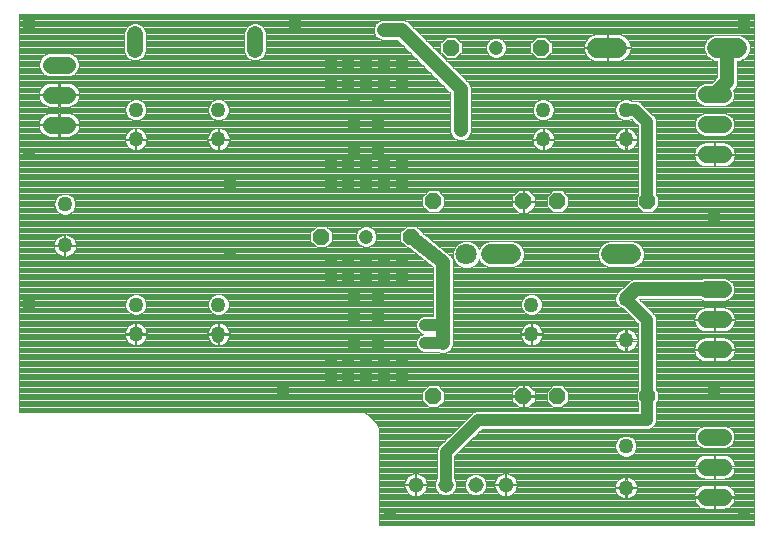
<source format=gbl>
G75*
%MOIN*%
%OFA0B0*%
%FSLAX25Y25*%
%IPPOS*%
%LPD*%
%AMOC8*
5,1,8,0,0,1.08239X$1,22.5*
%
%ADD10OC8,0.05200*%
%ADD11C,0.05000*%
%ADD12C,0.05600*%
%ADD13C,0.05150*%
%ADD14C,0.06600*%
%ADD15C,0.05200*%
%ADD16C,0.03937*%
%ADD17C,0.00394*%
%ADD18R,0.03962X0.03962*%
%ADD19C,0.04724*%
%ADD20C,0.03962*%
%ADD21C,0.04750*%
%ADD22C,0.07087*%
D10*
X0107124Y0101591D03*
X0137124Y0101591D03*
X0144526Y0113402D03*
X0174526Y0113402D03*
X0185864Y0113402D03*
X0215864Y0113402D03*
X0180431Y0164583D03*
X0150431Y0164583D03*
X0144526Y0048441D03*
X0174526Y0048441D03*
X0185864Y0048441D03*
X0215864Y0048441D03*
D11*
X0208738Y0031709D03*
X0208738Y0017929D03*
X0208738Y0067142D03*
X0208738Y0080921D03*
X0177242Y0078953D03*
X0177242Y0069110D03*
X0181179Y0134071D03*
X0181179Y0143913D03*
X0208738Y0143913D03*
X0208738Y0134071D03*
X0072912Y0134071D03*
X0072912Y0143913D03*
X0045353Y0143913D03*
X0045353Y0134071D03*
X0021731Y0112417D03*
X0021731Y0098638D03*
X0045353Y0078953D03*
X0045353Y0069110D03*
X0072912Y0069110D03*
X0072912Y0078953D03*
D12*
X0022562Y0138835D02*
X0016962Y0138835D01*
X0016962Y0148835D02*
X0022562Y0148835D01*
X0022562Y0158835D02*
X0016962Y0158835D01*
X0235466Y0148992D02*
X0241066Y0148992D01*
X0241066Y0138992D02*
X0235466Y0138992D01*
X0235466Y0128992D02*
X0241066Y0128992D01*
X0241066Y0084031D02*
X0235466Y0084031D01*
X0235466Y0074031D02*
X0241066Y0074031D01*
X0241066Y0064031D02*
X0235466Y0064031D01*
X0235466Y0034819D02*
X0241066Y0034819D01*
X0241066Y0024819D02*
X0235466Y0024819D01*
X0235466Y0014819D02*
X0241066Y0014819D01*
D13*
X0168620Y0018913D03*
X0158620Y0018913D03*
X0148620Y0018913D03*
X0138620Y0018913D03*
D14*
X0163785Y0095685D02*
X0170385Y0095685D01*
X0203785Y0095685D02*
X0210385Y0095685D01*
X0205818Y0164583D02*
X0199218Y0164583D01*
X0239218Y0164583D02*
X0245818Y0164583D01*
D15*
X0085038Y0163951D02*
X0085038Y0169151D01*
X0045038Y0169151D02*
X0045038Y0163951D01*
D16*
X0141809Y0072063D02*
X0147715Y0072063D01*
X0147715Y0066157D02*
X0141809Y0066157D01*
X0159526Y0040567D02*
X0215864Y0040567D01*
X0215864Y0048441D01*
X0215864Y0073795D01*
X0208738Y0080921D01*
X0215864Y0113402D02*
X0215864Y0139740D01*
X0211691Y0143913D01*
X0208738Y0143913D01*
X0072912Y0069110D02*
X0072912Y0068126D01*
X0148620Y0029661D02*
X0148620Y0018913D01*
X0148620Y0029661D02*
X0159526Y0040567D01*
D17*
X0006439Y0042992D02*
X0006439Y0175937D01*
X0251589Y0175937D01*
X0251589Y0005591D01*
X0126518Y0005591D01*
X0126518Y0037504D01*
X0125849Y0039119D01*
X0122645Y0042323D01*
X0121030Y0042992D01*
X0006439Y0042992D01*
X0006439Y0043000D02*
X0157765Y0043000D01*
X0157846Y0043081D02*
X0157012Y0042247D01*
X0146106Y0031341D01*
X0145655Y0030251D01*
X0145655Y0020999D01*
X0145592Y0020937D01*
X0145049Y0019624D01*
X0145049Y0018203D01*
X0145592Y0016890D01*
X0146597Y0015885D01*
X0147910Y0015342D01*
X0149331Y0015342D01*
X0150643Y0015885D01*
X0151648Y0016890D01*
X0152192Y0018203D01*
X0152192Y0019624D01*
X0151648Y0020937D01*
X0151586Y0020999D01*
X0151586Y0028433D01*
X0160754Y0037602D01*
X0216454Y0037602D01*
X0217544Y0038053D01*
X0218378Y0038887D01*
X0218830Y0039977D01*
X0218830Y0046320D01*
X0219461Y0046951D01*
X0219461Y0049931D01*
X0218830Y0050562D01*
X0218830Y0074385D01*
X0218378Y0075475D01*
X0213210Y0080643D01*
X0213240Y0080672D01*
X0233654Y0080672D01*
X0234711Y0080235D01*
X0241821Y0080235D01*
X0243217Y0080813D01*
X0244285Y0081881D01*
X0244863Y0083276D01*
X0244863Y0084787D01*
X0244285Y0086182D01*
X0243217Y0087250D01*
X0241821Y0087828D01*
X0234711Y0087828D01*
X0233654Y0087391D01*
X0211180Y0087391D01*
X0209946Y0086879D01*
X0207090Y0084024D01*
X0206758Y0083886D01*
X0205774Y0082902D01*
X0205242Y0081617D01*
X0205242Y0080226D01*
X0205774Y0078940D01*
X0206758Y0077957D01*
X0208041Y0077425D01*
X0212899Y0072567D01*
X0212899Y0050562D01*
X0212268Y0049931D01*
X0212268Y0046951D01*
X0212899Y0046320D01*
X0212899Y0043532D01*
X0158936Y0043532D01*
X0157846Y0043081D01*
X0157373Y0042608D02*
X0121958Y0042608D01*
X0122752Y0042215D02*
X0156981Y0042215D01*
X0156588Y0041823D02*
X0123145Y0041823D01*
X0123537Y0041431D02*
X0156196Y0041431D01*
X0155804Y0041039D02*
X0123929Y0041039D01*
X0124321Y0040647D02*
X0155412Y0040647D01*
X0155020Y0040254D02*
X0124713Y0040254D01*
X0125106Y0039862D02*
X0154627Y0039862D01*
X0154235Y0039470D02*
X0125498Y0039470D01*
X0125866Y0039078D02*
X0153843Y0039078D01*
X0153451Y0038685D02*
X0126028Y0038685D01*
X0126191Y0038293D02*
X0153058Y0038293D01*
X0152666Y0037901D02*
X0126353Y0037901D01*
X0126516Y0037509D02*
X0152274Y0037509D01*
X0151882Y0037117D02*
X0126518Y0037117D01*
X0126518Y0036724D02*
X0151490Y0036724D01*
X0151097Y0036332D02*
X0126518Y0036332D01*
X0126518Y0035940D02*
X0150705Y0035940D01*
X0150313Y0035548D02*
X0126518Y0035548D01*
X0126518Y0035156D02*
X0149921Y0035156D01*
X0149529Y0034763D02*
X0126518Y0034763D01*
X0126518Y0034371D02*
X0149136Y0034371D01*
X0148744Y0033979D02*
X0126518Y0033979D01*
X0126518Y0033587D02*
X0148352Y0033587D01*
X0147960Y0033194D02*
X0126518Y0033194D01*
X0126518Y0032802D02*
X0147568Y0032802D01*
X0147175Y0032410D02*
X0126518Y0032410D01*
X0126518Y0032018D02*
X0146783Y0032018D01*
X0146391Y0031626D02*
X0126518Y0031626D01*
X0126518Y0031233D02*
X0146062Y0031233D01*
X0145899Y0030841D02*
X0126518Y0030841D01*
X0126518Y0030449D02*
X0145737Y0030449D01*
X0145655Y0030057D02*
X0126518Y0030057D01*
X0126518Y0029665D02*
X0145655Y0029665D01*
X0145655Y0029272D02*
X0126518Y0029272D01*
X0126518Y0028880D02*
X0145655Y0028880D01*
X0145655Y0028488D02*
X0126518Y0028488D01*
X0126518Y0028096D02*
X0145655Y0028096D01*
X0145655Y0027704D02*
X0126518Y0027704D01*
X0126518Y0027311D02*
X0145655Y0027311D01*
X0145655Y0026919D02*
X0126518Y0026919D01*
X0126518Y0026527D02*
X0145655Y0026527D01*
X0145655Y0026135D02*
X0126518Y0026135D01*
X0126518Y0025742D02*
X0145655Y0025742D01*
X0145655Y0025350D02*
X0126518Y0025350D01*
X0126518Y0024958D02*
X0145655Y0024958D01*
X0145655Y0024566D02*
X0126518Y0024566D01*
X0126518Y0024174D02*
X0145655Y0024174D01*
X0145655Y0023781D02*
X0126518Y0023781D01*
X0126518Y0023389D02*
X0145655Y0023389D01*
X0145655Y0022997D02*
X0126518Y0022997D01*
X0126518Y0022605D02*
X0137845Y0022605D01*
X0137520Y0022540D02*
X0136834Y0022256D01*
X0136216Y0021843D01*
X0135691Y0021318D01*
X0135278Y0020700D01*
X0134994Y0020014D01*
X0134849Y0019285D01*
X0134849Y0019110D01*
X0138423Y0019110D01*
X0138423Y0018717D01*
X0134849Y0018717D01*
X0134849Y0018542D01*
X0134994Y0017813D01*
X0135278Y0017127D01*
X0135691Y0016509D01*
X0136216Y0015984D01*
X0136834Y0015571D01*
X0137520Y0015287D01*
X0138249Y0015142D01*
X0138423Y0015142D01*
X0138423Y0018716D01*
X0138817Y0018716D01*
X0138817Y0015142D01*
X0138992Y0015142D01*
X0139720Y0015287D01*
X0140407Y0015571D01*
X0141025Y0015984D01*
X0141550Y0016509D01*
X0141963Y0017127D01*
X0142247Y0017813D01*
X0142392Y0018542D01*
X0142392Y0018717D01*
X0138817Y0018717D01*
X0138817Y0019110D01*
X0142392Y0019110D01*
X0142392Y0019285D01*
X0142247Y0020014D01*
X0141963Y0020700D01*
X0141550Y0021318D01*
X0141025Y0021843D01*
X0140407Y0022256D01*
X0139720Y0022540D01*
X0138992Y0022685D01*
X0138817Y0022685D01*
X0138817Y0019110D01*
X0138423Y0019110D01*
X0138423Y0022685D01*
X0138249Y0022685D01*
X0137520Y0022540D01*
X0136769Y0022213D02*
X0126518Y0022213D01*
X0126518Y0021820D02*
X0136193Y0021820D01*
X0135801Y0021428D02*
X0126518Y0021428D01*
X0126518Y0021036D02*
X0135502Y0021036D01*
X0135255Y0020644D02*
X0126518Y0020644D01*
X0126518Y0020251D02*
X0135092Y0020251D01*
X0134963Y0019859D02*
X0126518Y0019859D01*
X0126518Y0019467D02*
X0134885Y0019467D01*
X0134849Y0018683D02*
X0126518Y0018683D01*
X0126518Y0019075D02*
X0138423Y0019075D01*
X0138423Y0019467D02*
X0138817Y0019467D01*
X0138817Y0019075D02*
X0145049Y0019075D01*
X0145049Y0019467D02*
X0142356Y0019467D01*
X0142278Y0019859D02*
X0145146Y0019859D01*
X0145309Y0020251D02*
X0142148Y0020251D01*
X0141986Y0020644D02*
X0145471Y0020644D01*
X0145655Y0021036D02*
X0141738Y0021036D01*
X0141439Y0021428D02*
X0145655Y0021428D01*
X0145655Y0021820D02*
X0141047Y0021820D01*
X0140472Y0022213D02*
X0145655Y0022213D01*
X0145655Y0022605D02*
X0139395Y0022605D01*
X0138817Y0022605D02*
X0138423Y0022605D01*
X0138423Y0022213D02*
X0138817Y0022213D01*
X0138817Y0021820D02*
X0138423Y0021820D01*
X0138423Y0021428D02*
X0138817Y0021428D01*
X0138817Y0021036D02*
X0138423Y0021036D01*
X0138423Y0020644D02*
X0138817Y0020644D01*
X0138817Y0020251D02*
X0138423Y0020251D01*
X0138423Y0019859D02*
X0138817Y0019859D01*
X0138817Y0018683D02*
X0138423Y0018683D01*
X0138423Y0018290D02*
X0138817Y0018290D01*
X0138817Y0017898D02*
X0138423Y0017898D01*
X0138423Y0017506D02*
X0138817Y0017506D01*
X0138817Y0017114D02*
X0138423Y0017114D01*
X0138423Y0016722D02*
X0138817Y0016722D01*
X0138817Y0016329D02*
X0138423Y0016329D01*
X0138423Y0015937D02*
X0138817Y0015937D01*
X0138817Y0015545D02*
X0138423Y0015545D01*
X0138423Y0015153D02*
X0138817Y0015153D01*
X0139047Y0015153D02*
X0168194Y0015153D01*
X0168249Y0015142D02*
X0168423Y0015142D01*
X0168423Y0018716D01*
X0168817Y0018716D01*
X0168817Y0015142D01*
X0168992Y0015142D01*
X0169720Y0015287D01*
X0170407Y0015571D01*
X0171025Y0015984D01*
X0171550Y0016509D01*
X0171963Y0017127D01*
X0172247Y0017813D01*
X0172392Y0018542D01*
X0172392Y0018717D01*
X0168817Y0018717D01*
X0168817Y0019110D01*
X0172392Y0019110D01*
X0172392Y0019285D01*
X0172247Y0020014D01*
X0171963Y0020700D01*
X0171550Y0021318D01*
X0171025Y0021843D01*
X0170407Y0022256D01*
X0169720Y0022540D01*
X0168992Y0022685D01*
X0168817Y0022685D01*
X0168817Y0019110D01*
X0168423Y0019110D01*
X0168423Y0018717D01*
X0164849Y0018717D01*
X0164849Y0018542D01*
X0164994Y0017813D01*
X0165278Y0017127D01*
X0165691Y0016509D01*
X0166216Y0015984D01*
X0166834Y0015571D01*
X0167520Y0015287D01*
X0168249Y0015142D01*
X0168423Y0015153D02*
X0168817Y0015153D01*
X0169047Y0015153D02*
X0206287Y0015153D01*
X0206382Y0015058D02*
X0206987Y0014653D01*
X0207660Y0014374D01*
X0208374Y0014232D01*
X0208542Y0014232D01*
X0208542Y0017732D01*
X0208935Y0017732D01*
X0208935Y0014232D01*
X0209103Y0014232D01*
X0209817Y0014374D01*
X0210490Y0014653D01*
X0211095Y0015058D01*
X0211610Y0015573D01*
X0212014Y0016178D01*
X0212293Y0016851D01*
X0212435Y0017565D01*
X0212435Y0017732D01*
X0208935Y0017732D01*
X0208935Y0018126D01*
X0208542Y0018126D01*
X0208542Y0021626D01*
X0208374Y0021626D01*
X0207660Y0021484D01*
X0206987Y0021205D01*
X0206382Y0020801D01*
X0205867Y0020286D01*
X0205462Y0019680D01*
X0205184Y0019007D01*
X0205042Y0018293D01*
X0205042Y0018126D01*
X0208541Y0018126D01*
X0208541Y0017732D01*
X0205042Y0017732D01*
X0205042Y0017565D01*
X0205184Y0016851D01*
X0205462Y0016178D01*
X0205867Y0015573D01*
X0206382Y0015058D01*
X0206826Y0014761D02*
X0126518Y0014761D01*
X0126518Y0015153D02*
X0138194Y0015153D01*
X0136897Y0015545D02*
X0126518Y0015545D01*
X0126518Y0015937D02*
X0136286Y0015937D01*
X0135870Y0016329D02*
X0126518Y0016329D01*
X0126518Y0016722D02*
X0135549Y0016722D01*
X0135287Y0017114D02*
X0126518Y0017114D01*
X0126518Y0017506D02*
X0135121Y0017506D01*
X0134977Y0017898D02*
X0126518Y0017898D01*
X0126518Y0018290D02*
X0134899Y0018290D01*
X0140344Y0015545D02*
X0147419Y0015545D01*
X0146545Y0015937D02*
X0140955Y0015937D01*
X0141370Y0016329D02*
X0146153Y0016329D01*
X0145761Y0016722D02*
X0141692Y0016722D01*
X0141954Y0017114D02*
X0145500Y0017114D01*
X0145337Y0017506D02*
X0142120Y0017506D01*
X0142264Y0017898D02*
X0145175Y0017898D01*
X0145049Y0018290D02*
X0142342Y0018290D01*
X0142392Y0018683D02*
X0145049Y0018683D01*
X0149821Y0015545D02*
X0157419Y0015545D01*
X0157910Y0015342D02*
X0159331Y0015342D01*
X0160643Y0015885D01*
X0161648Y0016890D01*
X0162192Y0018203D01*
X0162192Y0019624D01*
X0161648Y0020937D01*
X0160643Y0021941D01*
X0159331Y0022485D01*
X0157910Y0022485D01*
X0156597Y0021941D01*
X0155592Y0020937D01*
X0155049Y0019624D01*
X0155049Y0018203D01*
X0155592Y0016890D01*
X0156597Y0015885D01*
X0157910Y0015342D01*
X0156545Y0015937D02*
X0150695Y0015937D01*
X0151087Y0016329D02*
X0156153Y0016329D01*
X0155761Y0016722D02*
X0151480Y0016722D01*
X0151741Y0017114D02*
X0155500Y0017114D01*
X0155337Y0017506D02*
X0151903Y0017506D01*
X0152066Y0017898D02*
X0155175Y0017898D01*
X0155049Y0018290D02*
X0152192Y0018290D01*
X0152192Y0018683D02*
X0155049Y0018683D01*
X0155049Y0019075D02*
X0152192Y0019075D01*
X0152192Y0019467D02*
X0155049Y0019467D01*
X0155146Y0019859D02*
X0152094Y0019859D01*
X0151932Y0020251D02*
X0155309Y0020251D01*
X0155471Y0020644D02*
X0151769Y0020644D01*
X0151586Y0021036D02*
X0155692Y0021036D01*
X0156084Y0021428D02*
X0151586Y0021428D01*
X0151586Y0021820D02*
X0156476Y0021820D01*
X0157252Y0022213D02*
X0151586Y0022213D01*
X0151586Y0022605D02*
X0167845Y0022605D01*
X0167520Y0022540D02*
X0166834Y0022256D01*
X0166216Y0021843D01*
X0165691Y0021318D01*
X0165278Y0020700D01*
X0164994Y0020014D01*
X0164849Y0019285D01*
X0164849Y0019110D01*
X0168423Y0019110D01*
X0168423Y0022685D01*
X0168249Y0022685D01*
X0167520Y0022540D01*
X0166769Y0022213D02*
X0159989Y0022213D01*
X0160764Y0021820D02*
X0166193Y0021820D01*
X0165801Y0021428D02*
X0161157Y0021428D01*
X0161549Y0021036D02*
X0165502Y0021036D01*
X0165255Y0020644D02*
X0161769Y0020644D01*
X0161932Y0020251D02*
X0165092Y0020251D01*
X0164963Y0019859D02*
X0162094Y0019859D01*
X0162192Y0019467D02*
X0164885Y0019467D01*
X0164849Y0018683D02*
X0162192Y0018683D01*
X0162192Y0019075D02*
X0168423Y0019075D01*
X0168423Y0019467D02*
X0168817Y0019467D01*
X0168817Y0019075D02*
X0205212Y0019075D01*
X0205119Y0018683D02*
X0172392Y0018683D01*
X0172342Y0018290D02*
X0205042Y0018290D01*
X0205053Y0017506D02*
X0172120Y0017506D01*
X0172264Y0017898D02*
X0208541Y0017898D01*
X0208542Y0017506D02*
X0208935Y0017506D01*
X0208935Y0017898D02*
X0232893Y0017898D01*
X0232918Y0017923D02*
X0232361Y0017367D01*
X0231924Y0016712D01*
X0231623Y0015985D01*
X0231469Y0015213D01*
X0231469Y0015016D01*
X0238069Y0015016D01*
X0238069Y0018816D01*
X0235072Y0018816D01*
X0234300Y0018662D01*
X0233573Y0018361D01*
X0232918Y0017923D01*
X0232501Y0017506D02*
X0212423Y0017506D01*
X0212345Y0017114D02*
X0232192Y0017114D01*
X0231930Y0016722D02*
X0212240Y0016722D01*
X0212077Y0016329D02*
X0231765Y0016329D01*
X0231613Y0015937D02*
X0211854Y0015937D01*
X0211582Y0015545D02*
X0231535Y0015545D01*
X0231469Y0015153D02*
X0211190Y0015153D01*
X0210650Y0014761D02*
X0238069Y0014761D01*
X0238069Y0014622D02*
X0231469Y0014622D01*
X0231469Y0014425D01*
X0231623Y0013653D01*
X0231924Y0012926D01*
X0232361Y0012271D01*
X0232918Y0011714D01*
X0233573Y0011277D01*
X0234300Y0010976D01*
X0235072Y0010822D01*
X0238069Y0010822D01*
X0238069Y0014622D01*
X0238069Y0015016D01*
X0238463Y0015016D01*
X0238463Y0018816D01*
X0241460Y0018816D01*
X0242232Y0018662D01*
X0242959Y0018361D01*
X0243614Y0017923D01*
X0244171Y0017367D01*
X0244608Y0016712D01*
X0244909Y0015985D01*
X0245063Y0015213D01*
X0245063Y0015016D01*
X0238463Y0015016D01*
X0238463Y0014622D01*
X0245063Y0014622D01*
X0245063Y0014425D01*
X0244909Y0013653D01*
X0244608Y0012926D01*
X0244171Y0012271D01*
X0243614Y0011714D01*
X0242959Y0011277D01*
X0242232Y0010976D01*
X0241460Y0010822D01*
X0238463Y0010822D01*
X0238463Y0014622D01*
X0238069Y0014622D01*
X0238069Y0014368D02*
X0238463Y0014368D01*
X0238463Y0013976D02*
X0238069Y0013976D01*
X0238069Y0013584D02*
X0238463Y0013584D01*
X0238463Y0013192D02*
X0238069Y0013192D01*
X0238069Y0012799D02*
X0238463Y0012799D01*
X0238463Y0012407D02*
X0238069Y0012407D01*
X0238069Y0012015D02*
X0238463Y0012015D01*
X0238463Y0011623D02*
X0238069Y0011623D01*
X0238069Y0011231D02*
X0238463Y0011231D01*
X0238463Y0010838D02*
X0238069Y0010838D01*
X0234990Y0010838D02*
X0126518Y0010838D01*
X0126518Y0010446D02*
X0251589Y0010446D01*
X0251589Y0010054D02*
X0126518Y0010054D01*
X0126518Y0009662D02*
X0251589Y0009662D01*
X0251589Y0009270D02*
X0126518Y0009270D01*
X0126518Y0008877D02*
X0251589Y0008877D01*
X0251589Y0008485D02*
X0126518Y0008485D01*
X0126518Y0008093D02*
X0251589Y0008093D01*
X0251589Y0007701D02*
X0126518Y0007701D01*
X0126518Y0007308D02*
X0251589Y0007308D01*
X0251589Y0006916D02*
X0126518Y0006916D01*
X0126518Y0006524D02*
X0251589Y0006524D01*
X0251589Y0006132D02*
X0126518Y0006132D01*
X0126518Y0005740D02*
X0251589Y0005740D01*
X0251589Y0010838D02*
X0241542Y0010838D01*
X0242847Y0011231D02*
X0251589Y0011231D01*
X0251589Y0011623D02*
X0243477Y0011623D01*
X0243914Y0012015D02*
X0251589Y0012015D01*
X0251589Y0012407D02*
X0244262Y0012407D01*
X0244524Y0012799D02*
X0251589Y0012799D01*
X0251589Y0013192D02*
X0244718Y0013192D01*
X0244881Y0013584D02*
X0251589Y0013584D01*
X0251589Y0013976D02*
X0244973Y0013976D01*
X0245051Y0014368D02*
X0251589Y0014368D01*
X0251589Y0014761D02*
X0238463Y0014761D01*
X0238463Y0015153D02*
X0238069Y0015153D01*
X0238069Y0015545D02*
X0238463Y0015545D01*
X0238463Y0015937D02*
X0238069Y0015937D01*
X0238069Y0016329D02*
X0238463Y0016329D01*
X0238463Y0016722D02*
X0238069Y0016722D01*
X0238069Y0017114D02*
X0238463Y0017114D01*
X0238463Y0017506D02*
X0238069Y0017506D01*
X0238069Y0017898D02*
X0238463Y0017898D01*
X0238463Y0018290D02*
X0238069Y0018290D01*
X0238069Y0018683D02*
X0238463Y0018683D01*
X0238463Y0020822D02*
X0241460Y0020822D01*
X0242232Y0020976D01*
X0242959Y0021277D01*
X0243614Y0021714D01*
X0244171Y0022271D01*
X0244608Y0022926D01*
X0244909Y0023653D01*
X0245063Y0024425D01*
X0245063Y0024622D01*
X0238463Y0024622D01*
X0238463Y0025016D01*
X0238069Y0025016D01*
X0238069Y0028816D01*
X0235072Y0028816D01*
X0234300Y0028662D01*
X0233573Y0028361D01*
X0232918Y0027923D01*
X0232361Y0027367D01*
X0231924Y0026712D01*
X0231623Y0025985D01*
X0231469Y0025213D01*
X0231469Y0025016D01*
X0238069Y0025016D01*
X0238069Y0024622D01*
X0231469Y0024622D01*
X0231469Y0024425D01*
X0231623Y0023653D01*
X0231924Y0022926D01*
X0232361Y0022271D01*
X0232918Y0021714D01*
X0233573Y0021277D01*
X0234300Y0020976D01*
X0235072Y0020822D01*
X0238069Y0020822D01*
X0238069Y0024622D01*
X0238463Y0024622D01*
X0238463Y0020822D01*
X0238463Y0021036D02*
X0238069Y0021036D01*
X0238069Y0021428D02*
X0238463Y0021428D01*
X0238463Y0021820D02*
X0238069Y0021820D01*
X0238069Y0022213D02*
X0238463Y0022213D01*
X0238463Y0022605D02*
X0238069Y0022605D01*
X0238069Y0022997D02*
X0238463Y0022997D01*
X0238463Y0023389D02*
X0238069Y0023389D01*
X0238069Y0023781D02*
X0238463Y0023781D01*
X0238463Y0024174D02*
X0238069Y0024174D01*
X0238069Y0024566D02*
X0238463Y0024566D01*
X0238463Y0024958D02*
X0251589Y0024958D01*
X0251589Y0024566D02*
X0245063Y0024566D01*
X0245013Y0024174D02*
X0251589Y0024174D01*
X0251589Y0023781D02*
X0244935Y0023781D01*
X0244800Y0023389D02*
X0251589Y0023389D01*
X0251589Y0022997D02*
X0244637Y0022997D01*
X0244393Y0022605D02*
X0251589Y0022605D01*
X0251589Y0022213D02*
X0244112Y0022213D01*
X0243720Y0021820D02*
X0251589Y0021820D01*
X0251589Y0021428D02*
X0243185Y0021428D01*
X0242377Y0021036D02*
X0251589Y0021036D01*
X0251589Y0020644D02*
X0211252Y0020644D01*
X0211095Y0020801D02*
X0210490Y0021205D01*
X0209817Y0021484D01*
X0209103Y0021626D01*
X0208935Y0021626D01*
X0208935Y0018126D01*
X0212435Y0018126D01*
X0212435Y0018293D01*
X0212293Y0019007D01*
X0212014Y0019680D01*
X0211610Y0020286D01*
X0211095Y0020801D01*
X0210743Y0021036D02*
X0234155Y0021036D01*
X0233346Y0021428D02*
X0209951Y0021428D01*
X0208935Y0021428D02*
X0208542Y0021428D01*
X0208542Y0021036D02*
X0208935Y0021036D01*
X0208935Y0020644D02*
X0208542Y0020644D01*
X0208542Y0020251D02*
X0208935Y0020251D01*
X0208935Y0019859D02*
X0208542Y0019859D01*
X0208542Y0019467D02*
X0208935Y0019467D01*
X0208935Y0019075D02*
X0208542Y0019075D01*
X0208542Y0018683D02*
X0208935Y0018683D01*
X0208935Y0018290D02*
X0208542Y0018290D01*
X0208542Y0017114D02*
X0208935Y0017114D01*
X0208935Y0016722D02*
X0208542Y0016722D01*
X0208542Y0016329D02*
X0208935Y0016329D01*
X0208935Y0015937D02*
X0208542Y0015937D01*
X0208542Y0015545D02*
X0208935Y0015545D01*
X0208935Y0015153D02*
X0208542Y0015153D01*
X0208542Y0014761D02*
X0208935Y0014761D01*
X0208935Y0014368D02*
X0208542Y0014368D01*
X0207690Y0014368D02*
X0126518Y0014368D01*
X0126518Y0013976D02*
X0231558Y0013976D01*
X0231480Y0014368D02*
X0209786Y0014368D01*
X0205894Y0015545D02*
X0170344Y0015545D01*
X0170955Y0015937D02*
X0205623Y0015937D01*
X0205400Y0016329D02*
X0171370Y0016329D01*
X0171692Y0016722D02*
X0205237Y0016722D01*
X0205131Y0017114D02*
X0171954Y0017114D01*
X0172356Y0019467D02*
X0205374Y0019467D01*
X0205582Y0019859D02*
X0172278Y0019859D01*
X0172148Y0020251D02*
X0205844Y0020251D01*
X0206225Y0020644D02*
X0171986Y0020644D01*
X0171738Y0021036D02*
X0206734Y0021036D01*
X0207525Y0021428D02*
X0171439Y0021428D01*
X0171047Y0021820D02*
X0232812Y0021820D01*
X0232420Y0022213D02*
X0170472Y0022213D01*
X0169395Y0022605D02*
X0232138Y0022605D01*
X0231894Y0022997D02*
X0151586Y0022997D01*
X0151586Y0023389D02*
X0231732Y0023389D01*
X0231597Y0023781D02*
X0151586Y0023781D01*
X0151586Y0024174D02*
X0231519Y0024174D01*
X0231469Y0024566D02*
X0151586Y0024566D01*
X0151586Y0024958D02*
X0238069Y0024958D01*
X0238069Y0025350D02*
X0238463Y0025350D01*
X0238463Y0025016D02*
X0238463Y0028816D01*
X0241460Y0028816D01*
X0242232Y0028662D01*
X0242959Y0028361D01*
X0243614Y0027923D01*
X0244171Y0027367D01*
X0244608Y0026712D01*
X0244909Y0025985D01*
X0245063Y0025213D01*
X0245063Y0025016D01*
X0238463Y0025016D01*
X0238463Y0025742D02*
X0238069Y0025742D01*
X0238069Y0026135D02*
X0238463Y0026135D01*
X0238463Y0026527D02*
X0238069Y0026527D01*
X0238069Y0026919D02*
X0238463Y0026919D01*
X0238463Y0027311D02*
X0238069Y0027311D01*
X0238069Y0027704D02*
X0238463Y0027704D01*
X0238463Y0028096D02*
X0238069Y0028096D01*
X0238069Y0028488D02*
X0238463Y0028488D01*
X0242652Y0028488D02*
X0251589Y0028488D01*
X0251589Y0028880D02*
X0210855Y0028880D01*
X0210719Y0028744D02*
X0211703Y0029728D01*
X0212235Y0031013D01*
X0212235Y0032404D01*
X0211703Y0033689D01*
X0210719Y0034673D01*
X0209434Y0035205D01*
X0208043Y0035205D01*
X0206758Y0034673D01*
X0205774Y0033689D01*
X0205242Y0032404D01*
X0205242Y0031013D01*
X0205774Y0029728D01*
X0206758Y0028744D01*
X0208043Y0028212D01*
X0209434Y0028212D01*
X0210719Y0028744D01*
X0210101Y0028488D02*
X0233880Y0028488D01*
X0233176Y0028096D02*
X0151586Y0028096D01*
X0151586Y0027704D02*
X0232698Y0027704D01*
X0232324Y0027311D02*
X0151586Y0027311D01*
X0151586Y0026919D02*
X0232062Y0026919D01*
X0231847Y0026527D02*
X0151586Y0026527D01*
X0151586Y0026135D02*
X0231685Y0026135D01*
X0231575Y0025742D02*
X0151586Y0025742D01*
X0151586Y0025350D02*
X0231497Y0025350D01*
X0234403Y0018683D02*
X0212358Y0018683D01*
X0212435Y0018290D02*
X0233467Y0018290D01*
X0231651Y0013584D02*
X0126518Y0013584D01*
X0126518Y0013192D02*
X0231814Y0013192D01*
X0232008Y0012799D02*
X0126518Y0012799D01*
X0126518Y0012407D02*
X0232270Y0012407D01*
X0232617Y0012015D02*
X0126518Y0012015D01*
X0126518Y0011623D02*
X0233055Y0011623D01*
X0233685Y0011231D02*
X0126518Y0011231D01*
X0151640Y0028488D02*
X0207376Y0028488D01*
X0206622Y0028880D02*
X0152033Y0028880D01*
X0152425Y0029272D02*
X0206229Y0029272D01*
X0205837Y0029665D02*
X0152817Y0029665D01*
X0153209Y0030057D02*
X0205638Y0030057D01*
X0205475Y0030449D02*
X0153602Y0030449D01*
X0153994Y0030841D02*
X0205313Y0030841D01*
X0205242Y0031233D02*
X0154386Y0031233D01*
X0154778Y0031626D02*
X0205242Y0031626D01*
X0205242Y0032018D02*
X0155170Y0032018D01*
X0155563Y0032410D02*
X0205244Y0032410D01*
X0205406Y0032802D02*
X0155955Y0032802D01*
X0156347Y0033194D02*
X0205569Y0033194D01*
X0205731Y0033587D02*
X0156739Y0033587D01*
X0157131Y0033979D02*
X0206063Y0033979D01*
X0206456Y0034371D02*
X0157524Y0034371D01*
X0157916Y0034763D02*
X0206975Y0034763D01*
X0207922Y0035156D02*
X0158308Y0035156D01*
X0158700Y0035548D02*
X0231669Y0035548D01*
X0231669Y0035574D02*
X0231669Y0034064D01*
X0232247Y0032668D01*
X0233315Y0031600D01*
X0234711Y0031022D01*
X0241821Y0031022D01*
X0243217Y0031600D01*
X0244285Y0032668D01*
X0244863Y0034064D01*
X0244863Y0035574D01*
X0244285Y0036970D01*
X0243217Y0038038D01*
X0241821Y0038616D01*
X0234711Y0038616D01*
X0233315Y0038038D01*
X0232247Y0036970D01*
X0231669Y0035574D01*
X0231821Y0035940D02*
X0159092Y0035940D01*
X0159485Y0036332D02*
X0231983Y0036332D01*
X0232146Y0036724D02*
X0159877Y0036724D01*
X0160269Y0037117D02*
X0232394Y0037117D01*
X0232786Y0037509D02*
X0160661Y0037509D01*
X0158597Y0043392D02*
X0006439Y0043392D01*
X0006439Y0043784D02*
X0212899Y0043784D01*
X0212899Y0044176D02*
X0006439Y0044176D01*
X0006439Y0044569D02*
X0212899Y0044569D01*
X0212899Y0044961D02*
X0187471Y0044961D01*
X0187354Y0044844D02*
X0189461Y0046951D01*
X0189461Y0049931D01*
X0187354Y0052038D01*
X0184375Y0052038D01*
X0182268Y0049931D01*
X0182268Y0046951D01*
X0184375Y0044844D01*
X0187354Y0044844D01*
X0187863Y0045353D02*
X0212899Y0045353D01*
X0212899Y0045745D02*
X0188255Y0045745D01*
X0188648Y0046137D02*
X0212899Y0046137D01*
X0212689Y0046530D02*
X0189040Y0046530D01*
X0189432Y0046922D02*
X0212297Y0046922D01*
X0212268Y0047314D02*
X0189461Y0047314D01*
X0189461Y0047706D02*
X0212268Y0047706D01*
X0212268Y0048099D02*
X0189461Y0048099D01*
X0189461Y0048491D02*
X0212268Y0048491D01*
X0212268Y0048883D02*
X0189461Y0048883D01*
X0189461Y0049275D02*
X0212268Y0049275D01*
X0212268Y0049667D02*
X0189461Y0049667D01*
X0189332Y0050060D02*
X0212396Y0050060D01*
X0212789Y0050452D02*
X0188940Y0050452D01*
X0188548Y0050844D02*
X0212899Y0050844D01*
X0212899Y0051236D02*
X0188156Y0051236D01*
X0187764Y0051628D02*
X0212899Y0051628D01*
X0212899Y0052021D02*
X0187371Y0052021D01*
X0184357Y0052021D02*
X0176316Y0052021D01*
X0176098Y0052238D02*
X0174723Y0052238D01*
X0174723Y0048638D01*
X0178323Y0048638D01*
X0178323Y0050014D01*
X0176098Y0052238D01*
X0176708Y0051628D02*
X0183965Y0051628D01*
X0183573Y0051236D02*
X0177100Y0051236D01*
X0177492Y0050844D02*
X0183181Y0050844D01*
X0182789Y0050452D02*
X0177884Y0050452D01*
X0178277Y0050060D02*
X0182396Y0050060D01*
X0182268Y0049667D02*
X0178323Y0049667D01*
X0178323Y0049275D02*
X0182268Y0049275D01*
X0182268Y0048883D02*
X0178323Y0048883D01*
X0178323Y0048244D02*
X0174723Y0048244D01*
X0174723Y0048638D01*
X0174329Y0048638D01*
X0174329Y0052238D01*
X0172953Y0052238D01*
X0170729Y0050014D01*
X0170729Y0048638D01*
X0174329Y0048638D01*
X0174329Y0048244D01*
X0174723Y0048244D01*
X0174723Y0044644D01*
X0176098Y0044644D01*
X0178323Y0046868D01*
X0178323Y0048244D01*
X0178323Y0048099D02*
X0182268Y0048099D01*
X0182268Y0048491D02*
X0174723Y0048491D01*
X0174723Y0048883D02*
X0174329Y0048883D01*
X0174329Y0049275D02*
X0174723Y0049275D01*
X0174723Y0049667D02*
X0174329Y0049667D01*
X0174329Y0050060D02*
X0174723Y0050060D01*
X0174723Y0050452D02*
X0174329Y0050452D01*
X0174329Y0050844D02*
X0174723Y0050844D01*
X0174723Y0051236D02*
X0174329Y0051236D01*
X0174329Y0051628D02*
X0174723Y0051628D01*
X0174723Y0052021D02*
X0174329Y0052021D01*
X0172736Y0052021D02*
X0146033Y0052021D01*
X0146016Y0052038D02*
X0143036Y0052038D01*
X0140929Y0049931D01*
X0140929Y0046951D01*
X0143036Y0044844D01*
X0146016Y0044844D01*
X0148123Y0046951D01*
X0148123Y0049931D01*
X0146016Y0052038D01*
X0146425Y0051628D02*
X0172344Y0051628D01*
X0171952Y0051236D02*
X0146817Y0051236D01*
X0147209Y0050844D02*
X0171559Y0050844D01*
X0171167Y0050452D02*
X0147602Y0050452D01*
X0147994Y0050060D02*
X0170775Y0050060D01*
X0170729Y0049667D02*
X0148123Y0049667D01*
X0148123Y0049275D02*
X0170729Y0049275D01*
X0170729Y0048883D02*
X0148123Y0048883D01*
X0148123Y0048491D02*
X0174329Y0048491D01*
X0174329Y0048244D02*
X0170729Y0048244D01*
X0170729Y0046868D01*
X0172953Y0044644D01*
X0174329Y0044644D01*
X0174329Y0048244D01*
X0174329Y0048099D02*
X0174723Y0048099D01*
X0174723Y0047706D02*
X0174329Y0047706D01*
X0174329Y0047314D02*
X0174723Y0047314D01*
X0174723Y0046922D02*
X0174329Y0046922D01*
X0174329Y0046530D02*
X0174723Y0046530D01*
X0174723Y0046137D02*
X0174329Y0046137D01*
X0174329Y0045745D02*
X0174723Y0045745D01*
X0174723Y0045353D02*
X0174329Y0045353D01*
X0174329Y0044961D02*
X0174723Y0044961D01*
X0176415Y0044961D02*
X0184258Y0044961D01*
X0183866Y0045353D02*
X0176807Y0045353D01*
X0177200Y0045745D02*
X0183473Y0045745D01*
X0183081Y0046137D02*
X0177592Y0046137D01*
X0177984Y0046530D02*
X0182689Y0046530D01*
X0182297Y0046922D02*
X0178323Y0046922D01*
X0178323Y0047314D02*
X0182268Y0047314D01*
X0182268Y0047706D02*
X0178323Y0047706D01*
X0172636Y0044961D02*
X0146132Y0044961D01*
X0146525Y0045353D02*
X0172244Y0045353D01*
X0171852Y0045745D02*
X0146917Y0045745D01*
X0147309Y0046137D02*
X0171460Y0046137D01*
X0171067Y0046530D02*
X0147701Y0046530D01*
X0148093Y0046922D02*
X0170729Y0046922D01*
X0170729Y0047314D02*
X0148123Y0047314D01*
X0148123Y0047706D02*
X0170729Y0047706D01*
X0170729Y0048099D02*
X0148123Y0048099D01*
X0142919Y0044961D02*
X0006439Y0044961D01*
X0006439Y0045353D02*
X0142527Y0045353D01*
X0142135Y0045745D02*
X0006439Y0045745D01*
X0006439Y0046137D02*
X0141743Y0046137D01*
X0141350Y0046530D02*
X0006439Y0046530D01*
X0006439Y0046922D02*
X0140958Y0046922D01*
X0140929Y0047314D02*
X0006439Y0047314D01*
X0006439Y0047706D02*
X0140929Y0047706D01*
X0140929Y0048099D02*
X0006439Y0048099D01*
X0006439Y0048491D02*
X0140929Y0048491D01*
X0140929Y0048883D02*
X0006439Y0048883D01*
X0006439Y0049275D02*
X0140929Y0049275D01*
X0140929Y0049667D02*
X0006439Y0049667D01*
X0006439Y0050060D02*
X0141058Y0050060D01*
X0141450Y0050452D02*
X0006439Y0050452D01*
X0006439Y0050844D02*
X0141842Y0050844D01*
X0142234Y0051236D02*
X0006439Y0051236D01*
X0006439Y0051628D02*
X0142627Y0051628D01*
X0143019Y0052021D02*
X0006439Y0052021D01*
X0006439Y0052413D02*
X0212899Y0052413D01*
X0212899Y0052805D02*
X0006439Y0052805D01*
X0006439Y0053197D02*
X0212899Y0053197D01*
X0212899Y0053590D02*
X0006439Y0053590D01*
X0006439Y0053982D02*
X0212899Y0053982D01*
X0212899Y0054374D02*
X0006439Y0054374D01*
X0006439Y0054766D02*
X0212899Y0054766D01*
X0212899Y0055158D02*
X0006439Y0055158D01*
X0006439Y0055551D02*
X0212899Y0055551D01*
X0212899Y0055943D02*
X0006439Y0055943D01*
X0006439Y0056335D02*
X0212899Y0056335D01*
X0212899Y0056727D02*
X0006439Y0056727D01*
X0006439Y0057119D02*
X0212899Y0057119D01*
X0212899Y0057512D02*
X0006439Y0057512D01*
X0006439Y0057904D02*
X0212899Y0057904D01*
X0212899Y0058296D02*
X0006439Y0058296D01*
X0006439Y0058688D02*
X0212899Y0058688D01*
X0212899Y0059080D02*
X0006439Y0059080D01*
X0006439Y0059473D02*
X0212899Y0059473D01*
X0212899Y0059865D02*
X0006439Y0059865D01*
X0006439Y0060257D02*
X0212899Y0060257D01*
X0212899Y0060649D02*
X0006439Y0060649D01*
X0006439Y0061042D02*
X0212899Y0061042D01*
X0212899Y0061434D02*
X0006439Y0061434D01*
X0006439Y0061826D02*
X0212899Y0061826D01*
X0212899Y0062218D02*
X0006439Y0062218D01*
X0006439Y0062610D02*
X0212899Y0062610D01*
X0212899Y0063003D02*
X0148876Y0063003D01*
X0148383Y0062798D02*
X0149618Y0063310D01*
X0150562Y0064255D01*
X0151074Y0065489D01*
X0151074Y0092477D01*
X0151124Y0092646D01*
X0151074Y0093140D01*
X0151074Y0093637D01*
X0151006Y0093800D01*
X0150988Y0093976D01*
X0150752Y0094413D01*
X0150562Y0094871D01*
X0150438Y0094996D01*
X0150354Y0095152D01*
X0149969Y0095465D01*
X0149618Y0095816D01*
X0149454Y0095884D01*
X0140721Y0102994D01*
X0140721Y0103080D01*
X0138614Y0105187D01*
X0135634Y0105187D01*
X0133527Y0103080D01*
X0133527Y0100101D01*
X0135634Y0097994D01*
X0136222Y0097994D01*
X0144356Y0091372D01*
X0144356Y0075028D01*
X0142432Y0075028D01*
X0142402Y0075041D01*
X0141217Y0075041D01*
X0140122Y0074588D01*
X0139285Y0073750D01*
X0138831Y0072655D01*
X0138831Y0071471D01*
X0139285Y0070376D01*
X0140122Y0069538D01*
X0141156Y0069110D01*
X0140122Y0068682D01*
X0139285Y0067844D01*
X0138831Y0066750D01*
X0138831Y0065565D01*
X0139285Y0064471D01*
X0140122Y0063633D01*
X0141217Y0063180D01*
X0142402Y0063180D01*
X0142432Y0063192D01*
X0146096Y0063192D01*
X0147047Y0062798D01*
X0148383Y0062798D01*
X0149703Y0063395D02*
X0212899Y0063395D01*
X0212899Y0063787D02*
X0210300Y0063787D01*
X0210490Y0063866D02*
X0211095Y0064270D01*
X0211610Y0064785D01*
X0212014Y0065391D01*
X0212293Y0066063D01*
X0212435Y0066778D01*
X0212435Y0066945D01*
X0208935Y0066945D01*
X0208935Y0063445D01*
X0209103Y0063445D01*
X0209817Y0063587D01*
X0210490Y0063866D01*
X0210959Y0064179D02*
X0212899Y0064179D01*
X0212899Y0064571D02*
X0211396Y0064571D01*
X0211729Y0064964D02*
X0212899Y0064964D01*
X0212899Y0065356D02*
X0211991Y0065356D01*
X0212163Y0065748D02*
X0212899Y0065748D01*
X0212899Y0066140D02*
X0212308Y0066140D01*
X0212386Y0066533D02*
X0212899Y0066533D01*
X0212899Y0066925D02*
X0212435Y0066925D01*
X0212435Y0067339D02*
X0208935Y0067339D01*
X0208542Y0067339D01*
X0208542Y0070839D01*
X0208374Y0070839D01*
X0207660Y0070697D01*
X0206987Y0070418D01*
X0206382Y0070013D01*
X0205867Y0069498D01*
X0205462Y0068893D01*
X0205184Y0068220D01*
X0205042Y0067506D01*
X0205042Y0067339D01*
X0208541Y0067339D01*
X0208541Y0066945D01*
X0205042Y0066945D01*
X0205042Y0066778D01*
X0205184Y0066063D01*
X0205462Y0065391D01*
X0205867Y0064785D01*
X0206382Y0064270D01*
X0206987Y0063866D01*
X0207660Y0063587D01*
X0208374Y0063445D01*
X0208542Y0063445D01*
X0208542Y0066945D01*
X0208935Y0066945D01*
X0208935Y0067339D01*
X0208935Y0070839D01*
X0209103Y0070839D01*
X0209817Y0070697D01*
X0210490Y0070418D01*
X0211095Y0070013D01*
X0211610Y0069498D01*
X0212014Y0068893D01*
X0212293Y0068220D01*
X0212435Y0067506D01*
X0212435Y0067339D01*
X0212395Y0067709D02*
X0212899Y0067709D01*
X0212899Y0067317D02*
X0208935Y0067317D01*
X0208935Y0067709D02*
X0208542Y0067709D01*
X0208541Y0067317D02*
X0180490Y0067317D01*
X0180518Y0067359D02*
X0180797Y0068032D01*
X0180939Y0068746D01*
X0180939Y0068913D01*
X0177439Y0068913D01*
X0177439Y0065413D01*
X0177606Y0065413D01*
X0178321Y0065555D01*
X0178993Y0065834D01*
X0179599Y0066239D01*
X0180114Y0066754D01*
X0180518Y0067359D01*
X0180663Y0067709D02*
X0205082Y0067709D01*
X0205160Y0068101D02*
X0180811Y0068101D01*
X0180889Y0068494D02*
X0205297Y0068494D01*
X0205459Y0068886D02*
X0180939Y0068886D01*
X0180939Y0069307D02*
X0180939Y0069474D01*
X0180797Y0070189D01*
X0180518Y0070861D01*
X0180114Y0071467D01*
X0179599Y0071982D01*
X0178993Y0072386D01*
X0178321Y0072665D01*
X0177606Y0072807D01*
X0177439Y0072807D01*
X0177439Y0069307D01*
X0177045Y0069307D01*
X0177045Y0068913D01*
X0173545Y0068913D01*
X0173545Y0068746D01*
X0173688Y0068032D01*
X0173966Y0067359D01*
X0174371Y0066754D01*
X0174886Y0066239D01*
X0175491Y0065834D01*
X0176164Y0065555D01*
X0176878Y0065413D01*
X0177045Y0065413D01*
X0177045Y0068913D01*
X0177439Y0068913D01*
X0177439Y0069307D01*
X0180939Y0069307D01*
X0180900Y0069670D02*
X0206039Y0069670D01*
X0205720Y0069278D02*
X0177439Y0069278D01*
X0177439Y0069670D02*
X0177045Y0069670D01*
X0177045Y0069307D02*
X0177045Y0072807D01*
X0176878Y0072807D01*
X0176164Y0072665D01*
X0175491Y0072386D01*
X0174886Y0071982D01*
X0174371Y0071467D01*
X0173966Y0070861D01*
X0173688Y0070189D01*
X0173545Y0069474D01*
X0173545Y0069307D01*
X0177045Y0069307D01*
X0177045Y0069278D02*
X0151074Y0069278D01*
X0151074Y0069670D02*
X0173584Y0069670D01*
X0173662Y0070062D02*
X0151074Y0070062D01*
X0151074Y0070455D02*
X0173798Y0070455D01*
X0173960Y0070847D02*
X0151074Y0070847D01*
X0151074Y0071239D02*
X0174219Y0071239D01*
X0174535Y0071631D02*
X0151074Y0071631D01*
X0151074Y0072023D02*
X0174948Y0072023D01*
X0175562Y0072416D02*
X0151074Y0072416D01*
X0151074Y0072808D02*
X0212658Y0072808D01*
X0212899Y0072416D02*
X0178923Y0072416D01*
X0179536Y0072023D02*
X0212899Y0072023D01*
X0212899Y0071631D02*
X0179949Y0071631D01*
X0180266Y0071239D02*
X0212899Y0071239D01*
X0212899Y0070847D02*
X0180524Y0070847D01*
X0180687Y0070455D02*
X0207076Y0070455D01*
X0206455Y0070062D02*
X0180822Y0070062D01*
X0180228Y0066925D02*
X0205042Y0066925D01*
X0205090Y0066533D02*
X0179893Y0066533D01*
X0179452Y0066140D02*
X0205168Y0066140D01*
X0205314Y0065748D02*
X0178786Y0065748D01*
X0177439Y0065748D02*
X0177045Y0065748D01*
X0177045Y0066140D02*
X0177439Y0066140D01*
X0177439Y0066533D02*
X0177045Y0066533D01*
X0177045Y0066925D02*
X0177439Y0066925D01*
X0177439Y0067317D02*
X0177045Y0067317D01*
X0177045Y0067709D02*
X0177439Y0067709D01*
X0177439Y0068101D02*
X0177045Y0068101D01*
X0177045Y0068494D02*
X0177439Y0068494D01*
X0177439Y0068886D02*
X0177045Y0068886D01*
X0177045Y0070062D02*
X0177439Y0070062D01*
X0177439Y0070455D02*
X0177045Y0070455D01*
X0177045Y0070847D02*
X0177439Y0070847D01*
X0177439Y0071239D02*
X0177045Y0071239D01*
X0177045Y0071631D02*
X0177439Y0071631D01*
X0177439Y0072023D02*
X0177045Y0072023D01*
X0177045Y0072416D02*
X0177439Y0072416D01*
X0177938Y0075456D02*
X0176547Y0075456D01*
X0175262Y0075988D01*
X0174278Y0076972D01*
X0173745Y0078257D01*
X0173745Y0079648D01*
X0174278Y0080934D01*
X0175262Y0081917D01*
X0176547Y0082450D01*
X0177938Y0082450D01*
X0179223Y0081917D01*
X0180207Y0080934D01*
X0180739Y0079648D01*
X0180739Y0078257D01*
X0180207Y0076972D01*
X0179223Y0075988D01*
X0177938Y0075456D01*
X0178173Y0075553D02*
X0209913Y0075553D01*
X0210305Y0075161D02*
X0151074Y0075161D01*
X0151074Y0074769D02*
X0210697Y0074769D01*
X0211089Y0074377D02*
X0151074Y0074377D01*
X0151074Y0073985D02*
X0211481Y0073985D01*
X0211874Y0073592D02*
X0151074Y0073592D01*
X0151074Y0073200D02*
X0212266Y0073200D01*
X0209520Y0075946D02*
X0179120Y0075946D01*
X0179573Y0076338D02*
X0209128Y0076338D01*
X0208736Y0076730D02*
X0179965Y0076730D01*
X0180269Y0077122D02*
X0208344Y0077122D01*
X0207825Y0077514D02*
X0180432Y0077514D01*
X0180594Y0077907D02*
X0206879Y0077907D01*
X0206415Y0078299D02*
X0180739Y0078299D01*
X0180739Y0078691D02*
X0206023Y0078691D01*
X0205715Y0079083D02*
X0180739Y0079083D01*
X0180739Y0079476D02*
X0205552Y0079476D01*
X0205390Y0079868D02*
X0180648Y0079868D01*
X0180486Y0080260D02*
X0205242Y0080260D01*
X0205242Y0080652D02*
X0180323Y0080652D01*
X0180096Y0081044D02*
X0205242Y0081044D01*
X0205242Y0081437D02*
X0179704Y0081437D01*
X0179312Y0081829D02*
X0205329Y0081829D01*
X0205492Y0082221D02*
X0178490Y0082221D01*
X0175995Y0082221D02*
X0151074Y0082221D01*
X0151074Y0082613D02*
X0205654Y0082613D01*
X0205877Y0083005D02*
X0151074Y0083005D01*
X0151074Y0083398D02*
X0206269Y0083398D01*
X0206662Y0083790D02*
X0151074Y0083790D01*
X0151074Y0084182D02*
X0207249Y0084182D01*
X0207641Y0084574D02*
X0151074Y0084574D01*
X0151074Y0084966D02*
X0208033Y0084966D01*
X0208425Y0085359D02*
X0151074Y0085359D01*
X0151074Y0085751D02*
X0208818Y0085751D01*
X0209210Y0086143D02*
X0151074Y0086143D01*
X0151074Y0086535D02*
X0209602Y0086535D01*
X0210063Y0086928D02*
X0151074Y0086928D01*
X0151074Y0087320D02*
X0211010Y0087320D01*
X0211240Y0091388D02*
X0212819Y0092042D01*
X0214028Y0093251D01*
X0214682Y0094830D01*
X0214682Y0096540D01*
X0214028Y0098119D01*
X0212819Y0099328D01*
X0211240Y0099982D01*
X0202930Y0099982D01*
X0201351Y0099328D01*
X0200142Y0098119D01*
X0199488Y0096540D01*
X0199488Y0094830D01*
X0200142Y0093251D01*
X0201351Y0092042D01*
X0202930Y0091388D01*
X0211240Y0091388D01*
X0211833Y0091634D02*
X0251589Y0091634D01*
X0251589Y0091242D02*
X0156726Y0091242D01*
X0156492Y0091145D02*
X0158161Y0091836D01*
X0159438Y0093113D01*
X0159818Y0094032D01*
X0160142Y0093251D01*
X0161351Y0092042D01*
X0162930Y0091388D01*
X0171240Y0091388D01*
X0172819Y0092042D01*
X0174028Y0093251D01*
X0174682Y0094830D01*
X0174682Y0096540D01*
X0174028Y0098119D01*
X0172819Y0099328D01*
X0171240Y0099982D01*
X0162930Y0099982D01*
X0161351Y0099328D01*
X0160142Y0098119D01*
X0159818Y0097338D01*
X0159438Y0098257D01*
X0158161Y0099534D01*
X0156492Y0100225D01*
X0154686Y0100225D01*
X0153017Y0099534D01*
X0151740Y0098257D01*
X0151049Y0096588D01*
X0151049Y0094782D01*
X0151740Y0093113D01*
X0153017Y0091836D01*
X0154686Y0091145D01*
X0156492Y0091145D01*
X0157673Y0091634D02*
X0162336Y0091634D01*
X0161390Y0092026D02*
X0158351Y0092026D01*
X0158743Y0092419D02*
X0160975Y0092419D01*
X0160582Y0092811D02*
X0159135Y0092811D01*
X0159475Y0093203D02*
X0160190Y0093203D01*
X0160000Y0093595D02*
X0159637Y0093595D01*
X0159800Y0093987D02*
X0159837Y0093987D01*
X0159893Y0097517D02*
X0159744Y0097517D01*
X0159582Y0097909D02*
X0160055Y0097909D01*
X0160325Y0098302D02*
X0159393Y0098302D01*
X0159001Y0098694D02*
X0160717Y0098694D01*
X0161109Y0099086D02*
X0158608Y0099086D01*
X0158216Y0099478D02*
X0161714Y0099478D01*
X0162661Y0099871D02*
X0157348Y0099871D01*
X0153830Y0099871D02*
X0144557Y0099871D01*
X0144076Y0100263D02*
X0251589Y0100263D01*
X0251589Y0100655D02*
X0143594Y0100655D01*
X0143112Y0101047D02*
X0251589Y0101047D01*
X0251589Y0101439D02*
X0142630Y0101439D01*
X0142149Y0101832D02*
X0251589Y0101832D01*
X0251589Y0102224D02*
X0141667Y0102224D01*
X0141185Y0102616D02*
X0251589Y0102616D01*
X0251589Y0103008D02*
X0140721Y0103008D01*
X0140401Y0103400D02*
X0251589Y0103400D01*
X0251589Y0103793D02*
X0140009Y0103793D01*
X0139617Y0104185D02*
X0251589Y0104185D01*
X0251589Y0104577D02*
X0139224Y0104577D01*
X0138832Y0104969D02*
X0251589Y0104969D01*
X0251589Y0105362D02*
X0006439Y0105362D01*
X0006439Y0105754D02*
X0251589Y0105754D01*
X0251589Y0106146D02*
X0006439Y0106146D01*
X0006439Y0106538D02*
X0251589Y0106538D01*
X0251589Y0106930D02*
X0006439Y0106930D01*
X0006439Y0107323D02*
X0251589Y0107323D01*
X0251589Y0107715D02*
X0006439Y0107715D01*
X0006439Y0108107D02*
X0251589Y0108107D01*
X0251589Y0108499D02*
X0006439Y0108499D01*
X0006439Y0108891D02*
X0251589Y0108891D01*
X0251589Y0109284D02*
X0023303Y0109284D01*
X0023711Y0109453D02*
X0024695Y0110437D01*
X0025227Y0111722D01*
X0025227Y0113113D01*
X0024695Y0114398D01*
X0023711Y0115382D01*
X0022426Y0115914D01*
X0021035Y0115914D01*
X0019750Y0115382D01*
X0018766Y0114398D01*
X0018234Y0113113D01*
X0018234Y0111722D01*
X0018766Y0110437D01*
X0019750Y0109453D01*
X0021035Y0108920D01*
X0022426Y0108920D01*
X0023711Y0109453D01*
X0023934Y0109676D02*
X0172882Y0109676D01*
X0172953Y0109605D02*
X0174329Y0109605D01*
X0174329Y0113205D01*
X0170729Y0113205D01*
X0170729Y0111829D01*
X0172953Y0109605D01*
X0172490Y0110068D02*
X0146279Y0110068D01*
X0146016Y0109805D02*
X0148123Y0111912D01*
X0148123Y0114891D01*
X0146016Y0116998D01*
X0143036Y0116998D01*
X0140929Y0114891D01*
X0140929Y0111912D01*
X0143036Y0109805D01*
X0146016Y0109805D01*
X0146671Y0110460D02*
X0172098Y0110460D01*
X0171705Y0110852D02*
X0147063Y0110852D01*
X0147456Y0111245D02*
X0171313Y0111245D01*
X0170921Y0111637D02*
X0147848Y0111637D01*
X0148123Y0112029D02*
X0170729Y0112029D01*
X0170729Y0112421D02*
X0148123Y0112421D01*
X0148123Y0112814D02*
X0170729Y0112814D01*
X0170729Y0113598D02*
X0174329Y0113598D01*
X0148123Y0113598D01*
X0148123Y0113990D02*
X0170729Y0113990D01*
X0170729Y0113598D02*
X0170729Y0114974D01*
X0172953Y0117198D01*
X0174329Y0117198D01*
X0174329Y0113598D01*
X0174329Y0113205D01*
X0174723Y0113205D01*
X0174723Y0113598D01*
X0182268Y0113598D01*
X0182268Y0113990D02*
X0178323Y0113990D01*
X0178323Y0113598D02*
X0178323Y0114974D01*
X0176098Y0117198D01*
X0174723Y0117198D01*
X0174723Y0113598D01*
X0178323Y0113598D01*
X0178323Y0113205D02*
X0174723Y0113205D01*
X0174723Y0109605D01*
X0176098Y0109605D01*
X0178323Y0111829D01*
X0178323Y0113205D01*
X0178323Y0112814D02*
X0182268Y0112814D01*
X0182268Y0113206D02*
X0174723Y0113206D01*
X0174723Y0112814D02*
X0174329Y0112814D01*
X0174329Y0113206D02*
X0148123Y0113206D01*
X0148123Y0114382D02*
X0170729Y0114382D01*
X0170729Y0114775D02*
X0148123Y0114775D01*
X0147847Y0115167D02*
X0170921Y0115167D01*
X0171314Y0115559D02*
X0147455Y0115559D01*
X0147063Y0115951D02*
X0171706Y0115951D01*
X0172098Y0116343D02*
X0146671Y0116343D01*
X0146278Y0116736D02*
X0172490Y0116736D01*
X0172883Y0117128D02*
X0006439Y0117128D01*
X0006439Y0117520D02*
X0212899Y0117520D01*
X0212899Y0117128D02*
X0176169Y0117128D01*
X0176561Y0116736D02*
X0184112Y0116736D01*
X0184375Y0116998D02*
X0182268Y0114891D01*
X0182268Y0111912D01*
X0184375Y0109805D01*
X0187354Y0109805D01*
X0189461Y0111912D01*
X0189461Y0114891D01*
X0187354Y0116998D01*
X0184375Y0116998D01*
X0183720Y0116343D02*
X0176953Y0116343D01*
X0177346Y0115951D02*
X0183327Y0115951D01*
X0182935Y0115559D02*
X0177738Y0115559D01*
X0178130Y0115167D02*
X0182543Y0115167D01*
X0182268Y0114775D02*
X0178323Y0114775D01*
X0178323Y0114382D02*
X0182268Y0114382D01*
X0182268Y0112421D02*
X0178323Y0112421D01*
X0178323Y0112029D02*
X0182268Y0112029D01*
X0182542Y0111637D02*
X0178131Y0111637D01*
X0177738Y0111245D02*
X0182935Y0111245D01*
X0183327Y0110852D02*
X0177346Y0110852D01*
X0176954Y0110460D02*
X0183719Y0110460D01*
X0184111Y0110068D02*
X0176562Y0110068D01*
X0176170Y0109676D02*
X0251589Y0109676D01*
X0251589Y0110068D02*
X0217618Y0110068D01*
X0217354Y0109805D02*
X0219461Y0111912D01*
X0219461Y0114891D01*
X0218830Y0115523D01*
X0218830Y0140330D01*
X0218378Y0141420D01*
X0214205Y0145593D01*
X0213371Y0146427D01*
X0212281Y0146879D01*
X0210717Y0146879D01*
X0209434Y0147410D01*
X0208043Y0147410D01*
X0206758Y0146878D01*
X0205774Y0145894D01*
X0205242Y0144609D01*
X0205242Y0143218D01*
X0205774Y0141933D01*
X0206758Y0140949D01*
X0208043Y0140417D01*
X0209434Y0140417D01*
X0210537Y0140874D01*
X0212899Y0138512D01*
X0212899Y0115523D01*
X0212268Y0114891D01*
X0212268Y0111912D01*
X0214375Y0109805D01*
X0217354Y0109805D01*
X0218010Y0110460D02*
X0251589Y0110460D01*
X0251589Y0110852D02*
X0218402Y0110852D01*
X0218794Y0111245D02*
X0251589Y0111245D01*
X0251589Y0111637D02*
X0219186Y0111637D01*
X0219461Y0112029D02*
X0251589Y0112029D01*
X0251589Y0112421D02*
X0219461Y0112421D01*
X0219461Y0112814D02*
X0251589Y0112814D01*
X0251589Y0113206D02*
X0219461Y0113206D01*
X0219461Y0113598D02*
X0251589Y0113598D01*
X0251589Y0113990D02*
X0219461Y0113990D01*
X0219461Y0114382D02*
X0251589Y0114382D01*
X0251589Y0114775D02*
X0219461Y0114775D01*
X0219186Y0115167D02*
X0251589Y0115167D01*
X0251589Y0115559D02*
X0218830Y0115559D01*
X0218830Y0115951D02*
X0251589Y0115951D01*
X0251589Y0116343D02*
X0218830Y0116343D01*
X0218830Y0116736D02*
X0251589Y0116736D01*
X0251589Y0117128D02*
X0218830Y0117128D01*
X0218830Y0117520D02*
X0251589Y0117520D01*
X0251589Y0117912D02*
X0218830Y0117912D01*
X0218830Y0118305D02*
X0251589Y0118305D01*
X0251589Y0118697D02*
X0218830Y0118697D01*
X0218830Y0119089D02*
X0251589Y0119089D01*
X0251589Y0119481D02*
X0218830Y0119481D01*
X0218830Y0119873D02*
X0251589Y0119873D01*
X0251589Y0120266D02*
X0218830Y0120266D01*
X0218830Y0120658D02*
X0251589Y0120658D01*
X0251589Y0121050D02*
X0218830Y0121050D01*
X0218830Y0121442D02*
X0251589Y0121442D01*
X0251589Y0121834D02*
X0218830Y0121834D01*
X0218830Y0122227D02*
X0251589Y0122227D01*
X0251589Y0122619D02*
X0218830Y0122619D01*
X0218830Y0123011D02*
X0251589Y0123011D01*
X0251589Y0123403D02*
X0218830Y0123403D01*
X0218830Y0123795D02*
X0251589Y0123795D01*
X0251589Y0124188D02*
X0218830Y0124188D01*
X0218830Y0124580D02*
X0251589Y0124580D01*
X0251589Y0124972D02*
X0218830Y0124972D01*
X0218830Y0125364D02*
X0233780Y0125364D01*
X0233573Y0125450D02*
X0234300Y0125149D01*
X0235072Y0124995D01*
X0238069Y0124995D01*
X0238069Y0128795D01*
X0238463Y0128795D01*
X0238463Y0124995D01*
X0241460Y0124995D01*
X0242232Y0125149D01*
X0242959Y0125450D01*
X0243614Y0125888D01*
X0244171Y0126444D01*
X0244608Y0127099D01*
X0244909Y0127826D01*
X0245063Y0128598D01*
X0245063Y0128795D01*
X0238463Y0128795D01*
X0238463Y0129189D01*
X0245063Y0129189D01*
X0245063Y0129386D01*
X0244909Y0130158D01*
X0244608Y0130885D01*
X0244171Y0131540D01*
X0243614Y0132097D01*
X0242959Y0132534D01*
X0242232Y0132835D01*
X0241460Y0132989D01*
X0238463Y0132989D01*
X0238463Y0129189D01*
X0238069Y0129189D01*
X0238069Y0128795D01*
X0231469Y0128795D01*
X0231469Y0128598D01*
X0231623Y0127826D01*
X0231924Y0127099D01*
X0232361Y0126444D01*
X0232918Y0125888D01*
X0233573Y0125450D01*
X0233114Y0125757D02*
X0218830Y0125757D01*
X0218830Y0126149D02*
X0232657Y0126149D01*
X0232297Y0126541D02*
X0218830Y0126541D01*
X0218830Y0126933D02*
X0232035Y0126933D01*
X0231830Y0127325D02*
X0218830Y0127325D01*
X0218830Y0127718D02*
X0231668Y0127718D01*
X0231566Y0128110D02*
X0218830Y0128110D01*
X0218830Y0128502D02*
X0231488Y0128502D01*
X0231469Y0129189D02*
X0238069Y0129189D01*
X0238069Y0132989D01*
X0235072Y0132989D01*
X0234300Y0132835D01*
X0233573Y0132534D01*
X0232918Y0132097D01*
X0232361Y0131540D01*
X0231924Y0130885D01*
X0231623Y0130158D01*
X0231469Y0129386D01*
X0231469Y0129189D01*
X0231469Y0129286D02*
X0218830Y0129286D01*
X0218830Y0128894D02*
X0238069Y0128894D01*
X0238069Y0128502D02*
X0238463Y0128502D01*
X0238463Y0128110D02*
X0238069Y0128110D01*
X0238069Y0127718D02*
X0238463Y0127718D01*
X0238463Y0127325D02*
X0238069Y0127325D01*
X0238069Y0126933D02*
X0238463Y0126933D01*
X0238463Y0126541D02*
X0238069Y0126541D01*
X0238069Y0126149D02*
X0238463Y0126149D01*
X0238463Y0125757D02*
X0238069Y0125757D01*
X0238069Y0125364D02*
X0238463Y0125364D01*
X0238463Y0128894D02*
X0251589Y0128894D01*
X0251589Y0128502D02*
X0245044Y0128502D01*
X0244966Y0128110D02*
X0251589Y0128110D01*
X0251589Y0127718D02*
X0244864Y0127718D01*
X0244702Y0127325D02*
X0251589Y0127325D01*
X0251589Y0126933D02*
X0244497Y0126933D01*
X0244235Y0126541D02*
X0251589Y0126541D01*
X0251589Y0126149D02*
X0243875Y0126149D01*
X0243418Y0125757D02*
X0251589Y0125757D01*
X0251589Y0125364D02*
X0242752Y0125364D01*
X0245063Y0129286D02*
X0251589Y0129286D01*
X0251589Y0129679D02*
X0245005Y0129679D01*
X0244927Y0130071D02*
X0251589Y0130071D01*
X0251589Y0130463D02*
X0244783Y0130463D01*
X0244620Y0130855D02*
X0251589Y0130855D01*
X0251589Y0131248D02*
X0244366Y0131248D01*
X0244071Y0131640D02*
X0251589Y0131640D01*
X0251589Y0132032D02*
X0243679Y0132032D01*
X0243124Y0132424D02*
X0251589Y0132424D01*
X0251589Y0132816D02*
X0242278Y0132816D01*
X0241821Y0135195D02*
X0243217Y0135773D01*
X0244285Y0136841D01*
X0244863Y0138237D01*
X0244863Y0139747D01*
X0244285Y0141143D01*
X0243217Y0142211D01*
X0241821Y0142789D01*
X0234711Y0142789D01*
X0233315Y0142211D01*
X0232247Y0141143D01*
X0231669Y0139747D01*
X0231669Y0138237D01*
X0232247Y0136841D01*
X0233315Y0135773D01*
X0234711Y0135195D01*
X0241821Y0135195D01*
X0242706Y0135562D02*
X0251589Y0135562D01*
X0251589Y0135954D02*
X0243397Y0135954D01*
X0243790Y0136346D02*
X0251589Y0136346D01*
X0251589Y0136738D02*
X0244182Y0136738D01*
X0244405Y0137131D02*
X0251589Y0137131D01*
X0251589Y0137523D02*
X0244567Y0137523D01*
X0244730Y0137915D02*
X0251589Y0137915D01*
X0251589Y0138307D02*
X0244863Y0138307D01*
X0244863Y0138700D02*
X0251589Y0138700D01*
X0251589Y0139092D02*
X0244863Y0139092D01*
X0244863Y0139484D02*
X0251589Y0139484D01*
X0251589Y0139876D02*
X0244809Y0139876D01*
X0244647Y0140268D02*
X0251589Y0140268D01*
X0251589Y0140661D02*
X0244485Y0140661D01*
X0244322Y0141053D02*
X0251589Y0141053D01*
X0251589Y0141445D02*
X0243983Y0141445D01*
X0243590Y0141837D02*
X0251589Y0141837D01*
X0251589Y0142229D02*
X0243172Y0142229D01*
X0242225Y0142622D02*
X0251589Y0142622D01*
X0251589Y0143014D02*
X0216784Y0143014D01*
X0216392Y0143406D02*
X0251589Y0143406D01*
X0251589Y0143798D02*
X0216000Y0143798D01*
X0215608Y0144191D02*
X0251589Y0144191D01*
X0251589Y0144583D02*
X0215215Y0144583D01*
X0214823Y0144975D02*
X0251589Y0144975D01*
X0251589Y0145367D02*
X0242236Y0145367D01*
X0241821Y0145195D02*
X0243217Y0145773D01*
X0244285Y0146841D01*
X0244863Y0148237D01*
X0244863Y0149747D01*
X0244543Y0150519D01*
X0245366Y0151341D01*
X0245877Y0152576D01*
X0245877Y0160286D01*
X0246673Y0160286D01*
X0248252Y0160940D01*
X0249461Y0162149D01*
X0250115Y0163728D01*
X0250115Y0165437D01*
X0249461Y0167017D01*
X0248252Y0168225D01*
X0246673Y0168880D01*
X0238363Y0168880D01*
X0236784Y0168225D01*
X0235575Y0167017D01*
X0234921Y0165437D01*
X0234921Y0163728D01*
X0235575Y0162149D01*
X0236784Y0160940D01*
X0238363Y0160286D01*
X0239159Y0160286D01*
X0239159Y0154635D01*
X0237312Y0152789D01*
X0234711Y0152789D01*
X0233315Y0152211D01*
X0232247Y0151143D01*
X0231669Y0149747D01*
X0231669Y0148237D01*
X0232247Y0146841D01*
X0233315Y0145773D01*
X0234711Y0145195D01*
X0241821Y0145195D01*
X0243183Y0145759D02*
X0251589Y0145759D01*
X0251589Y0146152D02*
X0243595Y0146152D01*
X0243987Y0146544D02*
X0251589Y0146544D01*
X0251589Y0146936D02*
X0244324Y0146936D01*
X0244486Y0147328D02*
X0251589Y0147328D01*
X0251589Y0147720D02*
X0244649Y0147720D01*
X0244811Y0148113D02*
X0251589Y0148113D01*
X0251589Y0148505D02*
X0244863Y0148505D01*
X0244863Y0148897D02*
X0251589Y0148897D01*
X0251589Y0149289D02*
X0244863Y0149289D01*
X0244863Y0149681D02*
X0251589Y0149681D01*
X0251589Y0150074D02*
X0244728Y0150074D01*
X0244565Y0150466D02*
X0251589Y0150466D01*
X0251589Y0150858D02*
X0244882Y0150858D01*
X0245275Y0151250D02*
X0251589Y0151250D01*
X0251589Y0151643D02*
X0245490Y0151643D01*
X0245653Y0152035D02*
X0251589Y0152035D01*
X0251589Y0152427D02*
X0245815Y0152427D01*
X0245877Y0152819D02*
X0251589Y0152819D01*
X0251589Y0153211D02*
X0245877Y0153211D01*
X0245877Y0153604D02*
X0251589Y0153604D01*
X0251589Y0153996D02*
X0245877Y0153996D01*
X0245877Y0154388D02*
X0251589Y0154388D01*
X0251589Y0154780D02*
X0245877Y0154780D01*
X0245877Y0155172D02*
X0251589Y0155172D01*
X0251589Y0155565D02*
X0245877Y0155565D01*
X0245877Y0155957D02*
X0251589Y0155957D01*
X0251589Y0156349D02*
X0245877Y0156349D01*
X0245877Y0156741D02*
X0251589Y0156741D01*
X0251589Y0157134D02*
X0245877Y0157134D01*
X0245877Y0157526D02*
X0251589Y0157526D01*
X0251589Y0157918D02*
X0245877Y0157918D01*
X0245877Y0158310D02*
X0251589Y0158310D01*
X0251589Y0158702D02*
X0245877Y0158702D01*
X0245877Y0159095D02*
X0251589Y0159095D01*
X0251589Y0159487D02*
X0245877Y0159487D01*
X0245877Y0159879D02*
X0251589Y0159879D01*
X0251589Y0160271D02*
X0245877Y0160271D01*
X0247584Y0160663D02*
X0251589Y0160663D01*
X0251589Y0161056D02*
X0248368Y0161056D01*
X0248760Y0161448D02*
X0251589Y0161448D01*
X0251589Y0161840D02*
X0249152Y0161840D01*
X0249495Y0162232D02*
X0251589Y0162232D01*
X0251589Y0162624D02*
X0249658Y0162624D01*
X0249820Y0163017D02*
X0251589Y0163017D01*
X0251589Y0163409D02*
X0249983Y0163409D01*
X0250115Y0163801D02*
X0251589Y0163801D01*
X0251589Y0164193D02*
X0250115Y0164193D01*
X0250115Y0164586D02*
X0251589Y0164586D01*
X0251589Y0164978D02*
X0250115Y0164978D01*
X0250115Y0165370D02*
X0251589Y0165370D01*
X0251589Y0165762D02*
X0249980Y0165762D01*
X0249818Y0166154D02*
X0251589Y0166154D01*
X0251589Y0166547D02*
X0249655Y0166547D01*
X0249493Y0166939D02*
X0251589Y0166939D01*
X0251589Y0167331D02*
X0249146Y0167331D01*
X0248754Y0167723D02*
X0251589Y0167723D01*
X0251589Y0168115D02*
X0248362Y0168115D01*
X0247570Y0168508D02*
X0251589Y0168508D01*
X0251589Y0168900D02*
X0207083Y0168900D01*
X0206871Y0168969D02*
X0206172Y0169080D01*
X0202715Y0169080D01*
X0202715Y0164780D01*
X0202321Y0164780D01*
X0202321Y0169080D01*
X0198864Y0169080D01*
X0198165Y0168969D01*
X0197492Y0168750D01*
X0196861Y0168429D01*
X0196288Y0168013D01*
X0195788Y0167512D01*
X0195372Y0166940D01*
X0195051Y0166309D01*
X0194832Y0165636D01*
X0194721Y0164937D01*
X0194721Y0164780D01*
X0202321Y0164780D01*
X0202321Y0164386D01*
X0194721Y0164386D01*
X0194721Y0164229D01*
X0194832Y0163530D01*
X0195051Y0162856D01*
X0195372Y0162226D01*
X0195788Y0161653D01*
X0196288Y0161153D01*
X0196861Y0160737D01*
X0197492Y0160415D01*
X0198165Y0160197D01*
X0198864Y0160086D01*
X0202321Y0160086D01*
X0202321Y0164386D01*
X0202715Y0164386D01*
X0202715Y0164780D01*
X0210315Y0164780D01*
X0210315Y0164937D01*
X0210204Y0165636D01*
X0209985Y0166309D01*
X0209664Y0166940D01*
X0209248Y0167512D01*
X0208747Y0168013D01*
X0208175Y0168429D01*
X0207544Y0168750D01*
X0206871Y0168969D01*
X0208020Y0168508D02*
X0237466Y0168508D01*
X0236674Y0168115D02*
X0208606Y0168115D01*
X0209037Y0167723D02*
X0236282Y0167723D01*
X0235890Y0167331D02*
X0209380Y0167331D01*
X0209664Y0166939D02*
X0235543Y0166939D01*
X0235381Y0166547D02*
X0209864Y0166547D01*
X0210036Y0166154D02*
X0235218Y0166154D01*
X0235056Y0165762D02*
X0210163Y0165762D01*
X0210246Y0165370D02*
X0234921Y0165370D01*
X0234921Y0164978D02*
X0210308Y0164978D01*
X0210315Y0164386D02*
X0202715Y0164386D01*
X0202715Y0160086D01*
X0206172Y0160086D01*
X0206871Y0160197D01*
X0207544Y0160415D01*
X0208175Y0160737D01*
X0208747Y0161153D01*
X0209248Y0161653D01*
X0209664Y0162226D01*
X0209985Y0162856D01*
X0210204Y0163530D01*
X0210315Y0164229D01*
X0210315Y0164386D01*
X0210309Y0164193D02*
X0234921Y0164193D01*
X0234921Y0163801D02*
X0210247Y0163801D01*
X0210165Y0163409D02*
X0235053Y0163409D01*
X0235216Y0163017D02*
X0210037Y0163017D01*
X0209867Y0162624D02*
X0235378Y0162624D01*
X0235541Y0162232D02*
X0209667Y0162232D01*
X0209384Y0161840D02*
X0235884Y0161840D01*
X0236276Y0161448D02*
X0209043Y0161448D01*
X0208614Y0161056D02*
X0236668Y0161056D01*
X0237452Y0160663D02*
X0208031Y0160663D01*
X0207101Y0160271D02*
X0239159Y0160271D01*
X0239159Y0159879D02*
X0149295Y0159879D01*
X0149687Y0159487D02*
X0239159Y0159487D01*
X0239159Y0159095D02*
X0150079Y0159095D01*
X0150471Y0158702D02*
X0239159Y0158702D01*
X0239159Y0158310D02*
X0150864Y0158310D01*
X0151256Y0157918D02*
X0239159Y0157918D01*
X0239159Y0157526D02*
X0151648Y0157526D01*
X0152040Y0157134D02*
X0239159Y0157134D01*
X0239159Y0156741D02*
X0152433Y0156741D01*
X0152825Y0156349D02*
X0239159Y0156349D01*
X0239159Y0155957D02*
X0153217Y0155957D01*
X0153609Y0155565D02*
X0239159Y0155565D01*
X0239159Y0155172D02*
X0154001Y0155172D01*
X0154394Y0154780D02*
X0239159Y0154780D01*
X0238911Y0154388D02*
X0154786Y0154388D01*
X0155178Y0153996D02*
X0238519Y0153996D01*
X0238127Y0153604D02*
X0155570Y0153604D01*
X0155523Y0153651D02*
X0135838Y0173336D01*
X0134603Y0173847D01*
X0133267Y0173847D01*
X0127362Y0173847D01*
X0126127Y0173336D01*
X0125182Y0172391D01*
X0124671Y0171156D01*
X0124671Y0169820D01*
X0125182Y0168585D01*
X0126127Y0167641D01*
X0127362Y0167129D01*
X0132544Y0167129D01*
X0150261Y0149412D01*
X0150261Y0136355D01*
X0150773Y0135121D01*
X0151718Y0134176D01*
X0152952Y0133665D01*
X0154288Y0133665D01*
X0155523Y0134176D01*
X0156468Y0135121D01*
X0156979Y0136355D01*
X0156979Y0151471D01*
X0156468Y0152706D01*
X0155523Y0153651D01*
X0155962Y0153211D02*
X0237735Y0153211D01*
X0237343Y0152819D02*
X0156355Y0152819D01*
X0156583Y0152427D02*
X0233837Y0152427D01*
X0233139Y0152035D02*
X0156746Y0152035D01*
X0156908Y0151643D02*
X0232747Y0151643D01*
X0232355Y0151250D02*
X0156979Y0151250D01*
X0156979Y0150858D02*
X0232129Y0150858D01*
X0231967Y0150466D02*
X0156979Y0150466D01*
X0156979Y0150074D02*
X0231804Y0150074D01*
X0231669Y0149681D02*
X0156979Y0149681D01*
X0156979Y0149289D02*
X0231669Y0149289D01*
X0231669Y0148897D02*
X0156979Y0148897D01*
X0156979Y0148505D02*
X0231669Y0148505D01*
X0231721Y0148113D02*
X0156979Y0148113D01*
X0156979Y0147720D02*
X0231883Y0147720D01*
X0232045Y0147328D02*
X0209632Y0147328D01*
X0210579Y0146936D02*
X0232208Y0146936D01*
X0232545Y0146544D02*
X0213090Y0146544D01*
X0213647Y0146152D02*
X0232937Y0146152D01*
X0233349Y0145759D02*
X0214039Y0145759D01*
X0214431Y0145367D02*
X0234296Y0145367D01*
X0234307Y0142622D02*
X0217177Y0142622D01*
X0217569Y0142229D02*
X0233360Y0142229D01*
X0232942Y0141837D02*
X0217961Y0141837D01*
X0218353Y0141445D02*
X0232549Y0141445D01*
X0232210Y0141053D02*
X0218530Y0141053D01*
X0218693Y0140661D02*
X0232047Y0140661D01*
X0231885Y0140268D02*
X0218830Y0140268D01*
X0218830Y0139876D02*
X0231722Y0139876D01*
X0231669Y0139484D02*
X0218830Y0139484D01*
X0218830Y0139092D02*
X0231669Y0139092D01*
X0231669Y0138700D02*
X0218830Y0138700D01*
X0218830Y0138307D02*
X0231669Y0138307D01*
X0231802Y0137915D02*
X0218830Y0137915D01*
X0218830Y0137523D02*
X0231965Y0137523D01*
X0232127Y0137131D02*
X0218830Y0137131D01*
X0218830Y0136738D02*
X0232350Y0136738D01*
X0232742Y0136346D02*
X0218830Y0136346D01*
X0218830Y0135954D02*
X0233134Y0135954D01*
X0233826Y0135562D02*
X0218830Y0135562D01*
X0218830Y0135170D02*
X0251589Y0135170D01*
X0251589Y0134777D02*
X0218830Y0134777D01*
X0218830Y0134385D02*
X0251589Y0134385D01*
X0251589Y0133993D02*
X0218830Y0133993D01*
X0218830Y0133601D02*
X0251589Y0133601D01*
X0251589Y0133209D02*
X0218830Y0133209D01*
X0218830Y0132816D02*
X0234254Y0132816D01*
X0233408Y0132424D02*
X0218830Y0132424D01*
X0218830Y0132032D02*
X0232853Y0132032D01*
X0232461Y0131640D02*
X0218830Y0131640D01*
X0218830Y0131248D02*
X0232166Y0131248D01*
X0231912Y0130855D02*
X0218830Y0130855D01*
X0218830Y0130463D02*
X0231749Y0130463D01*
X0231605Y0130071D02*
X0218830Y0130071D01*
X0218830Y0129679D02*
X0231527Y0129679D01*
X0238069Y0129679D02*
X0238463Y0129679D01*
X0238463Y0130071D02*
X0238069Y0130071D01*
X0238069Y0130463D02*
X0238463Y0130463D01*
X0238463Y0130855D02*
X0238069Y0130855D01*
X0238069Y0131248D02*
X0238463Y0131248D01*
X0238463Y0131640D02*
X0238069Y0131640D01*
X0238069Y0132032D02*
X0238463Y0132032D01*
X0238463Y0132424D02*
X0238069Y0132424D01*
X0238069Y0132816D02*
X0238463Y0132816D01*
X0238463Y0129286D02*
X0238069Y0129286D01*
X0212899Y0129286D02*
X0006439Y0129286D01*
X0006439Y0128894D02*
X0212899Y0128894D01*
X0212899Y0128502D02*
X0006439Y0128502D01*
X0006439Y0128110D02*
X0212899Y0128110D01*
X0212899Y0127718D02*
X0006439Y0127718D01*
X0006439Y0127325D02*
X0212899Y0127325D01*
X0212899Y0126933D02*
X0006439Y0126933D01*
X0006439Y0126541D02*
X0212899Y0126541D01*
X0212899Y0126149D02*
X0006439Y0126149D01*
X0006439Y0125757D02*
X0212899Y0125757D01*
X0212899Y0125364D02*
X0006439Y0125364D01*
X0006439Y0124972D02*
X0212899Y0124972D01*
X0212899Y0124580D02*
X0006439Y0124580D01*
X0006439Y0124188D02*
X0212899Y0124188D01*
X0212899Y0123795D02*
X0006439Y0123795D01*
X0006439Y0123403D02*
X0212899Y0123403D01*
X0212899Y0123011D02*
X0006439Y0123011D01*
X0006439Y0122619D02*
X0212899Y0122619D01*
X0212899Y0122227D02*
X0006439Y0122227D01*
X0006439Y0121834D02*
X0212899Y0121834D01*
X0212899Y0121442D02*
X0006439Y0121442D01*
X0006439Y0121050D02*
X0212899Y0121050D01*
X0212899Y0120658D02*
X0006439Y0120658D01*
X0006439Y0120266D02*
X0212899Y0120266D01*
X0212899Y0119873D02*
X0006439Y0119873D01*
X0006439Y0119481D02*
X0212899Y0119481D01*
X0212899Y0119089D02*
X0006439Y0119089D01*
X0006439Y0118697D02*
X0212899Y0118697D01*
X0212899Y0118305D02*
X0006439Y0118305D01*
X0006439Y0117912D02*
X0212899Y0117912D01*
X0212899Y0116736D02*
X0187617Y0116736D01*
X0188009Y0116343D02*
X0212899Y0116343D01*
X0212899Y0115951D02*
X0188401Y0115951D01*
X0188794Y0115559D02*
X0212899Y0115559D01*
X0212543Y0115167D02*
X0189186Y0115167D01*
X0189461Y0114775D02*
X0212268Y0114775D01*
X0212268Y0114382D02*
X0189461Y0114382D01*
X0189461Y0113990D02*
X0212268Y0113990D01*
X0212268Y0113598D02*
X0189461Y0113598D01*
X0189461Y0113206D02*
X0212268Y0113206D01*
X0212268Y0112814D02*
X0189461Y0112814D01*
X0189461Y0112421D02*
X0212268Y0112421D01*
X0212268Y0112029D02*
X0189461Y0112029D01*
X0189186Y0111637D02*
X0212542Y0111637D01*
X0212935Y0111245D02*
X0188794Y0111245D01*
X0188402Y0110852D02*
X0213327Y0110852D01*
X0213719Y0110460D02*
X0188010Y0110460D01*
X0187618Y0110068D02*
X0214111Y0110068D01*
X0211508Y0099871D02*
X0251589Y0099871D01*
X0251589Y0099478D02*
X0212455Y0099478D01*
X0213060Y0099086D02*
X0251589Y0099086D01*
X0251589Y0098694D02*
X0213453Y0098694D01*
X0213845Y0098302D02*
X0251589Y0098302D01*
X0251589Y0097909D02*
X0214114Y0097909D01*
X0214277Y0097517D02*
X0251589Y0097517D01*
X0251589Y0097125D02*
X0214439Y0097125D01*
X0214602Y0096733D02*
X0251589Y0096733D01*
X0251589Y0096341D02*
X0214682Y0096341D01*
X0214682Y0095948D02*
X0251589Y0095948D01*
X0251589Y0095556D02*
X0214682Y0095556D01*
X0214682Y0095164D02*
X0251589Y0095164D01*
X0251589Y0094772D02*
X0214657Y0094772D01*
X0214495Y0094380D02*
X0251589Y0094380D01*
X0251589Y0093987D02*
X0214333Y0093987D01*
X0214170Y0093595D02*
X0251589Y0093595D01*
X0251589Y0093203D02*
X0213979Y0093203D01*
X0213587Y0092811D02*
X0251589Y0092811D01*
X0251589Y0092419D02*
X0213195Y0092419D01*
X0212780Y0092026D02*
X0251589Y0092026D01*
X0251589Y0090850D02*
X0151074Y0090850D01*
X0151074Y0091242D02*
X0154452Y0091242D01*
X0153505Y0091634D02*
X0151074Y0091634D01*
X0151074Y0092026D02*
X0152827Y0092026D01*
X0152435Y0092419D02*
X0151074Y0092419D01*
X0151108Y0092811D02*
X0152042Y0092811D01*
X0151703Y0093203D02*
X0151074Y0093203D01*
X0151074Y0093595D02*
X0151540Y0093595D01*
X0151378Y0093987D02*
X0150982Y0093987D01*
X0150770Y0094380D02*
X0151215Y0094380D01*
X0151053Y0094772D02*
X0150604Y0094772D01*
X0150338Y0095164D02*
X0151049Y0095164D01*
X0151049Y0095556D02*
X0149877Y0095556D01*
X0149375Y0095948D02*
X0151049Y0095948D01*
X0151049Y0096341D02*
X0148893Y0096341D01*
X0148411Y0096733D02*
X0151109Y0096733D01*
X0151271Y0097125D02*
X0147930Y0097125D01*
X0147448Y0097517D02*
X0151434Y0097517D01*
X0151596Y0097909D02*
X0146966Y0097909D01*
X0146484Y0098302D02*
X0151785Y0098302D01*
X0152177Y0098694D02*
X0146003Y0098694D01*
X0145521Y0099086D02*
X0152569Y0099086D01*
X0152961Y0099478D02*
X0145039Y0099478D01*
X0140179Y0094772D02*
X0006439Y0094772D01*
X0006439Y0095164D02*
X0020457Y0095164D01*
X0020652Y0095083D02*
X0019979Y0095362D01*
X0019374Y0095766D01*
X0018859Y0096281D01*
X0018454Y0096887D01*
X0018176Y0097559D01*
X0018034Y0098274D01*
X0018034Y0098441D01*
X0021534Y0098441D01*
X0021927Y0098441D01*
X0021927Y0094941D01*
X0022095Y0094941D01*
X0022809Y0095083D01*
X0023482Y0095362D01*
X0024087Y0095766D01*
X0024602Y0096281D01*
X0025007Y0096887D01*
X0025285Y0097559D01*
X0025427Y0098274D01*
X0025427Y0098441D01*
X0021927Y0098441D01*
X0021927Y0098835D01*
X0021534Y0098835D01*
X0021534Y0102335D01*
X0021366Y0102335D01*
X0020652Y0102193D01*
X0019979Y0101914D01*
X0019374Y0101509D01*
X0018859Y0100994D01*
X0018454Y0100389D01*
X0018176Y0099716D01*
X0018034Y0099002D01*
X0018034Y0098835D01*
X0021534Y0098835D01*
X0021534Y0098441D01*
X0021534Y0094941D01*
X0021366Y0094941D01*
X0020652Y0095083D01*
X0021534Y0095164D02*
X0021927Y0095164D01*
X0021927Y0095556D02*
X0021534Y0095556D01*
X0021534Y0095948D02*
X0021927Y0095948D01*
X0021927Y0096341D02*
X0021534Y0096341D01*
X0021534Y0096733D02*
X0021927Y0096733D01*
X0021927Y0097125D02*
X0021534Y0097125D01*
X0021534Y0097517D02*
X0021927Y0097517D01*
X0021927Y0097909D02*
X0021534Y0097909D01*
X0021534Y0098302D02*
X0021927Y0098302D01*
X0021927Y0098694D02*
X0104934Y0098694D01*
X0104542Y0099086D02*
X0025411Y0099086D01*
X0025427Y0099002D02*
X0025285Y0099716D01*
X0025007Y0100389D01*
X0024602Y0100994D01*
X0024087Y0101509D01*
X0023482Y0101914D01*
X0022809Y0102193D01*
X0022095Y0102335D01*
X0021927Y0102335D01*
X0021927Y0098835D01*
X0025427Y0098835D01*
X0025427Y0099002D01*
X0025333Y0099478D02*
X0104150Y0099478D01*
X0103758Y0099871D02*
X0025221Y0099871D01*
X0025059Y0100263D02*
X0103527Y0100263D01*
X0103527Y0100101D02*
X0105634Y0097994D01*
X0108614Y0097994D01*
X0110721Y0100101D01*
X0110721Y0103080D01*
X0108614Y0105187D01*
X0105634Y0105187D01*
X0103527Y0103080D01*
X0103527Y0100101D01*
X0103527Y0100655D02*
X0024829Y0100655D01*
X0024549Y0101047D02*
X0103527Y0101047D01*
X0103527Y0101439D02*
X0024157Y0101439D01*
X0023605Y0101832D02*
X0103527Y0101832D01*
X0103527Y0102224D02*
X0022652Y0102224D01*
X0021927Y0102224D02*
X0021534Y0102224D01*
X0021534Y0101832D02*
X0021927Y0101832D01*
X0021927Y0101439D02*
X0021534Y0101439D01*
X0021534Y0101047D02*
X0021927Y0101047D01*
X0021927Y0100655D02*
X0021534Y0100655D01*
X0021534Y0100263D02*
X0021927Y0100263D01*
X0021927Y0099871D02*
X0021534Y0099871D01*
X0021534Y0099478D02*
X0021927Y0099478D01*
X0021927Y0099086D02*
X0021534Y0099086D01*
X0021534Y0098694D02*
X0006439Y0098694D01*
X0006439Y0099086D02*
X0018050Y0099086D01*
X0018128Y0099478D02*
X0006439Y0099478D01*
X0006439Y0099871D02*
X0018240Y0099871D01*
X0018402Y0100263D02*
X0006439Y0100263D01*
X0006439Y0100655D02*
X0018632Y0100655D01*
X0018912Y0101047D02*
X0006439Y0101047D01*
X0006439Y0101439D02*
X0019304Y0101439D01*
X0019856Y0101832D02*
X0006439Y0101832D01*
X0006439Y0102224D02*
X0020809Y0102224D01*
X0018034Y0098302D02*
X0006439Y0098302D01*
X0006439Y0097909D02*
X0018106Y0097909D01*
X0018193Y0097517D02*
X0006439Y0097517D01*
X0006439Y0097125D02*
X0018356Y0097125D01*
X0018557Y0096733D02*
X0006439Y0096733D01*
X0006439Y0096341D02*
X0018819Y0096341D01*
X0019192Y0095948D02*
X0006439Y0095948D01*
X0006439Y0095556D02*
X0019688Y0095556D01*
X0023004Y0095164D02*
X0139698Y0095164D01*
X0139216Y0095556D02*
X0023773Y0095556D01*
X0024269Y0095948D02*
X0138734Y0095948D01*
X0138252Y0096341D02*
X0024642Y0096341D01*
X0024904Y0096733D02*
X0137771Y0096733D01*
X0137289Y0097125D02*
X0025105Y0097125D01*
X0025268Y0097517D02*
X0136807Y0097517D01*
X0136325Y0097909D02*
X0025355Y0097909D01*
X0025427Y0098302D02*
X0105326Y0098302D01*
X0108922Y0098302D02*
X0121254Y0098302D01*
X0121454Y0098219D02*
X0122795Y0098219D01*
X0124034Y0098732D01*
X0124983Y0099681D01*
X0125496Y0100920D01*
X0125496Y0102261D01*
X0124983Y0103500D01*
X0124034Y0104449D01*
X0122795Y0104962D01*
X0121454Y0104962D01*
X0120214Y0104449D01*
X0119266Y0103500D01*
X0118753Y0102261D01*
X0118753Y0100920D01*
X0119266Y0099681D01*
X0120214Y0098732D01*
X0121454Y0098219D01*
X0120307Y0098694D02*
X0109314Y0098694D01*
X0109706Y0099086D02*
X0119860Y0099086D01*
X0119468Y0099478D02*
X0110099Y0099478D01*
X0110491Y0099871D02*
X0119187Y0099871D01*
X0119025Y0100263D02*
X0110721Y0100263D01*
X0110721Y0100655D02*
X0118862Y0100655D01*
X0118753Y0101047D02*
X0110721Y0101047D01*
X0110721Y0101439D02*
X0118753Y0101439D01*
X0118753Y0101832D02*
X0110721Y0101832D01*
X0110721Y0102224D02*
X0118753Y0102224D01*
X0118900Y0102616D02*
X0110721Y0102616D01*
X0110721Y0103008D02*
X0119062Y0103008D01*
X0119224Y0103400D02*
X0110401Y0103400D01*
X0110009Y0103793D02*
X0119558Y0103793D01*
X0119950Y0104185D02*
X0109617Y0104185D01*
X0109224Y0104577D02*
X0120524Y0104577D01*
X0123725Y0104577D02*
X0135024Y0104577D01*
X0134632Y0104185D02*
X0124298Y0104185D01*
X0124690Y0103793D02*
X0134240Y0103793D01*
X0133847Y0103400D02*
X0125024Y0103400D01*
X0125186Y0103008D02*
X0133527Y0103008D01*
X0133527Y0102616D02*
X0125349Y0102616D01*
X0125496Y0102224D02*
X0133527Y0102224D01*
X0133527Y0101832D02*
X0125496Y0101832D01*
X0125496Y0101439D02*
X0133527Y0101439D01*
X0133527Y0101047D02*
X0125496Y0101047D01*
X0125386Y0100655D02*
X0133527Y0100655D01*
X0133527Y0100263D02*
X0125224Y0100263D01*
X0125061Y0099871D02*
X0133758Y0099871D01*
X0134150Y0099478D02*
X0124780Y0099478D01*
X0124388Y0099086D02*
X0134542Y0099086D01*
X0134934Y0098694D02*
X0123942Y0098694D01*
X0122995Y0098302D02*
X0135326Y0098302D01*
X0140661Y0094380D02*
X0006439Y0094380D01*
X0006439Y0093987D02*
X0141143Y0093987D01*
X0141625Y0093595D02*
X0006439Y0093595D01*
X0006439Y0093203D02*
X0142106Y0093203D01*
X0142588Y0092811D02*
X0006439Y0092811D01*
X0006439Y0092419D02*
X0143070Y0092419D01*
X0143552Y0092026D02*
X0006439Y0092026D01*
X0006439Y0091634D02*
X0144033Y0091634D01*
X0144356Y0091242D02*
X0006439Y0091242D01*
X0006439Y0090850D02*
X0144356Y0090850D01*
X0144356Y0090457D02*
X0006439Y0090457D01*
X0006439Y0090065D02*
X0144356Y0090065D01*
X0144356Y0089673D02*
X0006439Y0089673D01*
X0006439Y0089281D02*
X0144356Y0089281D01*
X0144356Y0088889D02*
X0006439Y0088889D01*
X0006439Y0088496D02*
X0144356Y0088496D01*
X0144356Y0088104D02*
X0006439Y0088104D01*
X0006439Y0087712D02*
X0144356Y0087712D01*
X0144356Y0087320D02*
X0006439Y0087320D01*
X0006439Y0086928D02*
X0144356Y0086928D01*
X0144356Y0086535D02*
X0006439Y0086535D01*
X0006439Y0086143D02*
X0144356Y0086143D01*
X0144356Y0085751D02*
X0006439Y0085751D01*
X0006439Y0085359D02*
X0144356Y0085359D01*
X0144356Y0084966D02*
X0006439Y0084966D01*
X0006439Y0084574D02*
X0144356Y0084574D01*
X0144356Y0084182D02*
X0006439Y0084182D01*
X0006439Y0083790D02*
X0144356Y0083790D01*
X0144356Y0083398D02*
X0006439Y0083398D01*
X0006439Y0083005D02*
X0144356Y0083005D01*
X0144356Y0082613D02*
X0006439Y0082613D01*
X0006439Y0082221D02*
X0044105Y0082221D01*
X0044657Y0082450D02*
X0043372Y0081917D01*
X0042388Y0080934D01*
X0041856Y0079648D01*
X0041856Y0078257D01*
X0042388Y0076972D01*
X0043372Y0075988D01*
X0044657Y0075456D01*
X0046048Y0075456D01*
X0047333Y0075988D01*
X0048317Y0076972D01*
X0048849Y0078257D01*
X0048849Y0079648D01*
X0048317Y0080934D01*
X0047333Y0081917D01*
X0046048Y0082450D01*
X0044657Y0082450D01*
X0043283Y0081829D02*
X0006439Y0081829D01*
X0006439Y0081437D02*
X0042891Y0081437D01*
X0042499Y0081044D02*
X0006439Y0081044D01*
X0006439Y0080652D02*
X0042272Y0080652D01*
X0042109Y0080260D02*
X0006439Y0080260D01*
X0006439Y0079868D02*
X0041947Y0079868D01*
X0041856Y0079476D02*
X0006439Y0079476D01*
X0006439Y0079083D02*
X0041856Y0079083D01*
X0041856Y0078691D02*
X0006439Y0078691D01*
X0006439Y0078299D02*
X0041856Y0078299D01*
X0042001Y0077907D02*
X0006439Y0077907D01*
X0006439Y0077514D02*
X0042163Y0077514D01*
X0042326Y0077122D02*
X0006439Y0077122D01*
X0006439Y0076730D02*
X0042630Y0076730D01*
X0043022Y0076338D02*
X0006439Y0076338D01*
X0006439Y0075946D02*
X0043475Y0075946D01*
X0044422Y0075553D02*
X0006439Y0075553D01*
X0006439Y0075161D02*
X0144356Y0075161D01*
X0144356Y0075553D02*
X0073843Y0075553D01*
X0073607Y0075456D02*
X0074892Y0075988D01*
X0075876Y0076972D01*
X0076408Y0078257D01*
X0076408Y0079648D01*
X0075876Y0080934D01*
X0074892Y0081917D01*
X0073607Y0082450D01*
X0072216Y0082450D01*
X0070931Y0081917D01*
X0069947Y0080934D01*
X0069415Y0079648D01*
X0069415Y0078257D01*
X0069947Y0076972D01*
X0070931Y0075988D01*
X0072216Y0075456D01*
X0073607Y0075456D01*
X0074789Y0075946D02*
X0144356Y0075946D01*
X0144356Y0076338D02*
X0075242Y0076338D01*
X0075634Y0076730D02*
X0144356Y0076730D01*
X0144356Y0077122D02*
X0075938Y0077122D01*
X0076101Y0077514D02*
X0144356Y0077514D01*
X0144356Y0077907D02*
X0076263Y0077907D01*
X0076408Y0078299D02*
X0144356Y0078299D01*
X0144356Y0078691D02*
X0076408Y0078691D01*
X0076408Y0079083D02*
X0144356Y0079083D01*
X0144356Y0079476D02*
X0076408Y0079476D01*
X0076318Y0079868D02*
X0144356Y0079868D01*
X0144356Y0080260D02*
X0076155Y0080260D01*
X0075993Y0080652D02*
X0144356Y0080652D01*
X0144356Y0081044D02*
X0075765Y0081044D01*
X0075373Y0081437D02*
X0144356Y0081437D01*
X0144356Y0081829D02*
X0074981Y0081829D01*
X0074159Y0082221D02*
X0144356Y0082221D01*
X0151074Y0081829D02*
X0175173Y0081829D01*
X0174781Y0081437D02*
X0151074Y0081437D01*
X0151074Y0081044D02*
X0174389Y0081044D01*
X0174161Y0080652D02*
X0151074Y0080652D01*
X0151074Y0080260D02*
X0173999Y0080260D01*
X0173836Y0079868D02*
X0151074Y0079868D01*
X0151074Y0079476D02*
X0173745Y0079476D01*
X0173745Y0079083D02*
X0151074Y0079083D01*
X0151074Y0078691D02*
X0173745Y0078691D01*
X0173745Y0078299D02*
X0151074Y0078299D01*
X0151074Y0077907D02*
X0173891Y0077907D01*
X0174053Y0077514D02*
X0151074Y0077514D01*
X0151074Y0077122D02*
X0174216Y0077122D01*
X0174520Y0076730D02*
X0151074Y0076730D01*
X0151074Y0076338D02*
X0174912Y0076338D01*
X0175365Y0075946D02*
X0151074Y0075946D01*
X0151074Y0075553D02*
X0176311Y0075553D01*
X0173545Y0068886D02*
X0151074Y0068886D01*
X0151074Y0068494D02*
X0173596Y0068494D01*
X0173674Y0068101D02*
X0151074Y0068101D01*
X0151074Y0067709D02*
X0173821Y0067709D01*
X0173994Y0067317D02*
X0151074Y0067317D01*
X0151074Y0066925D02*
X0174256Y0066925D01*
X0174592Y0066533D02*
X0151074Y0066533D01*
X0151074Y0066140D02*
X0175033Y0066140D01*
X0175699Y0065748D02*
X0151074Y0065748D01*
X0151019Y0065356D02*
X0205485Y0065356D01*
X0205748Y0064964D02*
X0150856Y0064964D01*
X0150694Y0064571D02*
X0206081Y0064571D01*
X0206518Y0064179D02*
X0150487Y0064179D01*
X0150095Y0063787D02*
X0207177Y0063787D01*
X0208542Y0063787D02*
X0208935Y0063787D01*
X0208935Y0064179D02*
X0208542Y0064179D01*
X0208542Y0064571D02*
X0208935Y0064571D01*
X0208935Y0064964D02*
X0208542Y0064964D01*
X0208542Y0065356D02*
X0208935Y0065356D01*
X0208935Y0065748D02*
X0208542Y0065748D01*
X0208542Y0066140D02*
X0208935Y0066140D01*
X0208935Y0066533D02*
X0208542Y0066533D01*
X0208542Y0066925D02*
X0208935Y0066925D01*
X0208935Y0068101D02*
X0208542Y0068101D01*
X0208542Y0068494D02*
X0208935Y0068494D01*
X0208935Y0068886D02*
X0208542Y0068886D01*
X0208542Y0069278D02*
X0208935Y0069278D01*
X0208935Y0069670D02*
X0208542Y0069670D01*
X0208542Y0070062D02*
X0208935Y0070062D01*
X0208935Y0070455D02*
X0208542Y0070455D01*
X0210401Y0070455D02*
X0212899Y0070455D01*
X0212899Y0070062D02*
X0211021Y0070062D01*
X0211438Y0069670D02*
X0212899Y0069670D01*
X0212899Y0069278D02*
X0211757Y0069278D01*
X0212017Y0068886D02*
X0212899Y0068886D01*
X0212899Y0068494D02*
X0212180Y0068494D01*
X0212317Y0068101D02*
X0212899Y0068101D01*
X0218830Y0068101D02*
X0251589Y0068101D01*
X0251589Y0067709D02*
X0242632Y0067709D01*
X0242959Y0067573D02*
X0242232Y0067875D01*
X0241460Y0068028D01*
X0238463Y0068028D01*
X0238463Y0064228D01*
X0245063Y0064228D01*
X0245063Y0064425D01*
X0244909Y0065197D01*
X0244608Y0065925D01*
X0244171Y0066579D01*
X0243614Y0067136D01*
X0242959Y0067573D01*
X0243343Y0067317D02*
X0251589Y0067317D01*
X0251589Y0066925D02*
X0243825Y0066925D01*
X0244202Y0066533D02*
X0251589Y0066533D01*
X0251589Y0066140D02*
X0244464Y0066140D01*
X0244681Y0065748D02*
X0251589Y0065748D01*
X0251589Y0065356D02*
X0244844Y0065356D01*
X0244956Y0064964D02*
X0251589Y0064964D01*
X0251589Y0064571D02*
X0245034Y0064571D01*
X0245063Y0063835D02*
X0238463Y0063835D01*
X0238463Y0064228D01*
X0238069Y0064228D01*
X0238069Y0063835D01*
X0231469Y0063835D01*
X0231469Y0063638D01*
X0231623Y0062866D01*
X0231924Y0062138D01*
X0232361Y0061484D01*
X0232918Y0060927D01*
X0233573Y0060490D01*
X0234300Y0060188D01*
X0235072Y0060035D01*
X0238069Y0060035D01*
X0238069Y0063835D01*
X0238463Y0063835D01*
X0238463Y0060035D01*
X0241460Y0060035D01*
X0242232Y0060188D01*
X0242959Y0060490D01*
X0243614Y0060927D01*
X0244171Y0061484D01*
X0244608Y0062138D01*
X0244909Y0062866D01*
X0245063Y0063638D01*
X0245063Y0063835D01*
X0245063Y0063787D02*
X0251589Y0063787D01*
X0251589Y0063395D02*
X0245014Y0063395D01*
X0244936Y0063003D02*
X0251589Y0063003D01*
X0251589Y0062610D02*
X0244803Y0062610D01*
X0244641Y0062218D02*
X0251589Y0062218D01*
X0251589Y0061826D02*
X0244399Y0061826D01*
X0244121Y0061434D02*
X0251589Y0061434D01*
X0251589Y0061042D02*
X0243728Y0061042D01*
X0243198Y0060649D02*
X0251589Y0060649D01*
X0251589Y0060257D02*
X0242398Y0060257D01*
X0238463Y0060257D02*
X0238069Y0060257D01*
X0238069Y0060649D02*
X0238463Y0060649D01*
X0238463Y0061042D02*
X0238069Y0061042D01*
X0238069Y0061434D02*
X0238463Y0061434D01*
X0238463Y0061826D02*
X0238069Y0061826D01*
X0238069Y0062218D02*
X0238463Y0062218D01*
X0238463Y0062610D02*
X0238069Y0062610D01*
X0238069Y0063003D02*
X0238463Y0063003D01*
X0238463Y0063395D02*
X0238069Y0063395D01*
X0238069Y0063787D02*
X0238463Y0063787D01*
X0238463Y0064179D02*
X0251589Y0064179D01*
X0251589Y0068494D02*
X0218830Y0068494D01*
X0218830Y0068886D02*
X0251589Y0068886D01*
X0251589Y0069278D02*
X0218830Y0069278D01*
X0218830Y0069670D02*
X0251589Y0069670D01*
X0251589Y0070062D02*
X0241599Y0070062D01*
X0241460Y0070035D02*
X0242232Y0070188D01*
X0242959Y0070490D01*
X0243614Y0070927D01*
X0244171Y0071484D01*
X0244608Y0072138D01*
X0244909Y0072866D01*
X0245063Y0073638D01*
X0245063Y0073835D01*
X0238463Y0073835D01*
X0238463Y0074228D01*
X0245063Y0074228D01*
X0245063Y0074425D01*
X0244909Y0075197D01*
X0244608Y0075925D01*
X0244171Y0076579D01*
X0243614Y0077136D01*
X0242959Y0077573D01*
X0242232Y0077875D01*
X0241460Y0078028D01*
X0238463Y0078028D01*
X0238463Y0074228D01*
X0238069Y0074228D01*
X0238069Y0073835D01*
X0231469Y0073835D01*
X0231469Y0073638D01*
X0231623Y0072866D01*
X0231924Y0072138D01*
X0232361Y0071484D01*
X0232918Y0070927D01*
X0233573Y0070490D01*
X0234300Y0070188D01*
X0235072Y0070035D01*
X0238069Y0070035D01*
X0238069Y0073835D01*
X0238463Y0073835D01*
X0238463Y0070035D01*
X0241460Y0070035D01*
X0242875Y0070455D02*
X0251589Y0070455D01*
X0251589Y0070847D02*
X0243494Y0070847D01*
X0243926Y0071239D02*
X0251589Y0071239D01*
X0251589Y0071631D02*
X0244269Y0071631D01*
X0244531Y0072023D02*
X0251589Y0072023D01*
X0251589Y0072416D02*
X0244723Y0072416D01*
X0244885Y0072808D02*
X0251589Y0072808D01*
X0251589Y0073200D02*
X0244976Y0073200D01*
X0245054Y0073592D02*
X0251589Y0073592D01*
X0251589Y0073985D02*
X0238463Y0073985D01*
X0238463Y0074377D02*
X0238069Y0074377D01*
X0238069Y0074228D02*
X0238069Y0078028D01*
X0235072Y0078028D01*
X0234300Y0077875D01*
X0233573Y0077573D01*
X0232918Y0077136D01*
X0232361Y0076579D01*
X0231924Y0075925D01*
X0231623Y0075197D01*
X0231469Y0074425D01*
X0231469Y0074228D01*
X0238069Y0074228D01*
X0238069Y0073985D02*
X0218830Y0073985D01*
X0218830Y0074377D02*
X0231469Y0074377D01*
X0231537Y0074769D02*
X0218671Y0074769D01*
X0218508Y0075161D02*
X0231616Y0075161D01*
X0231770Y0075553D02*
X0218300Y0075553D01*
X0217908Y0075946D02*
X0231938Y0075946D01*
X0232200Y0076338D02*
X0217515Y0076338D01*
X0217123Y0076730D02*
X0232512Y0076730D01*
X0232904Y0077122D02*
X0216731Y0077122D01*
X0216339Y0077514D02*
X0233484Y0077514D01*
X0234461Y0077907D02*
X0215947Y0077907D01*
X0215554Y0078299D02*
X0251589Y0078299D01*
X0251589Y0078691D02*
X0215162Y0078691D01*
X0214770Y0079083D02*
X0251589Y0079083D01*
X0251589Y0079476D02*
X0214378Y0079476D01*
X0213986Y0079868D02*
X0251589Y0079868D01*
X0251589Y0080260D02*
X0241882Y0080260D01*
X0242829Y0080652D02*
X0251589Y0080652D01*
X0251589Y0081044D02*
X0243448Y0081044D01*
X0243841Y0081437D02*
X0251589Y0081437D01*
X0251589Y0081829D02*
X0244233Y0081829D01*
X0244426Y0082221D02*
X0251589Y0082221D01*
X0251589Y0082613D02*
X0244588Y0082613D01*
X0244751Y0083005D02*
X0251589Y0083005D01*
X0251589Y0083398D02*
X0244863Y0083398D01*
X0244863Y0083790D02*
X0251589Y0083790D01*
X0251589Y0084182D02*
X0244863Y0084182D01*
X0244863Y0084574D02*
X0251589Y0084574D01*
X0251589Y0084966D02*
X0244788Y0084966D01*
X0244626Y0085359D02*
X0251589Y0085359D01*
X0251589Y0085751D02*
X0244463Y0085751D01*
X0244301Y0086143D02*
X0251589Y0086143D01*
X0251589Y0086535D02*
X0243932Y0086535D01*
X0243539Y0086928D02*
X0251589Y0086928D01*
X0251589Y0087320D02*
X0243049Y0087320D01*
X0242102Y0087712D02*
X0251589Y0087712D01*
X0251589Y0088104D02*
X0151074Y0088104D01*
X0151074Y0087712D02*
X0234430Y0087712D01*
X0233703Y0080652D02*
X0213220Y0080652D01*
X0213593Y0080260D02*
X0234650Y0080260D01*
X0238069Y0077907D02*
X0238463Y0077907D01*
X0238463Y0077514D02*
X0238069Y0077514D01*
X0238069Y0077122D02*
X0238463Y0077122D01*
X0238463Y0076730D02*
X0238069Y0076730D01*
X0238069Y0076338D02*
X0238463Y0076338D01*
X0238463Y0075946D02*
X0238069Y0075946D01*
X0238069Y0075553D02*
X0238463Y0075553D01*
X0238463Y0075161D02*
X0238069Y0075161D01*
X0238069Y0074769D02*
X0238463Y0074769D01*
X0238463Y0073592D02*
X0238069Y0073592D01*
X0238069Y0073200D02*
X0238463Y0073200D01*
X0238463Y0072808D02*
X0238069Y0072808D01*
X0238069Y0072416D02*
X0238463Y0072416D01*
X0238463Y0072023D02*
X0238069Y0072023D01*
X0238069Y0071631D02*
X0238463Y0071631D01*
X0238463Y0071239D02*
X0238069Y0071239D01*
X0238069Y0070847D02*
X0238463Y0070847D01*
X0238463Y0070455D02*
X0238069Y0070455D01*
X0238069Y0070062D02*
X0238463Y0070062D01*
X0238069Y0068028D02*
X0235072Y0068028D01*
X0234300Y0067875D01*
X0233573Y0067573D01*
X0232918Y0067136D01*
X0232361Y0066579D01*
X0231924Y0065925D01*
X0231623Y0065197D01*
X0231469Y0064425D01*
X0231469Y0064228D01*
X0238069Y0064228D01*
X0238069Y0068028D01*
X0238069Y0067709D02*
X0238463Y0067709D01*
X0238463Y0067317D02*
X0238069Y0067317D01*
X0238069Y0066925D02*
X0238463Y0066925D01*
X0238463Y0066533D02*
X0238069Y0066533D01*
X0238069Y0066140D02*
X0238463Y0066140D01*
X0238463Y0065748D02*
X0238069Y0065748D01*
X0238069Y0065356D02*
X0238463Y0065356D01*
X0238463Y0064964D02*
X0238069Y0064964D01*
X0238069Y0064571D02*
X0238463Y0064571D01*
X0238069Y0064179D02*
X0218830Y0064179D01*
X0218830Y0063787D02*
X0231469Y0063787D01*
X0231517Y0063395D02*
X0218830Y0063395D01*
X0218830Y0063003D02*
X0231595Y0063003D01*
X0231728Y0062610D02*
X0218830Y0062610D01*
X0218830Y0062218D02*
X0231891Y0062218D01*
X0232133Y0061826D02*
X0218830Y0061826D01*
X0218830Y0061434D02*
X0232411Y0061434D01*
X0232803Y0061042D02*
X0218830Y0061042D01*
X0218830Y0060649D02*
X0233334Y0060649D01*
X0234134Y0060257D02*
X0218830Y0060257D01*
X0218830Y0059865D02*
X0251589Y0059865D01*
X0251589Y0059473D02*
X0218830Y0059473D01*
X0218830Y0059080D02*
X0251589Y0059080D01*
X0251589Y0058688D02*
X0218830Y0058688D01*
X0218830Y0058296D02*
X0251589Y0058296D01*
X0251589Y0057904D02*
X0218830Y0057904D01*
X0218830Y0057512D02*
X0251589Y0057512D01*
X0251589Y0057119D02*
X0218830Y0057119D01*
X0218830Y0056727D02*
X0251589Y0056727D01*
X0251589Y0056335D02*
X0218830Y0056335D01*
X0218830Y0055943D02*
X0251589Y0055943D01*
X0251589Y0055551D02*
X0218830Y0055551D01*
X0218830Y0055158D02*
X0251589Y0055158D01*
X0251589Y0054766D02*
X0218830Y0054766D01*
X0218830Y0054374D02*
X0251589Y0054374D01*
X0251589Y0053982D02*
X0218830Y0053982D01*
X0218830Y0053590D02*
X0251589Y0053590D01*
X0251589Y0053197D02*
X0218830Y0053197D01*
X0218830Y0052805D02*
X0251589Y0052805D01*
X0251589Y0052413D02*
X0218830Y0052413D01*
X0218830Y0052021D02*
X0251589Y0052021D01*
X0251589Y0051628D02*
X0218830Y0051628D01*
X0218830Y0051236D02*
X0251589Y0051236D01*
X0251589Y0050844D02*
X0218830Y0050844D01*
X0218940Y0050452D02*
X0251589Y0050452D01*
X0251589Y0050060D02*
X0219332Y0050060D01*
X0219461Y0049667D02*
X0251589Y0049667D01*
X0251589Y0049275D02*
X0219461Y0049275D01*
X0219461Y0048883D02*
X0251589Y0048883D01*
X0251589Y0048491D02*
X0219461Y0048491D01*
X0219461Y0048099D02*
X0251589Y0048099D01*
X0251589Y0047706D02*
X0219461Y0047706D01*
X0219461Y0047314D02*
X0251589Y0047314D01*
X0251589Y0046922D02*
X0219432Y0046922D01*
X0219040Y0046530D02*
X0251589Y0046530D01*
X0251589Y0046137D02*
X0218830Y0046137D01*
X0218830Y0045745D02*
X0251589Y0045745D01*
X0251589Y0045353D02*
X0218830Y0045353D01*
X0218830Y0044961D02*
X0251589Y0044961D01*
X0251589Y0044569D02*
X0218830Y0044569D01*
X0218830Y0044176D02*
X0251589Y0044176D01*
X0251589Y0043784D02*
X0218830Y0043784D01*
X0218830Y0043392D02*
X0251589Y0043392D01*
X0251589Y0043000D02*
X0218830Y0043000D01*
X0218830Y0042608D02*
X0251589Y0042608D01*
X0251589Y0042215D02*
X0218830Y0042215D01*
X0218830Y0041823D02*
X0251589Y0041823D01*
X0251589Y0041431D02*
X0218830Y0041431D01*
X0218830Y0041039D02*
X0251589Y0041039D01*
X0251589Y0040647D02*
X0218830Y0040647D01*
X0218830Y0040254D02*
X0251589Y0040254D01*
X0251589Y0039862D02*
X0218782Y0039862D01*
X0218620Y0039470D02*
X0251589Y0039470D01*
X0251589Y0039078D02*
X0218457Y0039078D01*
X0218177Y0038685D02*
X0251589Y0038685D01*
X0251589Y0038293D02*
X0242600Y0038293D01*
X0243353Y0037901D02*
X0251589Y0037901D01*
X0251589Y0037509D02*
X0243746Y0037509D01*
X0244138Y0037117D02*
X0251589Y0037117D01*
X0251589Y0036724D02*
X0244386Y0036724D01*
X0244549Y0036332D02*
X0251589Y0036332D01*
X0251589Y0035940D02*
X0244711Y0035940D01*
X0244863Y0035548D02*
X0251589Y0035548D01*
X0251589Y0035156D02*
X0244863Y0035156D01*
X0244863Y0034763D02*
X0251589Y0034763D01*
X0251589Y0034371D02*
X0244863Y0034371D01*
X0244828Y0033979D02*
X0251589Y0033979D01*
X0251589Y0033587D02*
X0244665Y0033587D01*
X0244503Y0033194D02*
X0251589Y0033194D01*
X0251589Y0032802D02*
X0244340Y0032802D01*
X0244027Y0032410D02*
X0251589Y0032410D01*
X0251589Y0032018D02*
X0243634Y0032018D01*
X0243242Y0031626D02*
X0251589Y0031626D01*
X0251589Y0031233D02*
X0242332Y0031233D01*
X0243356Y0028096D02*
X0251589Y0028096D01*
X0251589Y0027704D02*
X0243834Y0027704D01*
X0244208Y0027311D02*
X0251589Y0027311D01*
X0251589Y0026919D02*
X0244470Y0026919D01*
X0244685Y0026527D02*
X0251589Y0026527D01*
X0251589Y0026135D02*
X0244847Y0026135D01*
X0244957Y0025742D02*
X0251589Y0025742D01*
X0251589Y0025350D02*
X0245035Y0025350D01*
X0251589Y0020251D02*
X0211633Y0020251D01*
X0211895Y0019859D02*
X0251589Y0019859D01*
X0251589Y0019467D02*
X0212103Y0019467D01*
X0212265Y0019075D02*
X0251589Y0019075D01*
X0251589Y0018683D02*
X0242129Y0018683D01*
X0243065Y0018290D02*
X0251589Y0018290D01*
X0251589Y0017898D02*
X0243639Y0017898D01*
X0244031Y0017506D02*
X0251589Y0017506D01*
X0251589Y0017114D02*
X0244340Y0017114D01*
X0244602Y0016722D02*
X0251589Y0016722D01*
X0251589Y0016329D02*
X0244766Y0016329D01*
X0244919Y0015937D02*
X0251589Y0015937D01*
X0251589Y0015545D02*
X0244997Y0015545D01*
X0245063Y0015153D02*
X0251589Y0015153D01*
X0251589Y0029272D02*
X0211247Y0029272D01*
X0211640Y0029665D02*
X0251589Y0029665D01*
X0251589Y0030057D02*
X0211839Y0030057D01*
X0212002Y0030449D02*
X0251589Y0030449D01*
X0251589Y0030841D02*
X0212164Y0030841D01*
X0212235Y0031233D02*
X0234200Y0031233D01*
X0233290Y0031626D02*
X0212235Y0031626D01*
X0212235Y0032018D02*
X0232897Y0032018D01*
X0232505Y0032410D02*
X0212233Y0032410D01*
X0212070Y0032802D02*
X0232192Y0032802D01*
X0232029Y0033194D02*
X0211908Y0033194D01*
X0211745Y0033587D02*
X0231867Y0033587D01*
X0231704Y0033979D02*
X0211413Y0033979D01*
X0211021Y0034371D02*
X0231669Y0034371D01*
X0231669Y0034763D02*
X0210501Y0034763D01*
X0209555Y0035156D02*
X0231669Y0035156D01*
X0233179Y0037901D02*
X0217177Y0037901D01*
X0217784Y0038293D02*
X0233932Y0038293D01*
X0231498Y0064571D02*
X0218830Y0064571D01*
X0218830Y0064964D02*
X0231576Y0064964D01*
X0231688Y0065356D02*
X0218830Y0065356D01*
X0218830Y0065748D02*
X0231851Y0065748D01*
X0232068Y0066140D02*
X0218830Y0066140D01*
X0218830Y0066533D02*
X0232330Y0066533D01*
X0232707Y0066925D02*
X0218830Y0066925D01*
X0218830Y0067317D02*
X0233189Y0067317D01*
X0233900Y0067709D02*
X0218830Y0067709D01*
X0218830Y0070062D02*
X0234933Y0070062D01*
X0233657Y0070455D02*
X0218830Y0070455D01*
X0218830Y0070847D02*
X0233038Y0070847D01*
X0232606Y0071239D02*
X0218830Y0071239D01*
X0218830Y0071631D02*
X0232263Y0071631D01*
X0232001Y0072023D02*
X0218830Y0072023D01*
X0218830Y0072416D02*
X0231809Y0072416D01*
X0231647Y0072808D02*
X0218830Y0072808D01*
X0218830Y0073200D02*
X0231556Y0073200D01*
X0231478Y0073592D02*
X0218830Y0073592D01*
X0242071Y0077907D02*
X0251589Y0077907D01*
X0251589Y0077514D02*
X0243047Y0077514D01*
X0243628Y0077122D02*
X0251589Y0077122D01*
X0251589Y0076730D02*
X0244020Y0076730D01*
X0244332Y0076338D02*
X0251589Y0076338D01*
X0251589Y0075946D02*
X0244594Y0075946D01*
X0244762Y0075553D02*
X0251589Y0075553D01*
X0251589Y0075161D02*
X0244916Y0075161D01*
X0244994Y0074769D02*
X0251589Y0074769D01*
X0251589Y0074377D02*
X0245063Y0074377D01*
X0251589Y0088496D02*
X0151074Y0088496D01*
X0151074Y0088889D02*
X0251589Y0088889D01*
X0251589Y0089281D02*
X0151074Y0089281D01*
X0151074Y0089673D02*
X0251589Y0089673D01*
X0251589Y0090065D02*
X0151074Y0090065D01*
X0151074Y0090457D02*
X0251589Y0090457D01*
X0202336Y0091634D02*
X0171833Y0091634D01*
X0172780Y0092026D02*
X0201390Y0092026D01*
X0200975Y0092419D02*
X0173195Y0092419D01*
X0173587Y0092811D02*
X0200582Y0092811D01*
X0200190Y0093203D02*
X0173979Y0093203D01*
X0174170Y0093595D02*
X0200000Y0093595D01*
X0199837Y0093987D02*
X0174333Y0093987D01*
X0174495Y0094380D02*
X0199675Y0094380D01*
X0199512Y0094772D02*
X0174657Y0094772D01*
X0174682Y0095164D02*
X0199488Y0095164D01*
X0199488Y0095556D02*
X0174682Y0095556D01*
X0174682Y0095948D02*
X0199488Y0095948D01*
X0199488Y0096341D02*
X0174682Y0096341D01*
X0174602Y0096733D02*
X0199568Y0096733D01*
X0199730Y0097125D02*
X0174439Y0097125D01*
X0174277Y0097517D02*
X0199893Y0097517D01*
X0200055Y0097909D02*
X0174114Y0097909D01*
X0173845Y0098302D02*
X0200325Y0098302D01*
X0200717Y0098694D02*
X0173453Y0098694D01*
X0173060Y0099086D02*
X0201109Y0099086D01*
X0201714Y0099478D02*
X0172455Y0099478D01*
X0171508Y0099871D02*
X0202661Y0099871D01*
X0174723Y0109676D02*
X0174329Y0109676D01*
X0174329Y0110068D02*
X0174723Y0110068D01*
X0174723Y0110460D02*
X0174329Y0110460D01*
X0174329Y0110852D02*
X0174723Y0110852D01*
X0174723Y0111245D02*
X0174329Y0111245D01*
X0174329Y0111637D02*
X0174723Y0111637D01*
X0174723Y0112029D02*
X0174329Y0112029D01*
X0174329Y0112421D02*
X0174723Y0112421D01*
X0174723Y0113598D02*
X0174329Y0113598D01*
X0174329Y0113990D02*
X0174723Y0113990D01*
X0174723Y0114382D02*
X0174329Y0114382D01*
X0174329Y0114775D02*
X0174723Y0114775D01*
X0174723Y0115167D02*
X0174329Y0115167D01*
X0174329Y0115559D02*
X0174723Y0115559D01*
X0174723Y0115951D02*
X0174329Y0115951D01*
X0174329Y0116343D02*
X0174723Y0116343D01*
X0174723Y0116736D02*
X0174329Y0116736D01*
X0174329Y0117128D02*
X0174723Y0117128D01*
X0180101Y0130516D02*
X0180815Y0130374D01*
X0180982Y0130374D01*
X0180982Y0133874D01*
X0177482Y0133874D01*
X0177482Y0133707D01*
X0177625Y0132993D01*
X0177903Y0132320D01*
X0178308Y0131714D01*
X0178823Y0131199D01*
X0179428Y0130795D01*
X0180101Y0130516D01*
X0180367Y0130463D02*
X0073724Y0130463D01*
X0073990Y0130516D02*
X0074663Y0130795D01*
X0075268Y0131199D01*
X0075783Y0131714D01*
X0076188Y0132320D01*
X0076466Y0132993D01*
X0076608Y0133707D01*
X0076608Y0133874D01*
X0073109Y0133874D01*
X0073109Y0134268D01*
X0076608Y0134268D01*
X0076608Y0134435D01*
X0076466Y0135149D01*
X0076188Y0135822D01*
X0075783Y0136427D01*
X0075268Y0136942D01*
X0074663Y0137347D01*
X0073990Y0137626D01*
X0073276Y0137768D01*
X0073108Y0137768D01*
X0073108Y0134268D01*
X0072715Y0134268D01*
X0072715Y0137768D01*
X0072548Y0137768D01*
X0071833Y0137626D01*
X0071161Y0137347D01*
X0070555Y0136942D01*
X0070040Y0136427D01*
X0069636Y0135822D01*
X0069357Y0135149D01*
X0069215Y0134435D01*
X0069215Y0134268D01*
X0072715Y0134268D01*
X0072715Y0133874D01*
X0073108Y0133874D01*
X0073108Y0130374D01*
X0073276Y0130374D01*
X0073990Y0130516D01*
X0074753Y0130855D02*
X0179338Y0130855D01*
X0178775Y0131248D02*
X0075316Y0131248D01*
X0075709Y0131640D02*
X0178382Y0131640D01*
X0178096Y0132032D02*
X0075995Y0132032D01*
X0076231Y0132424D02*
X0177860Y0132424D01*
X0177698Y0132816D02*
X0076393Y0132816D01*
X0076509Y0133209D02*
X0177582Y0133209D01*
X0177504Y0133601D02*
X0076587Y0133601D01*
X0076608Y0134385D02*
X0151508Y0134385D01*
X0151116Y0134777D02*
X0076540Y0134777D01*
X0076458Y0135170D02*
X0150752Y0135170D01*
X0150590Y0135562D02*
X0076295Y0135562D01*
X0076099Y0135954D02*
X0150427Y0135954D01*
X0150265Y0136346D02*
X0075837Y0136346D01*
X0075472Y0136738D02*
X0150261Y0136738D01*
X0150261Y0137131D02*
X0074986Y0137131D01*
X0074238Y0137523D02*
X0150261Y0137523D01*
X0150261Y0137915D02*
X0026454Y0137915D01*
X0026405Y0137669D02*
X0026559Y0138441D01*
X0026559Y0138638D01*
X0019959Y0138638D01*
X0019959Y0139031D01*
X0026559Y0139031D01*
X0026559Y0139228D01*
X0026405Y0140000D01*
X0026104Y0140728D01*
X0025667Y0141382D01*
X0025110Y0141939D01*
X0024455Y0142377D01*
X0023728Y0142678D01*
X0022956Y0142831D01*
X0019959Y0142831D01*
X0019959Y0139032D01*
X0019565Y0139032D01*
X0019565Y0142831D01*
X0016568Y0142831D01*
X0015796Y0142678D01*
X0015069Y0142377D01*
X0014414Y0141939D01*
X0013857Y0141382D01*
X0013420Y0140728D01*
X0013119Y0140000D01*
X0012965Y0139228D01*
X0012965Y0139031D01*
X0019565Y0139031D01*
X0019565Y0138638D01*
X0012965Y0138638D01*
X0012965Y0138441D01*
X0013119Y0137669D01*
X0013420Y0136941D01*
X0013857Y0136287D01*
X0014414Y0135730D01*
X0015069Y0135293D01*
X0015796Y0134991D01*
X0016568Y0134838D01*
X0019565Y0134838D01*
X0019565Y0138638D01*
X0019959Y0138638D01*
X0019959Y0134838D01*
X0022956Y0134838D01*
X0023728Y0134991D01*
X0024455Y0135293D01*
X0025110Y0135730D01*
X0025667Y0136287D01*
X0026104Y0136941D01*
X0026405Y0137669D01*
X0026345Y0137523D02*
X0044026Y0137523D01*
X0044274Y0137626D02*
X0043601Y0137347D01*
X0042996Y0136942D01*
X0042481Y0136427D01*
X0042076Y0135822D01*
X0041798Y0135149D01*
X0041656Y0134435D01*
X0041656Y0134268D01*
X0045156Y0134268D01*
X0045156Y0137768D01*
X0044988Y0137768D01*
X0044274Y0137626D01*
X0045156Y0137523D02*
X0045549Y0137523D01*
X0045549Y0137768D02*
X0045549Y0134268D01*
X0045156Y0134268D01*
X0045156Y0133874D01*
X0045549Y0133874D01*
X0045549Y0130374D01*
X0045717Y0130374D01*
X0046431Y0130516D01*
X0047104Y0130795D01*
X0047709Y0131199D01*
X0048224Y0131714D01*
X0048629Y0132320D01*
X0048907Y0132993D01*
X0049049Y0133707D01*
X0049049Y0133874D01*
X0045549Y0133874D01*
X0045549Y0134268D01*
X0049049Y0134268D01*
X0049049Y0134435D01*
X0048907Y0135149D01*
X0048629Y0135822D01*
X0048224Y0136427D01*
X0047709Y0136942D01*
X0047104Y0137347D01*
X0046431Y0137626D01*
X0045717Y0137768D01*
X0045549Y0137768D01*
X0045549Y0137131D02*
X0045156Y0137131D01*
X0045156Y0136738D02*
X0045549Y0136738D01*
X0045549Y0136346D02*
X0045156Y0136346D01*
X0045156Y0135954D02*
X0045549Y0135954D01*
X0045549Y0135562D02*
X0045156Y0135562D01*
X0045156Y0135170D02*
X0045549Y0135170D01*
X0045549Y0134777D02*
X0045156Y0134777D01*
X0045156Y0134385D02*
X0045549Y0134385D01*
X0045549Y0133993D02*
X0072715Y0133993D01*
X0072715Y0133874D02*
X0069215Y0133874D01*
X0069215Y0133707D01*
X0069357Y0132993D01*
X0069636Y0132320D01*
X0070040Y0131714D01*
X0070555Y0131199D01*
X0071161Y0130795D01*
X0071833Y0130516D01*
X0072548Y0130374D01*
X0072715Y0130374D01*
X0072715Y0133874D01*
X0072715Y0133601D02*
X0073108Y0133601D01*
X0073109Y0133993D02*
X0152159Y0133993D01*
X0155081Y0133993D02*
X0180982Y0133993D01*
X0180982Y0133874D02*
X0180982Y0134268D01*
X0177482Y0134268D01*
X0177482Y0134435D01*
X0177625Y0135149D01*
X0177903Y0135822D01*
X0178308Y0136427D01*
X0178823Y0136942D01*
X0179428Y0137347D01*
X0180101Y0137626D01*
X0180815Y0137768D01*
X0180982Y0137768D01*
X0180982Y0134268D01*
X0181376Y0134268D01*
X0181376Y0137768D01*
X0181543Y0137768D01*
X0182258Y0137626D01*
X0182930Y0137347D01*
X0183536Y0136942D01*
X0184051Y0136427D01*
X0184455Y0135822D01*
X0184734Y0135149D01*
X0184876Y0134435D01*
X0184876Y0134268D01*
X0181376Y0134268D01*
X0181376Y0133874D01*
X0181376Y0130374D01*
X0181543Y0130374D01*
X0182258Y0130516D01*
X0182930Y0130795D01*
X0183536Y0131199D01*
X0184051Y0131714D01*
X0184455Y0132320D01*
X0184734Y0132993D01*
X0184876Y0133707D01*
X0184876Y0133874D01*
X0181376Y0133874D01*
X0180982Y0133874D01*
X0180982Y0133601D02*
X0181376Y0133601D01*
X0181376Y0133993D02*
X0208541Y0133993D01*
X0208541Y0133874D02*
X0205042Y0133874D01*
X0205042Y0133707D01*
X0205184Y0132993D01*
X0205462Y0132320D01*
X0205867Y0131714D01*
X0206382Y0131199D01*
X0206987Y0130795D01*
X0207660Y0130516D01*
X0208374Y0130374D01*
X0208542Y0130374D01*
X0208542Y0133874D01*
X0208935Y0133874D01*
X0208935Y0130374D01*
X0209103Y0130374D01*
X0209817Y0130516D01*
X0210490Y0130795D01*
X0211095Y0131199D01*
X0211610Y0131714D01*
X0212014Y0132320D01*
X0212293Y0132993D01*
X0212435Y0133707D01*
X0212435Y0133874D01*
X0208935Y0133874D01*
X0208935Y0134268D01*
X0208542Y0134268D01*
X0208542Y0137768D01*
X0208374Y0137768D01*
X0207660Y0137626D01*
X0206987Y0137347D01*
X0206382Y0136942D01*
X0205867Y0136427D01*
X0205462Y0135822D01*
X0205184Y0135149D01*
X0205042Y0134435D01*
X0205042Y0134268D01*
X0208541Y0134268D01*
X0208541Y0133874D01*
X0208542Y0133601D02*
X0208935Y0133601D01*
X0208935Y0133993D02*
X0212899Y0133993D01*
X0212899Y0133601D02*
X0212414Y0133601D01*
X0212336Y0133209D02*
X0212899Y0133209D01*
X0212899Y0132816D02*
X0212220Y0132816D01*
X0212058Y0132424D02*
X0212899Y0132424D01*
X0212899Y0132032D02*
X0211822Y0132032D01*
X0211535Y0131640D02*
X0212899Y0131640D01*
X0212899Y0131248D02*
X0211143Y0131248D01*
X0210580Y0130855D02*
X0212899Y0130855D01*
X0212899Y0130463D02*
X0209550Y0130463D01*
X0208935Y0130463D02*
X0208542Y0130463D01*
X0208542Y0130855D02*
X0208935Y0130855D01*
X0208935Y0131248D02*
X0208542Y0131248D01*
X0208542Y0131640D02*
X0208935Y0131640D01*
X0208935Y0132032D02*
X0208542Y0132032D01*
X0208542Y0132424D02*
X0208935Y0132424D01*
X0208935Y0132816D02*
X0208542Y0132816D01*
X0208542Y0133209D02*
X0208935Y0133209D01*
X0208935Y0134268D02*
X0212435Y0134268D01*
X0212435Y0134435D01*
X0212293Y0135149D01*
X0212014Y0135822D01*
X0211610Y0136427D01*
X0211095Y0136942D01*
X0210490Y0137347D01*
X0209817Y0137626D01*
X0209103Y0137768D01*
X0208935Y0137768D01*
X0208935Y0134268D01*
X0208935Y0134385D02*
X0208542Y0134385D01*
X0208542Y0134777D02*
X0208935Y0134777D01*
X0208935Y0135170D02*
X0208542Y0135170D01*
X0208542Y0135562D02*
X0208935Y0135562D01*
X0208935Y0135954D02*
X0208542Y0135954D01*
X0208542Y0136346D02*
X0208935Y0136346D01*
X0208935Y0136738D02*
X0208542Y0136738D01*
X0208542Y0137131D02*
X0208935Y0137131D01*
X0208935Y0137523D02*
X0208542Y0137523D01*
X0207412Y0137523D02*
X0182506Y0137523D01*
X0183254Y0137131D02*
X0206664Y0137131D01*
X0206178Y0136738D02*
X0183740Y0136738D01*
X0184105Y0136346D02*
X0205813Y0136346D01*
X0205551Y0135954D02*
X0184367Y0135954D01*
X0184563Y0135562D02*
X0205355Y0135562D01*
X0205192Y0135170D02*
X0184726Y0135170D01*
X0184808Y0134777D02*
X0205110Y0134777D01*
X0205042Y0134385D02*
X0184876Y0134385D01*
X0184855Y0133601D02*
X0205063Y0133601D01*
X0205141Y0133209D02*
X0184777Y0133209D01*
X0184661Y0132816D02*
X0205257Y0132816D01*
X0205419Y0132424D02*
X0184499Y0132424D01*
X0184263Y0132032D02*
X0205655Y0132032D01*
X0205941Y0131640D02*
X0183976Y0131640D01*
X0183584Y0131248D02*
X0206334Y0131248D01*
X0206897Y0130855D02*
X0183021Y0130855D01*
X0181991Y0130463D02*
X0207926Y0130463D01*
X0212899Y0130071D02*
X0006439Y0130071D01*
X0006439Y0130463D02*
X0044541Y0130463D01*
X0044274Y0130516D02*
X0044988Y0130374D01*
X0045156Y0130374D01*
X0045156Y0133874D01*
X0041656Y0133874D01*
X0041656Y0133707D01*
X0041798Y0132993D01*
X0042076Y0132320D01*
X0042481Y0131714D01*
X0042996Y0131199D01*
X0043601Y0130795D01*
X0044274Y0130516D01*
X0043511Y0130855D02*
X0006439Y0130855D01*
X0006439Y0131248D02*
X0042948Y0131248D01*
X0042556Y0131640D02*
X0006439Y0131640D01*
X0006439Y0132032D02*
X0042269Y0132032D01*
X0042033Y0132424D02*
X0006439Y0132424D01*
X0006439Y0132816D02*
X0041871Y0132816D01*
X0041755Y0133209D02*
X0006439Y0133209D01*
X0006439Y0133601D02*
X0041677Y0133601D01*
X0041656Y0134385D02*
X0006439Y0134385D01*
X0006439Y0133993D02*
X0045156Y0133993D01*
X0045156Y0133601D02*
X0045549Y0133601D01*
X0045549Y0133209D02*
X0045156Y0133209D01*
X0045156Y0132816D02*
X0045549Y0132816D01*
X0045549Y0132424D02*
X0045156Y0132424D01*
X0045156Y0132032D02*
X0045549Y0132032D01*
X0045549Y0131640D02*
X0045156Y0131640D01*
X0045156Y0131248D02*
X0045549Y0131248D01*
X0045549Y0130855D02*
X0045156Y0130855D01*
X0045156Y0130463D02*
X0045549Y0130463D01*
X0046164Y0130463D02*
X0072100Y0130463D01*
X0072715Y0130463D02*
X0073108Y0130463D01*
X0073108Y0130855D02*
X0072715Y0130855D01*
X0072715Y0131248D02*
X0073108Y0131248D01*
X0073108Y0131640D02*
X0072715Y0131640D01*
X0072715Y0132032D02*
X0073108Y0132032D01*
X0073108Y0132424D02*
X0072715Y0132424D01*
X0072715Y0132816D02*
X0073108Y0132816D01*
X0073108Y0133209D02*
X0072715Y0133209D01*
X0072715Y0134385D02*
X0073108Y0134385D01*
X0073108Y0134777D02*
X0072715Y0134777D01*
X0072715Y0135170D02*
X0073108Y0135170D01*
X0073108Y0135562D02*
X0072715Y0135562D01*
X0072715Y0135954D02*
X0073108Y0135954D01*
X0073108Y0136346D02*
X0072715Y0136346D01*
X0072715Y0136738D02*
X0073108Y0136738D01*
X0073108Y0137131D02*
X0072715Y0137131D01*
X0072715Y0137523D02*
X0073108Y0137523D01*
X0071585Y0137523D02*
X0046679Y0137523D01*
X0047427Y0137131D02*
X0070837Y0137131D01*
X0070351Y0136738D02*
X0047913Y0136738D01*
X0048278Y0136346D02*
X0069986Y0136346D01*
X0069724Y0135954D02*
X0048540Y0135954D01*
X0048736Y0135562D02*
X0069528Y0135562D01*
X0069365Y0135170D02*
X0048899Y0135170D01*
X0048981Y0134777D02*
X0069283Y0134777D01*
X0069215Y0134385D02*
X0049049Y0134385D01*
X0049028Y0133601D02*
X0069236Y0133601D01*
X0069314Y0133209D02*
X0048950Y0133209D01*
X0048834Y0132816D02*
X0069430Y0132816D01*
X0069592Y0132424D02*
X0048672Y0132424D01*
X0048436Y0132032D02*
X0069828Y0132032D01*
X0070115Y0131640D02*
X0048150Y0131640D01*
X0047757Y0131248D02*
X0070507Y0131248D01*
X0071070Y0130855D02*
X0047194Y0130855D01*
X0041724Y0134777D02*
X0006439Y0134777D01*
X0006439Y0135170D02*
X0015366Y0135170D01*
X0014666Y0135562D02*
X0006439Y0135562D01*
X0006439Y0135954D02*
X0014190Y0135954D01*
X0013818Y0136346D02*
X0006439Y0136346D01*
X0006439Y0136738D02*
X0013556Y0136738D01*
X0013342Y0137131D02*
X0006439Y0137131D01*
X0006439Y0137523D02*
X0013179Y0137523D01*
X0013070Y0137915D02*
X0006439Y0137915D01*
X0006439Y0138307D02*
X0012992Y0138307D01*
X0012965Y0139092D02*
X0006439Y0139092D01*
X0006439Y0139484D02*
X0013016Y0139484D01*
X0013094Y0139876D02*
X0006439Y0139876D01*
X0006439Y0140268D02*
X0013230Y0140268D01*
X0013392Y0140661D02*
X0006439Y0140661D01*
X0006439Y0141053D02*
X0013637Y0141053D01*
X0013920Y0141445D02*
X0006439Y0141445D01*
X0006439Y0141837D02*
X0014312Y0141837D01*
X0014849Y0142229D02*
X0006439Y0142229D01*
X0006439Y0142622D02*
X0015660Y0142622D01*
X0015879Y0144975D02*
X0006439Y0144975D01*
X0006439Y0145367D02*
X0014957Y0145367D01*
X0015069Y0145293D02*
X0015796Y0144991D01*
X0016568Y0144838D01*
X0019565Y0144838D01*
X0019565Y0148638D01*
X0012965Y0148638D01*
X0012965Y0148441D01*
X0013119Y0147669D01*
X0013420Y0146941D01*
X0013857Y0146287D01*
X0014414Y0145730D01*
X0015069Y0145293D01*
X0014385Y0145759D02*
X0006439Y0145759D01*
X0006439Y0146152D02*
X0013993Y0146152D01*
X0013686Y0146544D02*
X0006439Y0146544D01*
X0006439Y0146936D02*
X0013424Y0146936D01*
X0013260Y0147328D02*
X0006439Y0147328D01*
X0006439Y0147720D02*
X0013108Y0147720D01*
X0013030Y0148113D02*
X0006439Y0148113D01*
X0006439Y0148505D02*
X0012965Y0148505D01*
X0012965Y0149031D02*
X0019565Y0149031D01*
X0019565Y0148638D01*
X0019959Y0148638D01*
X0019959Y0149031D01*
X0026559Y0149031D01*
X0026559Y0149228D01*
X0026405Y0150000D01*
X0026104Y0150728D01*
X0025667Y0151382D01*
X0025110Y0151939D01*
X0024455Y0152377D01*
X0023728Y0152678D01*
X0022956Y0152831D01*
X0019959Y0152831D01*
X0019959Y0149032D01*
X0019565Y0149032D01*
X0019565Y0152831D01*
X0016568Y0152831D01*
X0015796Y0152678D01*
X0015069Y0152377D01*
X0014414Y0151939D01*
X0013857Y0151382D01*
X0013420Y0150728D01*
X0013119Y0150000D01*
X0012965Y0149228D01*
X0012965Y0149031D01*
X0012977Y0149289D02*
X0006439Y0149289D01*
X0006439Y0148897D02*
X0019565Y0148897D01*
X0019565Y0148505D02*
X0019959Y0148505D01*
X0019959Y0148638D02*
X0019959Y0144838D01*
X0022956Y0144838D01*
X0023728Y0144991D01*
X0024455Y0145293D01*
X0025110Y0145730D01*
X0025667Y0146287D01*
X0026104Y0146941D01*
X0026405Y0147669D01*
X0026559Y0148441D01*
X0026559Y0148638D01*
X0019959Y0148638D01*
X0019959Y0148897D02*
X0150261Y0148897D01*
X0150261Y0148505D02*
X0026559Y0148505D01*
X0026494Y0148113D02*
X0150261Y0148113D01*
X0150261Y0147720D02*
X0026416Y0147720D01*
X0026264Y0147328D02*
X0044459Y0147328D01*
X0044657Y0147410D02*
X0043372Y0146878D01*
X0042388Y0145894D01*
X0041856Y0144609D01*
X0041856Y0143218D01*
X0042388Y0141933D01*
X0043372Y0140949D01*
X0044657Y0140417D01*
X0046048Y0140417D01*
X0047333Y0140949D01*
X0048317Y0141933D01*
X0048849Y0143218D01*
X0048849Y0144609D01*
X0048317Y0145894D01*
X0047333Y0146878D01*
X0046048Y0147410D01*
X0044657Y0147410D01*
X0043512Y0146936D02*
X0026100Y0146936D01*
X0025838Y0146544D02*
X0043038Y0146544D01*
X0042645Y0146152D02*
X0025531Y0146152D01*
X0025139Y0145759D02*
X0042332Y0145759D01*
X0042170Y0145367D02*
X0024567Y0145367D01*
X0023645Y0144975D02*
X0042007Y0144975D01*
X0041856Y0144583D02*
X0006439Y0144583D01*
X0006439Y0144191D02*
X0041856Y0144191D01*
X0041856Y0143798D02*
X0006439Y0143798D01*
X0006439Y0143406D02*
X0041856Y0143406D01*
X0041940Y0143014D02*
X0006439Y0143014D01*
X0006439Y0138700D02*
X0019565Y0138700D01*
X0019565Y0139092D02*
X0019959Y0139092D01*
X0019959Y0139484D02*
X0019565Y0139484D01*
X0019565Y0139876D02*
X0019959Y0139876D01*
X0019959Y0140268D02*
X0019565Y0140268D01*
X0019565Y0140661D02*
X0019959Y0140661D01*
X0019959Y0141053D02*
X0019565Y0141053D01*
X0019565Y0141445D02*
X0019959Y0141445D01*
X0019959Y0141837D02*
X0019565Y0141837D01*
X0019565Y0142229D02*
X0019959Y0142229D01*
X0019959Y0142622D02*
X0019565Y0142622D01*
X0019565Y0144975D02*
X0019959Y0144975D01*
X0019959Y0145367D02*
X0019565Y0145367D01*
X0019565Y0145759D02*
X0019959Y0145759D01*
X0019959Y0146152D02*
X0019565Y0146152D01*
X0019565Y0146544D02*
X0019959Y0146544D01*
X0019959Y0146936D02*
X0019565Y0146936D01*
X0019565Y0147328D02*
X0019959Y0147328D01*
X0019959Y0147720D02*
X0019565Y0147720D01*
X0019565Y0148113D02*
X0019959Y0148113D01*
X0019959Y0149289D02*
X0019565Y0149289D01*
X0019565Y0149681D02*
X0019959Y0149681D01*
X0019959Y0150074D02*
X0019565Y0150074D01*
X0019565Y0150466D02*
X0019959Y0150466D01*
X0019959Y0150858D02*
X0019565Y0150858D01*
X0019565Y0151250D02*
X0019959Y0151250D01*
X0019959Y0151643D02*
X0019565Y0151643D01*
X0019565Y0152035D02*
X0019959Y0152035D01*
X0019959Y0152427D02*
X0019565Y0152427D01*
X0019565Y0152819D02*
X0019959Y0152819D01*
X0023018Y0152819D02*
X0146854Y0152819D01*
X0147246Y0152427D02*
X0024334Y0152427D01*
X0024967Y0152035D02*
X0147638Y0152035D01*
X0148030Y0151643D02*
X0025407Y0151643D01*
X0025755Y0151250D02*
X0148423Y0151250D01*
X0148815Y0150858D02*
X0026017Y0150858D01*
X0026212Y0150466D02*
X0149207Y0150466D01*
X0149599Y0150074D02*
X0026375Y0150074D01*
X0026469Y0149681D02*
X0149992Y0149681D01*
X0150261Y0149289D02*
X0026547Y0149289D01*
X0023642Y0155172D02*
X0144501Y0155172D01*
X0144893Y0154780D02*
X0006439Y0154780D01*
X0006439Y0154388D02*
X0145285Y0154388D01*
X0145677Y0153996D02*
X0006439Y0153996D01*
X0006439Y0153604D02*
X0146069Y0153604D01*
X0146462Y0153211D02*
X0006439Y0153211D01*
X0006439Y0152819D02*
X0016507Y0152819D01*
X0015190Y0152427D02*
X0006439Y0152427D01*
X0006439Y0152035D02*
X0014557Y0152035D01*
X0014118Y0151643D02*
X0006439Y0151643D01*
X0006439Y0151250D02*
X0013769Y0151250D01*
X0013507Y0150858D02*
X0006439Y0150858D01*
X0006439Y0150466D02*
X0013312Y0150466D01*
X0013149Y0150074D02*
X0006439Y0150074D01*
X0006439Y0149681D02*
X0013055Y0149681D01*
X0015882Y0155172D02*
X0006439Y0155172D01*
X0006439Y0155565D02*
X0014935Y0155565D01*
X0014811Y0155616D02*
X0016207Y0155038D01*
X0023317Y0155038D01*
X0024713Y0155616D01*
X0025781Y0156684D01*
X0026359Y0158079D01*
X0026359Y0159590D01*
X0025781Y0160985D01*
X0024713Y0162053D01*
X0023317Y0162631D01*
X0016207Y0162631D01*
X0014811Y0162053D01*
X0013743Y0160985D01*
X0013165Y0159590D01*
X0013165Y0158079D01*
X0013743Y0156684D01*
X0014811Y0155616D01*
X0014470Y0155957D02*
X0006439Y0155957D01*
X0006439Y0156349D02*
X0014078Y0156349D01*
X0013719Y0156741D02*
X0006439Y0156741D01*
X0006439Y0157134D02*
X0013557Y0157134D01*
X0013395Y0157526D02*
X0006439Y0157526D01*
X0006439Y0157918D02*
X0013232Y0157918D01*
X0013165Y0158310D02*
X0006439Y0158310D01*
X0006439Y0158702D02*
X0013165Y0158702D01*
X0013165Y0159095D02*
X0006439Y0159095D01*
X0006439Y0159487D02*
X0013165Y0159487D01*
X0013285Y0159879D02*
X0006439Y0159879D01*
X0006439Y0160271D02*
X0013447Y0160271D01*
X0013610Y0160663D02*
X0006439Y0160663D01*
X0006439Y0161056D02*
X0013813Y0161056D01*
X0014206Y0161448D02*
X0006439Y0161448D01*
X0006439Y0161840D02*
X0014598Y0161840D01*
X0015243Y0162232D02*
X0006439Y0162232D01*
X0006439Y0162624D02*
X0016190Y0162624D01*
X0023334Y0162624D02*
X0041694Y0162624D01*
X0041856Y0162232D02*
X0024281Y0162232D01*
X0024926Y0161840D02*
X0042062Y0161840D01*
X0041988Y0161914D02*
X0043000Y0160902D01*
X0044322Y0160354D01*
X0045753Y0160354D01*
X0047075Y0160902D01*
X0048087Y0161914D01*
X0048634Y0163236D01*
X0048634Y0169867D01*
X0048087Y0171189D01*
X0047075Y0172200D01*
X0045753Y0172748D01*
X0044322Y0172748D01*
X0043000Y0172200D01*
X0041988Y0171189D01*
X0041441Y0169867D01*
X0041441Y0163236D01*
X0041988Y0161914D01*
X0042454Y0161448D02*
X0025318Y0161448D01*
X0025711Y0161056D02*
X0042846Y0161056D01*
X0043576Y0160663D02*
X0025914Y0160663D01*
X0026077Y0160271D02*
X0139402Y0160271D01*
X0139794Y0159879D02*
X0026239Y0159879D01*
X0026359Y0159487D02*
X0140186Y0159487D01*
X0140578Y0159095D02*
X0026359Y0159095D01*
X0026359Y0158702D02*
X0140971Y0158702D01*
X0141363Y0158310D02*
X0026359Y0158310D01*
X0026292Y0157918D02*
X0141755Y0157918D01*
X0142147Y0157526D02*
X0026130Y0157526D01*
X0025967Y0157134D02*
X0142539Y0157134D01*
X0142932Y0156741D02*
X0025805Y0156741D01*
X0025446Y0156349D02*
X0143324Y0156349D01*
X0143716Y0155957D02*
X0025054Y0155957D01*
X0024589Y0155565D02*
X0144108Y0155565D01*
X0148903Y0160271D02*
X0197935Y0160271D01*
X0197005Y0160663D02*
X0148510Y0160663D01*
X0148872Y0161056D02*
X0148118Y0161056D01*
X0148479Y0161448D02*
X0147726Y0161448D01*
X0148087Y0161840D02*
X0147334Y0161840D01*
X0147695Y0162232D02*
X0146942Y0162232D01*
X0147303Y0162624D02*
X0146549Y0162624D01*
X0146911Y0163017D02*
X0146157Y0163017D01*
X0145765Y0163409D02*
X0146834Y0163409D01*
X0146834Y0163093D02*
X0148941Y0160986D01*
X0151921Y0160986D01*
X0154028Y0163093D01*
X0154028Y0166073D01*
X0151921Y0168180D01*
X0148941Y0168180D01*
X0146834Y0166073D01*
X0146834Y0163093D01*
X0146834Y0163801D02*
X0145373Y0163801D01*
X0144981Y0164193D02*
X0146834Y0164193D01*
X0146834Y0164586D02*
X0144588Y0164586D01*
X0144196Y0164978D02*
X0146834Y0164978D01*
X0146834Y0165370D02*
X0143804Y0165370D01*
X0143412Y0165762D02*
X0146834Y0165762D01*
X0146916Y0166154D02*
X0143019Y0166154D01*
X0142627Y0166547D02*
X0147309Y0166547D01*
X0147701Y0166939D02*
X0142235Y0166939D01*
X0141843Y0167331D02*
X0148093Y0167331D01*
X0148485Y0167723D02*
X0141451Y0167723D01*
X0141058Y0168115D02*
X0148877Y0168115D01*
X0151985Y0168115D02*
X0178877Y0168115D01*
X0178941Y0168180D02*
X0176834Y0166073D01*
X0176834Y0163093D01*
X0178941Y0160986D01*
X0181921Y0160986D01*
X0184028Y0163093D01*
X0184028Y0166073D01*
X0181921Y0168180D01*
X0178941Y0168180D01*
X0178485Y0167723D02*
X0166660Y0167723D01*
X0166102Y0167954D02*
X0164761Y0167954D01*
X0163521Y0167441D01*
X0162573Y0166493D01*
X0162060Y0165253D01*
X0162060Y0163912D01*
X0162573Y0162673D01*
X0163521Y0161724D01*
X0164761Y0161211D01*
X0166102Y0161211D01*
X0167341Y0161724D01*
X0168290Y0162673D01*
X0168803Y0163912D01*
X0168803Y0165253D01*
X0168290Y0166493D01*
X0167341Y0167441D01*
X0166102Y0167954D01*
X0167451Y0167331D02*
X0178093Y0167331D01*
X0177701Y0166939D02*
X0167843Y0166939D01*
X0168236Y0166547D02*
X0177309Y0166547D01*
X0176916Y0166154D02*
X0168430Y0166154D01*
X0168592Y0165762D02*
X0176834Y0165762D01*
X0176834Y0165370D02*
X0168755Y0165370D01*
X0168803Y0164978D02*
X0176834Y0164978D01*
X0176834Y0164586D02*
X0168803Y0164586D01*
X0168803Y0164193D02*
X0176834Y0164193D01*
X0176834Y0163801D02*
X0168757Y0163801D01*
X0168595Y0163409D02*
X0176834Y0163409D01*
X0176911Y0163017D02*
X0168432Y0163017D01*
X0168241Y0162624D02*
X0177303Y0162624D01*
X0177695Y0162232D02*
X0167849Y0162232D01*
X0167457Y0161840D02*
X0178087Y0161840D01*
X0178479Y0161448D02*
X0166674Y0161448D01*
X0164189Y0161448D02*
X0152383Y0161448D01*
X0151991Y0161056D02*
X0178872Y0161056D01*
X0181991Y0161056D02*
X0196422Y0161056D01*
X0195993Y0161448D02*
X0182383Y0161448D01*
X0182775Y0161840D02*
X0195652Y0161840D01*
X0195369Y0162232D02*
X0183168Y0162232D01*
X0183560Y0162624D02*
X0195169Y0162624D01*
X0194998Y0163017D02*
X0183952Y0163017D01*
X0184028Y0163409D02*
X0194871Y0163409D01*
X0194789Y0163801D02*
X0184028Y0163801D01*
X0184028Y0164193D02*
X0194727Y0164193D01*
X0194728Y0164978D02*
X0184028Y0164978D01*
X0184028Y0165370D02*
X0194790Y0165370D01*
X0194873Y0165762D02*
X0184028Y0165762D01*
X0183946Y0166154D02*
X0195000Y0166154D01*
X0195172Y0166547D02*
X0183554Y0166547D01*
X0183162Y0166939D02*
X0195372Y0166939D01*
X0195656Y0167331D02*
X0182770Y0167331D01*
X0182377Y0167723D02*
X0195999Y0167723D01*
X0196430Y0168115D02*
X0181985Y0168115D01*
X0184028Y0164586D02*
X0202321Y0164586D01*
X0202321Y0164978D02*
X0202715Y0164978D01*
X0202715Y0165370D02*
X0202321Y0165370D01*
X0202321Y0165762D02*
X0202715Y0165762D01*
X0202715Y0166154D02*
X0202321Y0166154D01*
X0202321Y0166547D02*
X0202715Y0166547D01*
X0202715Y0166939D02*
X0202321Y0166939D01*
X0202321Y0167331D02*
X0202715Y0167331D01*
X0202715Y0167723D02*
X0202321Y0167723D01*
X0202321Y0168115D02*
X0202715Y0168115D01*
X0202715Y0168508D02*
X0202321Y0168508D01*
X0202321Y0168900D02*
X0202715Y0168900D01*
X0197953Y0168900D02*
X0140274Y0168900D01*
X0139882Y0169292D02*
X0251589Y0169292D01*
X0251589Y0169684D02*
X0139490Y0169684D01*
X0139097Y0170077D02*
X0251589Y0170077D01*
X0251589Y0170469D02*
X0138705Y0170469D01*
X0138313Y0170861D02*
X0251589Y0170861D01*
X0251589Y0171253D02*
X0137921Y0171253D01*
X0137528Y0171645D02*
X0251589Y0171645D01*
X0251589Y0172038D02*
X0137136Y0172038D01*
X0136744Y0172430D02*
X0251589Y0172430D01*
X0251589Y0172822D02*
X0136352Y0172822D01*
X0135960Y0173214D02*
X0251589Y0173214D01*
X0251589Y0173606D02*
X0135185Y0173606D01*
X0140666Y0168508D02*
X0197016Y0168508D01*
X0202321Y0164193D02*
X0202715Y0164193D01*
X0202715Y0163801D02*
X0202321Y0163801D01*
X0202321Y0163409D02*
X0202715Y0163409D01*
X0202715Y0163017D02*
X0202321Y0163017D01*
X0202321Y0162624D02*
X0202715Y0162624D01*
X0202715Y0162232D02*
X0202321Y0162232D01*
X0202321Y0161840D02*
X0202715Y0161840D01*
X0202715Y0161448D02*
X0202321Y0161448D01*
X0202321Y0161056D02*
X0202715Y0161056D01*
X0202715Y0160663D02*
X0202321Y0160663D01*
X0202321Y0160271D02*
X0202715Y0160271D01*
X0202715Y0164586D02*
X0234921Y0164586D01*
X0251589Y0173999D02*
X0006439Y0173999D01*
X0006439Y0174391D02*
X0251589Y0174391D01*
X0251589Y0174783D02*
X0006439Y0174783D01*
X0006439Y0175175D02*
X0251589Y0175175D01*
X0251589Y0175567D02*
X0006439Y0175567D01*
X0006439Y0173606D02*
X0126780Y0173606D01*
X0126005Y0173214D02*
X0006439Y0173214D01*
X0006439Y0172822D02*
X0125613Y0172822D01*
X0125221Y0172430D02*
X0086521Y0172430D01*
X0087075Y0172200D02*
X0085753Y0172748D01*
X0084322Y0172748D01*
X0083000Y0172200D01*
X0081988Y0171189D01*
X0081441Y0169867D01*
X0081441Y0163236D01*
X0081988Y0161914D01*
X0083000Y0160902D01*
X0084322Y0160354D01*
X0085753Y0160354D01*
X0087075Y0160902D01*
X0088087Y0161914D01*
X0088634Y0163236D01*
X0088634Y0169867D01*
X0088087Y0171189D01*
X0087075Y0172200D01*
X0087238Y0172038D02*
X0125036Y0172038D01*
X0124873Y0171645D02*
X0087630Y0171645D01*
X0088022Y0171253D02*
X0124711Y0171253D01*
X0124671Y0170861D02*
X0088223Y0170861D01*
X0088385Y0170469D02*
X0124671Y0170469D01*
X0124671Y0170077D02*
X0088548Y0170077D01*
X0088634Y0169684D02*
X0124727Y0169684D01*
X0124889Y0169292D02*
X0088634Y0169292D01*
X0088634Y0168900D02*
X0125052Y0168900D01*
X0125260Y0168508D02*
X0088634Y0168508D01*
X0088634Y0168115D02*
X0125652Y0168115D01*
X0126044Y0167723D02*
X0088634Y0167723D01*
X0088634Y0167331D02*
X0126874Y0167331D01*
X0132734Y0166939D02*
X0088634Y0166939D01*
X0088634Y0166547D02*
X0133126Y0166547D01*
X0133519Y0166154D02*
X0088634Y0166154D01*
X0088634Y0165762D02*
X0133911Y0165762D01*
X0134303Y0165370D02*
X0088634Y0165370D01*
X0088634Y0164978D02*
X0134695Y0164978D01*
X0135087Y0164586D02*
X0088634Y0164586D01*
X0088634Y0164193D02*
X0135480Y0164193D01*
X0135872Y0163801D02*
X0088634Y0163801D01*
X0088634Y0163409D02*
X0136264Y0163409D01*
X0136656Y0163017D02*
X0088544Y0163017D01*
X0088381Y0162624D02*
X0137049Y0162624D01*
X0137441Y0162232D02*
X0088219Y0162232D01*
X0088013Y0161840D02*
X0137833Y0161840D01*
X0138225Y0161448D02*
X0087621Y0161448D01*
X0087229Y0161056D02*
X0138617Y0161056D01*
X0139010Y0160663D02*
X0086499Y0160663D01*
X0083576Y0160663D02*
X0046499Y0160663D01*
X0047229Y0161056D02*
X0082846Y0161056D01*
X0082454Y0161448D02*
X0047621Y0161448D01*
X0048013Y0161840D02*
X0082062Y0161840D01*
X0081856Y0162232D02*
X0048219Y0162232D01*
X0048381Y0162624D02*
X0081694Y0162624D01*
X0081531Y0163017D02*
X0048544Y0163017D01*
X0048634Y0163409D02*
X0081441Y0163409D01*
X0081441Y0163801D02*
X0048634Y0163801D01*
X0048634Y0164193D02*
X0081441Y0164193D01*
X0081441Y0164586D02*
X0048634Y0164586D01*
X0048634Y0164978D02*
X0081441Y0164978D01*
X0081441Y0165370D02*
X0048634Y0165370D01*
X0048634Y0165762D02*
X0081441Y0165762D01*
X0081441Y0166154D02*
X0048634Y0166154D01*
X0048634Y0166547D02*
X0081441Y0166547D01*
X0081441Y0166939D02*
X0048634Y0166939D01*
X0048634Y0167331D02*
X0081441Y0167331D01*
X0081441Y0167723D02*
X0048634Y0167723D01*
X0048634Y0168115D02*
X0081441Y0168115D01*
X0081441Y0168508D02*
X0048634Y0168508D01*
X0048634Y0168900D02*
X0081441Y0168900D01*
X0081441Y0169292D02*
X0048634Y0169292D01*
X0048634Y0169684D02*
X0081441Y0169684D01*
X0081528Y0170077D02*
X0048548Y0170077D01*
X0048385Y0170469D02*
X0081690Y0170469D01*
X0081853Y0170861D02*
X0048223Y0170861D01*
X0048022Y0171253D02*
X0082053Y0171253D01*
X0082445Y0171645D02*
X0047630Y0171645D01*
X0047238Y0172038D02*
X0082837Y0172038D01*
X0083554Y0172430D02*
X0046521Y0172430D01*
X0043554Y0172430D02*
X0006439Y0172430D01*
X0006439Y0172038D02*
X0042837Y0172038D01*
X0042445Y0171645D02*
X0006439Y0171645D01*
X0006439Y0171253D02*
X0042053Y0171253D01*
X0041853Y0170861D02*
X0006439Y0170861D01*
X0006439Y0170469D02*
X0041690Y0170469D01*
X0041528Y0170077D02*
X0006439Y0170077D01*
X0006439Y0169684D02*
X0041441Y0169684D01*
X0041441Y0169292D02*
X0006439Y0169292D01*
X0006439Y0168900D02*
X0041441Y0168900D01*
X0041441Y0168508D02*
X0006439Y0168508D01*
X0006439Y0168115D02*
X0041441Y0168115D01*
X0041441Y0167723D02*
X0006439Y0167723D01*
X0006439Y0167331D02*
X0041441Y0167331D01*
X0041441Y0166939D02*
X0006439Y0166939D01*
X0006439Y0166547D02*
X0041441Y0166547D01*
X0041441Y0166154D02*
X0006439Y0166154D01*
X0006439Y0165762D02*
X0041441Y0165762D01*
X0041441Y0165370D02*
X0006439Y0165370D01*
X0006439Y0164978D02*
X0041441Y0164978D01*
X0041441Y0164586D02*
X0006439Y0164586D01*
X0006439Y0164193D02*
X0041441Y0164193D01*
X0041441Y0163801D02*
X0006439Y0163801D01*
X0006439Y0163409D02*
X0041441Y0163409D01*
X0041531Y0163017D02*
X0006439Y0163017D01*
X0023864Y0142622D02*
X0042103Y0142622D01*
X0042265Y0142229D02*
X0024675Y0142229D01*
X0025212Y0141837D02*
X0042483Y0141837D01*
X0042876Y0141445D02*
X0025604Y0141445D01*
X0025887Y0141053D02*
X0043268Y0141053D01*
X0044068Y0140661D02*
X0026132Y0140661D01*
X0026294Y0140268D02*
X0150261Y0140268D01*
X0150261Y0139876D02*
X0026430Y0139876D01*
X0026508Y0139484D02*
X0150261Y0139484D01*
X0150261Y0139092D02*
X0026559Y0139092D01*
X0026532Y0138307D02*
X0150261Y0138307D01*
X0150261Y0138700D02*
X0019959Y0138700D01*
X0019959Y0138307D02*
X0019565Y0138307D01*
X0019565Y0137915D02*
X0019959Y0137915D01*
X0019959Y0137523D02*
X0019565Y0137523D01*
X0019565Y0137131D02*
X0019959Y0137131D01*
X0019959Y0136738D02*
X0019565Y0136738D01*
X0019565Y0136346D02*
X0019959Y0136346D01*
X0019959Y0135954D02*
X0019565Y0135954D01*
X0019565Y0135562D02*
X0019959Y0135562D01*
X0019959Y0135170D02*
X0019565Y0135170D01*
X0024158Y0135170D02*
X0041806Y0135170D01*
X0041969Y0135562D02*
X0024858Y0135562D01*
X0025334Y0135954D02*
X0042165Y0135954D01*
X0042427Y0136346D02*
X0025706Y0136346D01*
X0025968Y0136738D02*
X0042792Y0136738D01*
X0043278Y0137131D02*
X0026182Y0137131D01*
X0046246Y0147328D02*
X0072018Y0147328D01*
X0072216Y0147410D02*
X0070931Y0146878D01*
X0069947Y0145894D01*
X0069415Y0144609D01*
X0069415Y0143218D01*
X0069947Y0141933D01*
X0070931Y0140949D01*
X0072216Y0140417D01*
X0073607Y0140417D01*
X0074892Y0140949D01*
X0075876Y0141933D01*
X0076408Y0143218D01*
X0076408Y0144609D01*
X0075876Y0145894D01*
X0074892Y0146878D01*
X0073607Y0147410D01*
X0072216Y0147410D01*
X0071071Y0146936D02*
X0047193Y0146936D01*
X0047667Y0146544D02*
X0070597Y0146544D01*
X0070205Y0146152D02*
X0048060Y0146152D01*
X0048373Y0145759D02*
X0069891Y0145759D01*
X0069729Y0145367D02*
X0048535Y0145367D01*
X0048698Y0144975D02*
X0069566Y0144975D01*
X0069415Y0144583D02*
X0048849Y0144583D01*
X0048849Y0144191D02*
X0069415Y0144191D01*
X0069415Y0143798D02*
X0048849Y0143798D01*
X0048849Y0143406D02*
X0069415Y0143406D01*
X0069499Y0143014D02*
X0048765Y0143014D01*
X0048602Y0142622D02*
X0069662Y0142622D01*
X0069824Y0142229D02*
X0048440Y0142229D01*
X0048222Y0141837D02*
X0070042Y0141837D01*
X0070435Y0141445D02*
X0047830Y0141445D01*
X0047437Y0141053D02*
X0070827Y0141053D01*
X0071627Y0140661D02*
X0046637Y0140661D01*
X0074196Y0140661D02*
X0150261Y0140661D01*
X0150261Y0141053D02*
X0074996Y0141053D01*
X0075389Y0141445D02*
X0150261Y0141445D01*
X0150261Y0141837D02*
X0075781Y0141837D01*
X0075999Y0142229D02*
X0150261Y0142229D01*
X0150261Y0142622D02*
X0076162Y0142622D01*
X0076324Y0143014D02*
X0150261Y0143014D01*
X0150261Y0143406D02*
X0076408Y0143406D01*
X0076408Y0143798D02*
X0150261Y0143798D01*
X0150261Y0144191D02*
X0076408Y0144191D01*
X0076408Y0144583D02*
X0150261Y0144583D01*
X0150261Y0144975D02*
X0076257Y0144975D01*
X0076094Y0145367D02*
X0150261Y0145367D01*
X0150261Y0145759D02*
X0075932Y0145759D01*
X0075619Y0146152D02*
X0150261Y0146152D01*
X0150261Y0146544D02*
X0075227Y0146544D01*
X0074752Y0146936D02*
X0150261Y0146936D01*
X0150261Y0147328D02*
X0073805Y0147328D01*
X0024702Y0114382D02*
X0140929Y0114382D01*
X0140929Y0113990D02*
X0024864Y0113990D01*
X0025026Y0113598D02*
X0140929Y0113598D01*
X0140929Y0113206D02*
X0025189Y0113206D01*
X0025227Y0112814D02*
X0140929Y0112814D01*
X0140929Y0112421D02*
X0025227Y0112421D01*
X0025227Y0112029D02*
X0140929Y0112029D01*
X0141204Y0111637D02*
X0025192Y0111637D01*
X0025030Y0111245D02*
X0141596Y0111245D01*
X0141988Y0110852D02*
X0024867Y0110852D01*
X0024705Y0110460D02*
X0142380Y0110460D01*
X0142773Y0110068D02*
X0024327Y0110068D01*
X0020158Y0109284D02*
X0006439Y0109284D01*
X0006439Y0109676D02*
X0019527Y0109676D01*
X0019134Y0110068D02*
X0006439Y0110068D01*
X0006439Y0110460D02*
X0018756Y0110460D01*
X0018594Y0110852D02*
X0006439Y0110852D01*
X0006439Y0111245D02*
X0018431Y0111245D01*
X0018269Y0111637D02*
X0006439Y0111637D01*
X0006439Y0112029D02*
X0018234Y0112029D01*
X0018234Y0112421D02*
X0006439Y0112421D01*
X0006439Y0112814D02*
X0018234Y0112814D01*
X0018272Y0113206D02*
X0006439Y0113206D01*
X0006439Y0113598D02*
X0018435Y0113598D01*
X0018597Y0113990D02*
X0006439Y0113990D01*
X0006439Y0114382D02*
X0018760Y0114382D01*
X0019143Y0114775D02*
X0006439Y0114775D01*
X0006439Y0115167D02*
X0019535Y0115167D01*
X0020178Y0115559D02*
X0006439Y0115559D01*
X0006439Y0115951D02*
X0141989Y0115951D01*
X0141597Y0115559D02*
X0023283Y0115559D01*
X0023926Y0115167D02*
X0141204Y0115167D01*
X0140929Y0114775D02*
X0024319Y0114775D01*
X0006439Y0116343D02*
X0142381Y0116343D01*
X0142773Y0116736D02*
X0006439Y0116736D01*
X0006439Y0104969D02*
X0105416Y0104969D01*
X0105024Y0104577D02*
X0006439Y0104577D01*
X0006439Y0104185D02*
X0104632Y0104185D01*
X0104240Y0103793D02*
X0006439Y0103793D01*
X0006439Y0103400D02*
X0103847Y0103400D01*
X0103527Y0103008D02*
X0006439Y0103008D01*
X0006439Y0102616D02*
X0103527Y0102616D01*
X0108832Y0104969D02*
X0135416Y0104969D01*
X0140560Y0074769D02*
X0006439Y0074769D01*
X0006439Y0074377D02*
X0139912Y0074377D01*
X0139519Y0073985D02*
X0006439Y0073985D01*
X0006439Y0073592D02*
X0139219Y0073592D01*
X0139057Y0073200D02*
X0006439Y0073200D01*
X0006439Y0072808D02*
X0138895Y0072808D01*
X0138831Y0072416D02*
X0074592Y0072416D01*
X0074663Y0072386D02*
X0073990Y0072665D01*
X0073276Y0072807D01*
X0073108Y0072807D01*
X0073108Y0069307D01*
X0072715Y0069307D01*
X0072715Y0072807D01*
X0072548Y0072807D01*
X0071833Y0072665D01*
X0071161Y0072386D01*
X0070555Y0071982D01*
X0070040Y0071467D01*
X0069636Y0070861D01*
X0069357Y0070189D01*
X0069215Y0069474D01*
X0069215Y0069307D01*
X0072715Y0069307D01*
X0072715Y0068913D01*
X0073108Y0068913D01*
X0073108Y0065413D01*
X0073276Y0065413D01*
X0073990Y0065555D01*
X0074663Y0065834D01*
X0075268Y0066239D01*
X0075783Y0066754D01*
X0076188Y0067359D01*
X0076466Y0068032D01*
X0076608Y0068746D01*
X0076608Y0068913D01*
X0073109Y0068913D01*
X0073109Y0069307D01*
X0076608Y0069307D01*
X0076608Y0069474D01*
X0076466Y0070189D01*
X0076188Y0070861D01*
X0075783Y0071467D01*
X0075268Y0071982D01*
X0074663Y0072386D01*
X0075206Y0072023D02*
X0138831Y0072023D01*
X0138831Y0071631D02*
X0075619Y0071631D01*
X0075935Y0071239D02*
X0138927Y0071239D01*
X0139090Y0070847D02*
X0076194Y0070847D01*
X0076356Y0070455D02*
X0139252Y0070455D01*
X0139598Y0070062D02*
X0076491Y0070062D01*
X0076570Y0069670D02*
X0139991Y0069670D01*
X0140751Y0069278D02*
X0073109Y0069278D01*
X0073108Y0069670D02*
X0072715Y0069670D01*
X0072715Y0069278D02*
X0045549Y0069278D01*
X0045549Y0069307D02*
X0049049Y0069307D01*
X0049049Y0069474D01*
X0048907Y0070189D01*
X0048629Y0070861D01*
X0048224Y0071467D01*
X0047709Y0071982D01*
X0047104Y0072386D01*
X0046431Y0072665D01*
X0045717Y0072807D01*
X0045549Y0072807D01*
X0045549Y0069307D01*
X0045156Y0069307D01*
X0045156Y0072807D01*
X0044988Y0072807D01*
X0044274Y0072665D01*
X0043601Y0072386D01*
X0042996Y0071982D01*
X0042481Y0071467D01*
X0042076Y0070861D01*
X0041798Y0070189D01*
X0041656Y0069474D01*
X0041656Y0069307D01*
X0045156Y0069307D01*
X0045156Y0068913D01*
X0045549Y0068913D01*
X0045549Y0065413D01*
X0045717Y0065413D01*
X0046431Y0065555D01*
X0047104Y0065834D01*
X0047709Y0066239D01*
X0048224Y0066754D01*
X0048629Y0067359D01*
X0048907Y0068032D01*
X0049049Y0068746D01*
X0049049Y0068913D01*
X0045549Y0068913D01*
X0045549Y0069307D01*
X0045549Y0069670D02*
X0045156Y0069670D01*
X0045156Y0069278D02*
X0006439Y0069278D01*
X0006439Y0069670D02*
X0041695Y0069670D01*
X0041773Y0070062D02*
X0006439Y0070062D01*
X0006439Y0070455D02*
X0041908Y0070455D01*
X0042070Y0070847D02*
X0006439Y0070847D01*
X0006439Y0071239D02*
X0042329Y0071239D01*
X0042645Y0071631D02*
X0006439Y0071631D01*
X0006439Y0072023D02*
X0043058Y0072023D01*
X0043672Y0072416D02*
X0006439Y0072416D01*
X0006439Y0068886D02*
X0041656Y0068886D01*
X0041656Y0068913D02*
X0041656Y0068746D01*
X0041798Y0068032D01*
X0042076Y0067359D01*
X0042481Y0066754D01*
X0042996Y0066239D01*
X0043601Y0065834D01*
X0044274Y0065555D01*
X0044988Y0065413D01*
X0045156Y0065413D01*
X0045156Y0068913D01*
X0041656Y0068913D01*
X0041706Y0068494D02*
X0006439Y0068494D01*
X0006439Y0068101D02*
X0041784Y0068101D01*
X0041931Y0067709D02*
X0006439Y0067709D01*
X0006439Y0067317D02*
X0042105Y0067317D01*
X0042367Y0066925D02*
X0006439Y0066925D01*
X0006439Y0066533D02*
X0042702Y0066533D01*
X0043143Y0066140D02*
X0006439Y0066140D01*
X0006439Y0065748D02*
X0043809Y0065748D01*
X0045156Y0065748D02*
X0045549Y0065748D01*
X0045549Y0066140D02*
X0045156Y0066140D01*
X0045156Y0066533D02*
X0045549Y0066533D01*
X0045549Y0066925D02*
X0045156Y0066925D01*
X0045156Y0067317D02*
X0045549Y0067317D01*
X0045549Y0067709D02*
X0045156Y0067709D01*
X0045156Y0068101D02*
X0045549Y0068101D01*
X0045549Y0068494D02*
X0045156Y0068494D01*
X0045156Y0068886D02*
X0045549Y0068886D01*
X0045549Y0070062D02*
X0045156Y0070062D01*
X0045156Y0070455D02*
X0045549Y0070455D01*
X0045549Y0070847D02*
X0045156Y0070847D01*
X0045156Y0071239D02*
X0045549Y0071239D01*
X0045549Y0071631D02*
X0045156Y0071631D01*
X0045156Y0072023D02*
X0045549Y0072023D01*
X0045549Y0072416D02*
X0045156Y0072416D01*
X0047033Y0072416D02*
X0071231Y0072416D01*
X0070617Y0072023D02*
X0047647Y0072023D01*
X0048060Y0071631D02*
X0070205Y0071631D01*
X0069888Y0071239D02*
X0048376Y0071239D01*
X0048635Y0070847D02*
X0069630Y0070847D01*
X0069467Y0070455D02*
X0048797Y0070455D01*
X0048932Y0070062D02*
X0069332Y0070062D01*
X0069254Y0069670D02*
X0049010Y0069670D01*
X0049049Y0068886D02*
X0069215Y0068886D01*
X0069215Y0068913D02*
X0069215Y0068746D01*
X0069357Y0068032D01*
X0069636Y0067359D01*
X0070040Y0066754D01*
X0070555Y0066239D01*
X0071161Y0065834D01*
X0071833Y0065555D01*
X0072548Y0065413D01*
X0072715Y0065413D01*
X0072715Y0068913D01*
X0069215Y0068913D01*
X0069265Y0068494D02*
X0048999Y0068494D01*
X0048921Y0068101D02*
X0069343Y0068101D01*
X0069491Y0067709D02*
X0048774Y0067709D01*
X0048600Y0067317D02*
X0069664Y0067317D01*
X0069926Y0066925D02*
X0048338Y0066925D01*
X0048003Y0066533D02*
X0070261Y0066533D01*
X0070702Y0066140D02*
X0047562Y0066140D01*
X0046896Y0065748D02*
X0071368Y0065748D01*
X0072715Y0065748D02*
X0073108Y0065748D01*
X0073108Y0066140D02*
X0072715Y0066140D01*
X0072715Y0066533D02*
X0073108Y0066533D01*
X0073108Y0066925D02*
X0072715Y0066925D01*
X0072715Y0067317D02*
X0073108Y0067317D01*
X0073108Y0067709D02*
X0072715Y0067709D01*
X0072715Y0068101D02*
X0073108Y0068101D01*
X0073108Y0068494D02*
X0072715Y0068494D01*
X0072715Y0068886D02*
X0073108Y0068886D01*
X0073108Y0070062D02*
X0072715Y0070062D01*
X0072715Y0070455D02*
X0073108Y0070455D01*
X0073108Y0070847D02*
X0072715Y0070847D01*
X0072715Y0071239D02*
X0073108Y0071239D01*
X0073108Y0071631D02*
X0072715Y0071631D01*
X0072715Y0072023D02*
X0073108Y0072023D01*
X0073108Y0072416D02*
X0072715Y0072416D01*
X0071981Y0075553D02*
X0046283Y0075553D01*
X0047230Y0075946D02*
X0071034Y0075946D01*
X0070581Y0076338D02*
X0047683Y0076338D01*
X0048075Y0076730D02*
X0070189Y0076730D01*
X0069885Y0077122D02*
X0048379Y0077122D01*
X0048542Y0077514D02*
X0069722Y0077514D01*
X0069560Y0077907D02*
X0048704Y0077907D01*
X0048849Y0078299D02*
X0069415Y0078299D01*
X0069415Y0078691D02*
X0048849Y0078691D01*
X0048849Y0079083D02*
X0069415Y0079083D01*
X0069415Y0079476D02*
X0048849Y0079476D01*
X0048759Y0079868D02*
X0069506Y0079868D01*
X0069668Y0080260D02*
X0048596Y0080260D01*
X0048434Y0080652D02*
X0069831Y0080652D01*
X0070058Y0081044D02*
X0048206Y0081044D01*
X0047814Y0081437D02*
X0070450Y0081437D01*
X0070842Y0081829D02*
X0047422Y0081829D01*
X0046600Y0082221D02*
X0071664Y0082221D01*
X0076608Y0068886D02*
X0140614Y0068886D01*
X0139934Y0068494D02*
X0076558Y0068494D01*
X0076480Y0068101D02*
X0139542Y0068101D01*
X0139229Y0067709D02*
X0076333Y0067709D01*
X0076160Y0067317D02*
X0139066Y0067317D01*
X0138904Y0066925D02*
X0075897Y0066925D01*
X0075562Y0066533D02*
X0138831Y0066533D01*
X0138831Y0066140D02*
X0075121Y0066140D01*
X0074455Y0065748D02*
X0138831Y0065748D01*
X0138918Y0065356D02*
X0006439Y0065356D01*
X0006439Y0064964D02*
X0139080Y0064964D01*
X0139243Y0064571D02*
X0006439Y0064571D01*
X0006439Y0064179D02*
X0139576Y0064179D01*
X0139968Y0063787D02*
X0006439Y0063787D01*
X0006439Y0063395D02*
X0140697Y0063395D01*
X0146554Y0063003D02*
X0006439Y0063003D01*
X0006439Y0129679D02*
X0212899Y0129679D01*
X0212899Y0134385D02*
X0212435Y0134385D01*
X0212367Y0134777D02*
X0212899Y0134777D01*
X0212899Y0135170D02*
X0212285Y0135170D01*
X0212122Y0135562D02*
X0212899Y0135562D01*
X0212899Y0135954D02*
X0211926Y0135954D01*
X0211664Y0136346D02*
X0212899Y0136346D01*
X0212899Y0136738D02*
X0211299Y0136738D01*
X0210813Y0137131D02*
X0212899Y0137131D01*
X0212899Y0137523D02*
X0210065Y0137523D01*
X0211927Y0139484D02*
X0156979Y0139484D01*
X0156979Y0139876D02*
X0211535Y0139876D01*
X0211142Y0140268D02*
X0156979Y0140268D01*
X0156979Y0140661D02*
X0179895Y0140661D01*
X0180484Y0140417D02*
X0179199Y0140949D01*
X0178215Y0141933D01*
X0177682Y0143218D01*
X0177682Y0144609D01*
X0178215Y0145894D01*
X0179199Y0146878D01*
X0180484Y0147410D01*
X0181875Y0147410D01*
X0183160Y0146878D01*
X0184144Y0145894D01*
X0184676Y0144609D01*
X0184676Y0143218D01*
X0184144Y0141933D01*
X0183160Y0140949D01*
X0181875Y0140417D01*
X0180484Y0140417D01*
X0179095Y0141053D02*
X0156979Y0141053D01*
X0156979Y0141445D02*
X0178702Y0141445D01*
X0178310Y0141837D02*
X0156979Y0141837D01*
X0156979Y0142229D02*
X0178092Y0142229D01*
X0177929Y0142622D02*
X0156979Y0142622D01*
X0156979Y0143014D02*
X0177767Y0143014D01*
X0177682Y0143406D02*
X0156979Y0143406D01*
X0156979Y0143798D02*
X0177682Y0143798D01*
X0177682Y0144191D02*
X0156979Y0144191D01*
X0156979Y0144583D02*
X0177682Y0144583D01*
X0177834Y0144975D02*
X0156979Y0144975D01*
X0156979Y0145367D02*
X0177997Y0145367D01*
X0178159Y0145759D02*
X0156979Y0145759D01*
X0156979Y0146152D02*
X0178472Y0146152D01*
X0178864Y0146544D02*
X0156979Y0146544D01*
X0156979Y0146936D02*
X0179339Y0146936D01*
X0180286Y0147328D02*
X0156979Y0147328D01*
X0156979Y0139092D02*
X0212319Y0139092D01*
X0212711Y0138700D02*
X0156979Y0138700D01*
X0156979Y0138307D02*
X0212899Y0138307D01*
X0212899Y0137915D02*
X0156979Y0137915D01*
X0156979Y0137523D02*
X0179853Y0137523D01*
X0179105Y0137131D02*
X0156979Y0137131D01*
X0156979Y0136738D02*
X0178619Y0136738D01*
X0178254Y0136346D02*
X0156976Y0136346D01*
X0156813Y0135954D02*
X0177991Y0135954D01*
X0177795Y0135562D02*
X0156651Y0135562D01*
X0156488Y0135170D02*
X0177633Y0135170D01*
X0177551Y0134777D02*
X0156125Y0134777D01*
X0155732Y0134385D02*
X0177482Y0134385D01*
X0180982Y0134385D02*
X0181376Y0134385D01*
X0181376Y0134777D02*
X0180982Y0134777D01*
X0180982Y0135170D02*
X0181376Y0135170D01*
X0181376Y0135562D02*
X0180982Y0135562D01*
X0180982Y0135954D02*
X0181376Y0135954D01*
X0181376Y0136346D02*
X0180982Y0136346D01*
X0180982Y0136738D02*
X0181376Y0136738D01*
X0181376Y0137131D02*
X0180982Y0137131D01*
X0180982Y0137523D02*
X0181376Y0137523D01*
X0182464Y0140661D02*
X0207454Y0140661D01*
X0206654Y0141053D02*
X0183264Y0141053D01*
X0183656Y0141445D02*
X0206261Y0141445D01*
X0205869Y0141837D02*
X0184048Y0141837D01*
X0184267Y0142229D02*
X0205651Y0142229D01*
X0205488Y0142622D02*
X0184429Y0142622D01*
X0184592Y0143014D02*
X0205326Y0143014D01*
X0205242Y0143406D02*
X0184676Y0143406D01*
X0184676Y0143798D02*
X0205242Y0143798D01*
X0205242Y0144191D02*
X0184676Y0144191D01*
X0184676Y0144583D02*
X0205242Y0144583D01*
X0205393Y0144975D02*
X0184525Y0144975D01*
X0184362Y0145367D02*
X0205556Y0145367D01*
X0205718Y0145759D02*
X0184200Y0145759D01*
X0183886Y0146152D02*
X0206031Y0146152D01*
X0206424Y0146544D02*
X0183494Y0146544D01*
X0183020Y0146936D02*
X0206898Y0146936D01*
X0207845Y0147328D02*
X0182073Y0147328D01*
X0181376Y0133209D02*
X0180982Y0133209D01*
X0180982Y0132816D02*
X0181376Y0132816D01*
X0181376Y0132424D02*
X0180982Y0132424D01*
X0180982Y0132032D02*
X0181376Y0132032D01*
X0181376Y0131640D02*
X0180982Y0131640D01*
X0180982Y0131248D02*
X0181376Y0131248D01*
X0181376Y0130855D02*
X0180982Y0130855D01*
X0180982Y0130463D02*
X0181376Y0130463D01*
X0210023Y0140661D02*
X0210750Y0140661D01*
X0163406Y0161840D02*
X0152775Y0161840D01*
X0153168Y0162232D02*
X0163013Y0162232D01*
X0162621Y0162624D02*
X0153560Y0162624D01*
X0153952Y0163017D02*
X0162430Y0163017D01*
X0162268Y0163409D02*
X0154028Y0163409D01*
X0154028Y0163801D02*
X0162106Y0163801D01*
X0162060Y0164193D02*
X0154028Y0164193D01*
X0154028Y0164586D02*
X0162060Y0164586D01*
X0162060Y0164978D02*
X0154028Y0164978D01*
X0154028Y0165370D02*
X0162108Y0165370D01*
X0162270Y0165762D02*
X0154028Y0165762D01*
X0153946Y0166154D02*
X0162433Y0166154D01*
X0162627Y0166547D02*
X0153554Y0166547D01*
X0153162Y0166939D02*
X0163019Y0166939D01*
X0163411Y0167331D02*
X0152770Y0167331D01*
X0152377Y0167723D02*
X0164203Y0167723D01*
X0168423Y0022605D02*
X0168817Y0022605D01*
X0168817Y0022213D02*
X0168423Y0022213D01*
X0168423Y0021820D02*
X0168817Y0021820D01*
X0168817Y0021428D02*
X0168423Y0021428D01*
X0168423Y0021036D02*
X0168817Y0021036D01*
X0168817Y0020644D02*
X0168423Y0020644D01*
X0168423Y0020251D02*
X0168817Y0020251D01*
X0168817Y0019859D02*
X0168423Y0019859D01*
X0168423Y0018683D02*
X0168817Y0018683D01*
X0168817Y0018290D02*
X0168423Y0018290D01*
X0168423Y0017898D02*
X0168817Y0017898D01*
X0168817Y0017506D02*
X0168423Y0017506D01*
X0168423Y0017114D02*
X0168817Y0017114D01*
X0168817Y0016722D02*
X0168423Y0016722D01*
X0168423Y0016329D02*
X0168817Y0016329D01*
X0168817Y0015937D02*
X0168423Y0015937D01*
X0168423Y0015545D02*
X0168817Y0015545D01*
X0166897Y0015545D02*
X0159821Y0015545D01*
X0160695Y0015937D02*
X0166286Y0015937D01*
X0165870Y0016329D02*
X0161087Y0016329D01*
X0161480Y0016722D02*
X0165549Y0016722D01*
X0165287Y0017114D02*
X0161741Y0017114D01*
X0161903Y0017506D02*
X0165121Y0017506D01*
X0164977Y0017898D02*
X0162066Y0017898D01*
X0162192Y0018290D02*
X0164899Y0018290D01*
D18*
X0129998Y0009071D03*
X0094565Y0050409D03*
X0110313Y0054346D03*
X0116219Y0054346D03*
X0122124Y0054346D03*
X0128030Y0054346D03*
X0133935Y0054346D03*
X0133935Y0060252D03*
X0128030Y0060252D03*
X0122124Y0060252D03*
X0116219Y0060252D03*
X0110313Y0060252D03*
X0118187Y0066157D03*
X0126061Y0066157D03*
X0126061Y0074031D03*
X0118187Y0074031D03*
X0118187Y0081906D03*
X0116219Y0087811D03*
X0122124Y0087811D03*
X0128030Y0087811D03*
X0133935Y0087811D03*
X0133935Y0093717D03*
X0128030Y0093717D03*
X0122124Y0093717D03*
X0116219Y0093717D03*
X0110313Y0093717D03*
X0110313Y0087811D03*
X0126061Y0081906D03*
X0128030Y0119307D03*
X0122124Y0119307D03*
X0116219Y0119307D03*
X0116219Y0125213D03*
X0122124Y0125213D03*
X0128030Y0125213D03*
X0133935Y0125213D03*
X0133935Y0119307D03*
X0126061Y0131118D03*
X0118187Y0131118D03*
X0118187Y0138992D03*
X0118187Y0146866D03*
X0116219Y0152772D03*
X0122124Y0152772D03*
X0128030Y0152772D03*
X0128030Y0158677D03*
X0122124Y0158677D03*
X0116219Y0158677D03*
X0110313Y0158677D03*
X0110313Y0152772D03*
X0126061Y0146866D03*
X0126061Y0138992D03*
X0133935Y0152772D03*
X0133935Y0158677D03*
X0098502Y0172457D03*
X0110313Y0125213D03*
X0110313Y0119307D03*
X0076849Y0119307D03*
X0076849Y0095685D03*
X0009920Y0079937D03*
X0009920Y0129150D03*
X0009920Y0172457D03*
X0238266Y0107496D03*
X0238266Y0050409D03*
X0248108Y0009071D03*
X0248108Y0172457D03*
D19*
X0242518Y0164583D02*
X0242518Y0153244D01*
X0238266Y0148992D01*
X0153620Y0150803D02*
X0153620Y0142929D01*
X0153620Y0137024D01*
X0153620Y0150803D02*
X0133935Y0170488D01*
X0128030Y0170488D01*
X0137124Y0101591D02*
X0147715Y0092969D01*
X0147715Y0072063D01*
X0147715Y0066157D01*
X0208738Y0080921D02*
X0211849Y0084031D01*
X0238266Y0084031D01*
D20*
X0153620Y0137024D03*
X0153620Y0142929D03*
X0133935Y0170488D03*
X0128030Y0170488D03*
X0141809Y0072063D03*
X0141809Y0066157D03*
X0147715Y0066157D03*
D21*
X0122124Y0101591D03*
X0165431Y0164583D03*
D22*
X0155589Y0095685D03*
M02*

</source>
